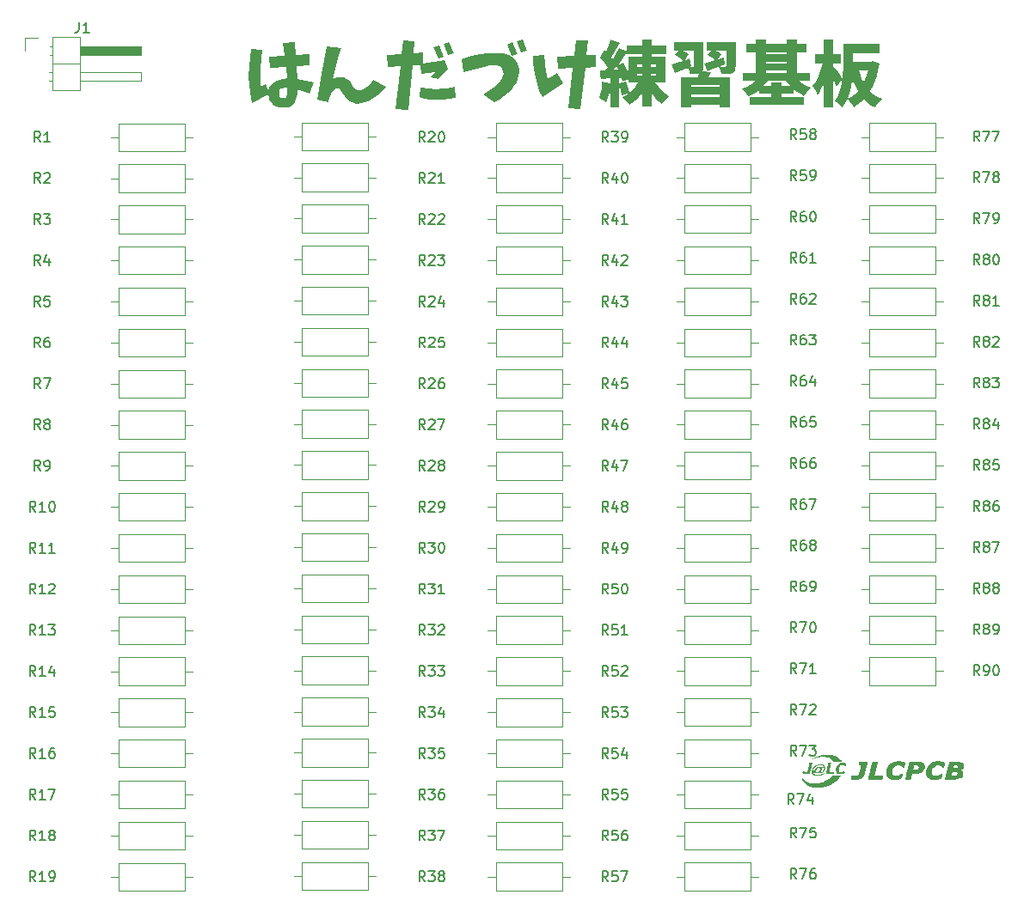
<source format=gbr>
%TF.GenerationSoftware,KiCad,Pcbnew,9.0.2*%
%TF.CreationDate,2025-11-03T21:10:14+09:00*%
%TF.ProjectId,handarensyuy,68616e64-6172-4656-9e73-7975792e6b69,rev?*%
%TF.SameCoordinates,Original*%
%TF.FileFunction,Legend,Top*%
%TF.FilePolarity,Positive*%
%FSLAX46Y46*%
G04 Gerber Fmt 4.6, Leading zero omitted, Abs format (unit mm)*
G04 Created by KiCad (PCBNEW 9.0.2) date 2025-11-03 21:10:14*
%MOMM*%
%LPD*%
G01*
G04 APERTURE LIST*
%ADD10C,0.300000*%
%ADD11C,0.150000*%
%ADD12C,0.000000*%
%ADD13C,0.120000*%
G04 APERTURE END LIST*
D10*
G36*
X116941612Y-41140679D02*
G01*
X118254112Y-41038097D01*
X118308761Y-42152455D01*
X117003283Y-42261754D01*
X117078387Y-43512887D01*
X117912442Y-43671748D01*
X118732522Y-43888716D01*
X118308761Y-44982619D01*
X117092126Y-44565574D01*
X117081013Y-44969133D01*
X117050910Y-45290060D01*
X116970433Y-45580076D01*
X116833412Y-45828294D01*
X116637224Y-46042022D01*
X116398458Y-46208027D01*
X116137583Y-46312057D01*
X115848014Y-46356485D01*
X115590315Y-46356230D01*
X115335800Y-46318961D01*
X115082008Y-46243828D01*
X114847389Y-46128662D01*
X114648293Y-45972517D01*
X114480560Y-45772134D01*
X114352924Y-45542773D01*
X114271285Y-45299153D01*
X114234485Y-45037268D01*
X112635000Y-45891813D01*
X112506484Y-45314637D01*
X112435188Y-44873320D01*
X115287477Y-44873320D01*
X115289793Y-45072129D01*
X115365940Y-45262887D01*
X115454300Y-45363677D01*
X115566418Y-45419945D01*
X115711238Y-45433857D01*
X115906022Y-45382566D01*
X115990562Y-45329699D01*
X116046156Y-45245790D01*
X116100806Y-45037268D01*
X116121261Y-44367432D01*
X115840992Y-44377812D01*
X115567440Y-44435820D01*
X115446956Y-44502460D01*
X115359223Y-44606485D01*
X115305456Y-44734555D01*
X115287477Y-44873320D01*
X112435188Y-44873320D01*
X112411937Y-44729397D01*
X112351372Y-44135096D01*
X112314582Y-43239248D01*
X112334275Y-42343880D01*
X112412872Y-41452018D01*
X112552873Y-40566708D01*
X113667231Y-40641813D01*
X113538881Y-41546136D01*
X113455045Y-42453179D01*
X113431599Y-43059113D01*
X113443115Y-43662683D01*
X113489544Y-44264850D01*
X113988410Y-44011754D01*
X114227768Y-44695328D01*
X114303243Y-44439318D01*
X114427577Y-44213135D01*
X114603597Y-44011754D01*
X114814220Y-43840639D01*
X115041422Y-43703350D01*
X115287172Y-43598372D01*
X115676293Y-43494986D01*
X116080350Y-43451216D01*
X115971051Y-42337163D01*
X114391716Y-42460201D01*
X114309895Y-41345843D01*
X115861448Y-41222806D01*
X115677044Y-39944500D01*
X116886962Y-39862373D01*
X116941612Y-41140679D01*
G37*
G36*
X119990373Y-40341089D02*
G01*
X121391716Y-40484581D01*
X121182944Y-41142087D01*
X120995432Y-41797081D01*
X120550910Y-43560820D01*
X120774785Y-43436373D01*
X121025963Y-43362678D01*
X121290261Y-43331839D01*
X121555969Y-43335201D01*
X121777940Y-43397573D01*
X121973488Y-43500651D01*
X122147037Y-43646305D01*
X122367095Y-43910796D01*
X122540268Y-44203179D01*
X122617737Y-44322984D01*
X122732496Y-44432283D01*
X122892283Y-44531685D01*
X123066825Y-44600708D01*
X123218477Y-44624472D01*
X123353597Y-44610148D01*
X123552588Y-44545755D01*
X123736448Y-44456275D01*
X123970389Y-44290542D01*
X124180664Y-44093880D01*
X124550081Y-43642642D01*
X125814649Y-44319500D01*
X125555510Y-44630385D01*
X125272121Y-44913710D01*
X124963463Y-45170686D01*
X124476130Y-45502306D01*
X124023738Y-45737940D01*
X123712243Y-45847740D01*
X123356773Y-45918535D01*
X122950291Y-45946462D01*
X122710511Y-45912281D01*
X122489600Y-45838399D01*
X122283813Y-45724201D01*
X122002678Y-45504664D01*
X121754112Y-45249149D01*
X121511035Y-44925999D01*
X121138925Y-44346977D01*
X120912967Y-44424712D01*
X120709595Y-44572851D01*
X120523738Y-44804932D01*
X120374716Y-45092512D01*
X120262265Y-45422970D01*
X120188820Y-45802969D01*
X119067745Y-45522701D01*
X119457313Y-43054932D01*
X119692776Y-41698212D01*
X119990373Y-40341089D01*
G37*
G36*
X125896775Y-41120224D02*
G01*
X127359485Y-41051836D01*
X127496261Y-39746357D01*
X128644813Y-39801007D01*
X128535514Y-40997186D01*
X129430969Y-40949254D01*
X129430969Y-42008962D01*
X131584275Y-41680761D01*
X131891716Y-42521567D01*
X130969089Y-43553798D01*
X130264754Y-43335201D01*
X130634171Y-42856485D01*
X129287477Y-43054932D01*
X129212067Y-42138716D01*
X128419193Y-42186649D01*
X128002149Y-46582104D01*
X126798948Y-46493261D01*
X127236448Y-42255037D01*
X125958142Y-42323425D01*
X125896775Y-41120224D01*
G37*
G36*
X129232522Y-44367432D02*
G01*
X130036193Y-44464705D01*
X130852768Y-44510925D01*
X131296065Y-44485286D01*
X131737843Y-44435820D01*
X132623224Y-44285306D01*
X132677873Y-45379208D01*
X132037131Y-45494690D01*
X131392979Y-45558314D01*
X130743469Y-45570328D01*
X130204234Y-45545233D01*
X129674060Y-45470208D01*
X129150701Y-45345014D01*
X129232522Y-44367432D01*
G37*
G36*
X130955350Y-41482619D02*
G01*
X130497395Y-40382000D01*
X131044193Y-40204313D01*
X131522604Y-41318671D01*
X130955350Y-41482619D01*
G37*
G36*
X131898738Y-41195328D02*
G01*
X131461238Y-40060820D01*
X132008037Y-39882828D01*
X132486448Y-41031380D01*
X131898738Y-41195328D01*
G37*
G36*
X133265887Y-41543985D02*
G01*
X134191685Y-41285540D01*
X135142283Y-41096410D01*
X135784159Y-41013232D01*
X136429810Y-40968753D01*
X137080350Y-40962992D01*
X137377388Y-40983680D01*
X137670431Y-41045907D01*
X137962067Y-41151059D01*
X138229837Y-41300378D01*
X138453913Y-41494025D01*
X138638925Y-41735715D01*
X138778937Y-42008227D01*
X138869602Y-42294042D01*
X138912172Y-42596977D01*
X138912948Y-42905034D01*
X138878818Y-43205093D01*
X138809895Y-43499149D01*
X138659314Y-43844573D01*
X138473798Y-44166398D01*
X138252411Y-44466656D01*
X137872282Y-44878383D01*
X137449462Y-45245790D01*
X136992920Y-45571571D01*
X136512791Y-45857619D01*
X135364544Y-45071462D01*
X135900963Y-44733186D01*
X136423948Y-44357052D01*
X136912739Y-43940312D01*
X137126425Y-43699531D01*
X137298948Y-43417022D01*
X137358597Y-43207429D01*
X137387791Y-42983186D01*
X137371720Y-42759846D01*
X137295589Y-42545686D01*
X137162463Y-42365536D01*
X136974410Y-42241603D01*
X136756309Y-42170986D01*
X136540268Y-42152455D01*
X136003676Y-42211645D01*
X135477201Y-42306328D01*
X134437948Y-42562783D01*
X133416402Y-42870224D01*
X133265887Y-41543985D01*
G37*
G36*
X138208142Y-41209067D02*
G01*
X137750186Y-40108448D01*
X138296985Y-39924044D01*
X138775701Y-41038097D01*
X138208142Y-41209067D01*
G37*
G36*
X139151530Y-40922081D02*
G01*
X138707313Y-39787268D01*
X139260828Y-39602560D01*
X139739544Y-40751112D01*
X139151530Y-40922081D01*
G37*
G36*
X140265887Y-41236544D02*
G01*
X141380245Y-41202350D01*
X141448789Y-42003911D01*
X141580853Y-42789217D01*
X141776530Y-43560820D01*
X142671985Y-42966089D01*
X143232522Y-43950387D01*
X141243469Y-45324254D01*
X140937931Y-44681636D01*
X140706746Y-44015417D01*
X140533214Y-43330732D01*
X140402358Y-42637887D01*
X140313577Y-41938745D01*
X140265887Y-41236544D01*
G37*
G36*
X142699462Y-41291193D02*
G01*
X144346880Y-41209067D01*
X144517850Y-39691708D01*
X145748224Y-39746357D01*
X145590992Y-41154418D01*
X146452254Y-41120224D01*
X146479731Y-42350597D01*
X145454216Y-42398530D01*
X144996261Y-46466089D01*
X143738410Y-46411439D01*
X144196671Y-42439745D01*
X142754112Y-42494395D01*
X142699462Y-41291193D01*
G37*
G36*
X151989544Y-40219578D02*
G01*
X153418060Y-40219578D01*
X153418060Y-41079313D01*
X151989544Y-41079313D01*
X151989544Y-41372404D01*
X153349977Y-41372404D01*
X153349977Y-43912530D01*
X152317745Y-43912530D01*
X152626579Y-44312173D01*
X152956912Y-44664439D01*
X153309309Y-44972491D01*
X153684895Y-45238769D01*
X153420974Y-45470783D01*
X153189101Y-45725592D01*
X152987581Y-46004470D01*
X152671504Y-45719594D01*
X152339327Y-45356597D01*
X151989544Y-44903851D01*
X151989544Y-46278022D01*
X151018679Y-46278022D01*
X151018679Y-44917589D01*
X150713644Y-45293239D01*
X150400402Y-45613715D01*
X150078595Y-45883694D01*
X149747395Y-46107052D01*
X149440182Y-45688406D01*
X149084275Y-45327612D01*
X149450034Y-45120968D01*
X149760828Y-44897134D01*
X149029626Y-45136187D01*
X148949269Y-44645740D01*
X148769813Y-44042589D01*
X148769813Y-46284739D01*
X147901530Y-46284739D01*
X147901530Y-44158605D01*
X147800057Y-44842945D01*
X147674762Y-45376785D01*
X147532418Y-45785567D01*
X147211572Y-45607058D01*
X146800910Y-45430194D01*
X146928133Y-45072597D01*
X147036841Y-44550687D01*
X147115373Y-43816970D01*
X147901530Y-43946724D01*
X147901530Y-43489379D01*
X146992336Y-43564484D01*
X146973324Y-43413664D01*
X148769813Y-43413664D01*
X148769813Y-43974201D01*
X149446671Y-43769037D01*
X149599369Y-44171128D01*
X149704796Y-44541426D01*
X149767850Y-44883395D01*
X150115730Y-44580364D01*
X150417810Y-44257048D01*
X150677044Y-43912530D01*
X149671985Y-43912530D01*
X149671985Y-43509224D01*
X149070537Y-43776059D01*
X148988410Y-43393209D01*
X148769813Y-43413664D01*
X146973324Y-43413664D01*
X146947539Y-43209110D01*
X150554007Y-43209110D01*
X151087067Y-43209110D01*
X151921156Y-43209110D01*
X152413306Y-43209110D01*
X152413306Y-42994177D01*
X151921156Y-42994177D01*
X151921156Y-43209110D01*
X151087067Y-43209110D01*
X151087067Y-42994177D01*
X150554007Y-42994177D01*
X150554007Y-43209110D01*
X146947539Y-43209110D01*
X146883037Y-42697422D01*
X147409380Y-42670250D01*
X147442638Y-42624149D01*
X148304836Y-42624149D01*
X148701425Y-42596977D01*
X148557932Y-42295948D01*
X148304836Y-42624149D01*
X147442638Y-42624149D01*
X147515321Y-42523399D01*
X147648738Y-42342659D01*
X147524995Y-42165278D01*
X148660514Y-42165278D01*
X149221051Y-41925920D01*
X149465970Y-42403865D01*
X149671985Y-42917240D01*
X149671985Y-42329836D01*
X150554007Y-42329836D01*
X151087067Y-42329836D01*
X151921156Y-42329836D01*
X152413306Y-42329836D01*
X152413306Y-42075824D01*
X151921156Y-42075824D01*
X151921156Y-42329836D01*
X151087067Y-42329836D01*
X151087067Y-42075824D01*
X150554007Y-42075824D01*
X150554007Y-42329836D01*
X149671985Y-42329836D01*
X149671985Y-41372404D01*
X151018679Y-41372404D01*
X151018679Y-41079313D01*
X149501320Y-41079313D01*
X149501320Y-40942537D01*
X149017642Y-41665295D01*
X148660514Y-42165278D01*
X147524995Y-42165278D01*
X147340646Y-41901019D01*
X146883037Y-41380037D01*
X147375186Y-40690661D01*
X147505245Y-40806677D01*
X147755412Y-40218064D01*
X147949462Y-39652324D01*
X148824462Y-39953048D01*
X148334460Y-40864933D01*
X148031284Y-41380037D01*
X148168060Y-41550702D01*
X148454142Y-41052012D01*
X148742336Y-40492519D01*
X149501320Y-40840871D01*
X149501320Y-40219578D01*
X151018679Y-40219578D01*
X151018679Y-39638585D01*
X151989544Y-39638585D01*
X151989544Y-40219578D01*
G37*
G36*
X157061857Y-42257174D02*
G01*
X157037408Y-42561000D01*
X156979731Y-42730089D01*
X157820537Y-42832671D01*
X157554007Y-43326347D01*
X159734485Y-43326347D01*
X159734485Y-46314048D01*
X158675081Y-46314048D01*
X158675081Y-46081406D01*
X155899567Y-46081406D01*
X155899567Y-46314048D01*
X154894813Y-46314048D01*
X154894813Y-45319369D01*
X155899567Y-45319369D01*
X158675081Y-45319369D01*
X158675081Y-45065356D01*
X155899567Y-45065356D01*
X155899567Y-45319369D01*
X154894813Y-45319369D01*
X154894813Y-44322858D01*
X155899567Y-44322858D01*
X158675081Y-44322858D01*
X158675081Y-44088385D01*
X155899567Y-44088385D01*
X155899567Y-44322858D01*
X154894813Y-44322858D01*
X154894813Y-43326347D01*
X156542231Y-43326347D01*
X156651530Y-42977690D01*
X156365741Y-43029035D01*
X155756074Y-43052795D01*
X155693713Y-42806718D01*
X155537477Y-42408299D01*
X154300081Y-42936169D01*
X153951425Y-42106659D01*
X154445199Y-41963754D01*
X155120432Y-41743348D01*
X154827296Y-41503065D01*
X154272604Y-41153807D01*
X154628283Y-40708064D01*
X155017850Y-40708064D01*
X155381300Y-40923210D01*
X155633037Y-41118392D01*
X155168060Y-41727167D01*
X155749357Y-41528720D01*
X155892850Y-42246794D01*
X155680969Y-42349376D01*
X156043060Y-42349376D01*
X156119996Y-42323730D01*
X156145642Y-42246794D01*
X156145642Y-40708064D01*
X155017850Y-40708064D01*
X154628283Y-40708064D01*
X154149567Y-40708064D01*
X154149567Y-39926487D01*
X157061857Y-39926487D01*
X157061857Y-42257174D01*
G37*
G36*
X160260828Y-42218706D02*
G01*
X160239288Y-42507086D01*
X160185724Y-42690400D01*
X160083109Y-42832538D01*
X159912477Y-42943191D01*
X159707248Y-43005165D01*
X159365224Y-43048740D01*
X158832313Y-43059512D01*
X158739251Y-42701790D01*
X158592955Y-42341743D01*
X158039134Y-42543549D01*
X157499357Y-42738332D01*
X157171156Y-41993086D01*
X158264754Y-41644430D01*
X157931242Y-41405696D01*
X157478902Y-41138542D01*
X157820537Y-40708064D01*
X158285514Y-40708064D01*
X158658766Y-40923350D01*
X158886962Y-41090914D01*
X158524567Y-41562608D01*
X158791097Y-41467048D01*
X159064649Y-41377900D01*
X159221880Y-42102385D01*
X158948328Y-42208631D01*
X158675081Y-42314571D01*
X159201425Y-42321288D01*
X159289842Y-42289478D01*
X159317745Y-42211989D01*
X159317745Y-40708064D01*
X158285514Y-40708064D01*
X157820537Y-40708064D01*
X157389754Y-40708064D01*
X157389754Y-39926487D01*
X160260828Y-39926487D01*
X160260828Y-42218706D01*
G37*
G36*
X163268679Y-40102341D02*
G01*
X165271775Y-40102341D01*
X165271775Y-39664841D01*
X166317745Y-39664841D01*
X166317745Y-40102341D01*
X167226939Y-40102341D01*
X167226939Y-40922997D01*
X166317745Y-40922997D01*
X166317745Y-42916019D01*
X167582313Y-42916019D01*
X167582313Y-43736675D01*
X166440783Y-43736675D01*
X166795136Y-43985635D01*
X167198951Y-44209237D01*
X167657418Y-44406511D01*
X167415590Y-44637413D01*
X167192427Y-44900464D01*
X166987581Y-45198163D01*
X166611741Y-44997178D01*
X166263718Y-44763787D01*
X165941612Y-44497186D01*
X165941612Y-45006738D01*
X164765887Y-45006738D01*
X164765887Y-45280290D01*
X166994298Y-45280290D01*
X166994298Y-46100946D01*
X161607522Y-46100946D01*
X161607522Y-45280290D01*
X163726939Y-45280290D01*
X163726939Y-45006738D01*
X162592126Y-45006738D01*
X162592126Y-44574123D01*
X162234567Y-44850070D01*
X161877184Y-45075044D01*
X161518679Y-45252812D01*
X161345153Y-44987749D01*
X161130052Y-44724531D01*
X160869298Y-44462382D01*
X161352541Y-44256310D01*
X161441846Y-44205621D01*
X162995432Y-44205621D01*
X163726939Y-44205621D01*
X163726939Y-43850248D01*
X164765887Y-43850248D01*
X164765887Y-44205621D01*
X165634171Y-44205621D01*
X165237581Y-43736675D01*
X163378283Y-43736675D01*
X162995432Y-44205621D01*
X161441846Y-44205621D01*
X161779140Y-44014175D01*
X162154626Y-43736675D01*
X160937686Y-43736675D01*
X160937686Y-42916019D01*
X162243469Y-42916019D01*
X163268679Y-42916019D01*
X165271775Y-42916019D01*
X165271775Y-42701085D01*
X163268679Y-42701085D01*
X163268679Y-42916019D01*
X162243469Y-42916019D01*
X162243469Y-42017205D01*
X163268679Y-42017205D01*
X165271775Y-42017205D01*
X165271775Y-41802272D01*
X163268679Y-41802272D01*
X163268679Y-42017205D01*
X162243469Y-42017205D01*
X162243469Y-41118392D01*
X163268679Y-41118392D01*
X165271775Y-41118392D01*
X165271775Y-40922997D01*
X163268679Y-40922997D01*
X163268679Y-41118392D01*
X162243469Y-41118392D01*
X162243469Y-40922997D01*
X161334275Y-40922997D01*
X161334275Y-40102341D01*
X162243469Y-40102341D01*
X162243469Y-39651103D01*
X163268679Y-39651103D01*
X163268679Y-40102341D01*
G37*
G36*
X174438820Y-40990469D02*
G01*
X171834275Y-40990469D01*
X171834275Y-41810820D01*
X173604731Y-41810820D01*
X173775701Y-41783343D01*
X174411343Y-41968051D01*
X174289580Y-42671642D01*
X174136687Y-43290908D01*
X173956158Y-43834176D01*
X173750787Y-44309144D01*
X173522604Y-44722806D01*
X173863415Y-45021889D01*
X174238340Y-45271960D01*
X174650701Y-45474768D01*
X174486641Y-45636082D01*
X174284642Y-45874716D01*
X174097806Y-46128049D01*
X173967126Y-46336030D01*
X173584940Y-46115202D01*
X173227700Y-45851630D01*
X172893679Y-45543156D01*
X172590352Y-45820222D01*
X172258280Y-46072976D01*
X171895642Y-46301836D01*
X171698182Y-45979708D01*
X171495384Y-45717962D01*
X171287477Y-45508962D01*
X171635775Y-45308448D01*
X171967907Y-45052631D01*
X172285514Y-44736544D01*
X172017954Y-44240317D01*
X171752149Y-43601731D01*
X171635135Y-44328393D01*
X171477583Y-44948801D01*
X171284932Y-45475874D01*
X171061185Y-45921254D01*
X170808761Y-46295119D01*
X170654526Y-46149615D01*
X170419193Y-45960201D01*
X170173582Y-45788376D01*
X170002149Y-45693671D01*
X170255221Y-45309985D01*
X170463463Y-44866603D01*
X170618281Y-44391030D01*
X170723276Y-43882000D01*
X170790066Y-43376481D01*
X170825858Y-42962730D01*
X170832142Y-42726731D01*
X172381074Y-42726731D01*
X172523966Y-43144196D01*
X172688315Y-43523696D01*
X172873224Y-43868261D01*
X173103668Y-43340092D01*
X173290268Y-42726731D01*
X172381074Y-42726731D01*
X170832142Y-42726731D01*
X170849977Y-42056895D01*
X170849977Y-40053798D01*
X174438820Y-40053798D01*
X174438820Y-40990469D01*
G37*
G36*
X169858656Y-41058857D02*
G01*
X170576425Y-41058857D01*
X170576425Y-42002245D01*
X169858656Y-42002245D01*
X169858656Y-42248320D01*
X170337067Y-42890984D01*
X170754112Y-43512887D01*
X170200291Y-44285306D01*
X169858656Y-43533343D01*
X169858656Y-46295119D01*
X168901530Y-46295119D01*
X168901530Y-43977560D01*
X168692484Y-44485329D01*
X168501331Y-44862204D01*
X168327254Y-45132828D01*
X168175211Y-44759942D01*
X167862581Y-44182724D01*
X168139850Y-43765972D01*
X168393544Y-43270853D01*
X168621345Y-42686871D01*
X168819708Y-42002245D01*
X168046985Y-42002245D01*
X168046985Y-41058857D01*
X168901530Y-41058857D01*
X168901530Y-39643775D01*
X169858656Y-39643775D01*
X169858656Y-41058857D01*
G37*
D11*
X184269142Y-69908819D02*
X183935809Y-69432628D01*
X183697714Y-69908819D02*
X183697714Y-68908819D01*
X183697714Y-68908819D02*
X184078666Y-68908819D01*
X184078666Y-68908819D02*
X184173904Y-68956438D01*
X184173904Y-68956438D02*
X184221523Y-69004057D01*
X184221523Y-69004057D02*
X184269142Y-69099295D01*
X184269142Y-69099295D02*
X184269142Y-69242152D01*
X184269142Y-69242152D02*
X184221523Y-69337390D01*
X184221523Y-69337390D02*
X184173904Y-69385009D01*
X184173904Y-69385009D02*
X184078666Y-69432628D01*
X184078666Y-69432628D02*
X183697714Y-69432628D01*
X184840571Y-69337390D02*
X184745333Y-69289771D01*
X184745333Y-69289771D02*
X184697714Y-69242152D01*
X184697714Y-69242152D02*
X184650095Y-69146914D01*
X184650095Y-69146914D02*
X184650095Y-69099295D01*
X184650095Y-69099295D02*
X184697714Y-69004057D01*
X184697714Y-69004057D02*
X184745333Y-68956438D01*
X184745333Y-68956438D02*
X184840571Y-68908819D01*
X184840571Y-68908819D02*
X185031047Y-68908819D01*
X185031047Y-68908819D02*
X185126285Y-68956438D01*
X185126285Y-68956438D02*
X185173904Y-69004057D01*
X185173904Y-69004057D02*
X185221523Y-69099295D01*
X185221523Y-69099295D02*
X185221523Y-69146914D01*
X185221523Y-69146914D02*
X185173904Y-69242152D01*
X185173904Y-69242152D02*
X185126285Y-69289771D01*
X185126285Y-69289771D02*
X185031047Y-69337390D01*
X185031047Y-69337390D02*
X184840571Y-69337390D01*
X184840571Y-69337390D02*
X184745333Y-69385009D01*
X184745333Y-69385009D02*
X184697714Y-69432628D01*
X184697714Y-69432628D02*
X184650095Y-69527866D01*
X184650095Y-69527866D02*
X184650095Y-69718342D01*
X184650095Y-69718342D02*
X184697714Y-69813580D01*
X184697714Y-69813580D02*
X184745333Y-69861200D01*
X184745333Y-69861200D02*
X184840571Y-69908819D01*
X184840571Y-69908819D02*
X185031047Y-69908819D01*
X185031047Y-69908819D02*
X185126285Y-69861200D01*
X185126285Y-69861200D02*
X185173904Y-69813580D01*
X185173904Y-69813580D02*
X185221523Y-69718342D01*
X185221523Y-69718342D02*
X185221523Y-69527866D01*
X185221523Y-69527866D02*
X185173904Y-69432628D01*
X185173904Y-69432628D02*
X185126285Y-69385009D01*
X185126285Y-69385009D02*
X185031047Y-69337390D01*
X185602476Y-69004057D02*
X185650095Y-68956438D01*
X185650095Y-68956438D02*
X185745333Y-68908819D01*
X185745333Y-68908819D02*
X185983428Y-68908819D01*
X185983428Y-68908819D02*
X186078666Y-68956438D01*
X186078666Y-68956438D02*
X186126285Y-69004057D01*
X186126285Y-69004057D02*
X186173904Y-69099295D01*
X186173904Y-69099295D02*
X186173904Y-69194533D01*
X186173904Y-69194533D02*
X186126285Y-69337390D01*
X186126285Y-69337390D02*
X185554857Y-69908819D01*
X185554857Y-69908819D02*
X186173904Y-69908819D01*
X184269142Y-73958819D02*
X183935809Y-73482628D01*
X183697714Y-73958819D02*
X183697714Y-72958819D01*
X183697714Y-72958819D02*
X184078666Y-72958819D01*
X184078666Y-72958819D02*
X184173904Y-73006438D01*
X184173904Y-73006438D02*
X184221523Y-73054057D01*
X184221523Y-73054057D02*
X184269142Y-73149295D01*
X184269142Y-73149295D02*
X184269142Y-73292152D01*
X184269142Y-73292152D02*
X184221523Y-73387390D01*
X184221523Y-73387390D02*
X184173904Y-73435009D01*
X184173904Y-73435009D02*
X184078666Y-73482628D01*
X184078666Y-73482628D02*
X183697714Y-73482628D01*
X184840571Y-73387390D02*
X184745333Y-73339771D01*
X184745333Y-73339771D02*
X184697714Y-73292152D01*
X184697714Y-73292152D02*
X184650095Y-73196914D01*
X184650095Y-73196914D02*
X184650095Y-73149295D01*
X184650095Y-73149295D02*
X184697714Y-73054057D01*
X184697714Y-73054057D02*
X184745333Y-73006438D01*
X184745333Y-73006438D02*
X184840571Y-72958819D01*
X184840571Y-72958819D02*
X185031047Y-72958819D01*
X185031047Y-72958819D02*
X185126285Y-73006438D01*
X185126285Y-73006438D02*
X185173904Y-73054057D01*
X185173904Y-73054057D02*
X185221523Y-73149295D01*
X185221523Y-73149295D02*
X185221523Y-73196914D01*
X185221523Y-73196914D02*
X185173904Y-73292152D01*
X185173904Y-73292152D02*
X185126285Y-73339771D01*
X185126285Y-73339771D02*
X185031047Y-73387390D01*
X185031047Y-73387390D02*
X184840571Y-73387390D01*
X184840571Y-73387390D02*
X184745333Y-73435009D01*
X184745333Y-73435009D02*
X184697714Y-73482628D01*
X184697714Y-73482628D02*
X184650095Y-73577866D01*
X184650095Y-73577866D02*
X184650095Y-73768342D01*
X184650095Y-73768342D02*
X184697714Y-73863580D01*
X184697714Y-73863580D02*
X184745333Y-73911200D01*
X184745333Y-73911200D02*
X184840571Y-73958819D01*
X184840571Y-73958819D02*
X185031047Y-73958819D01*
X185031047Y-73958819D02*
X185126285Y-73911200D01*
X185126285Y-73911200D02*
X185173904Y-73863580D01*
X185173904Y-73863580D02*
X185221523Y-73768342D01*
X185221523Y-73768342D02*
X185221523Y-73577866D01*
X185221523Y-73577866D02*
X185173904Y-73482628D01*
X185173904Y-73482628D02*
X185126285Y-73435009D01*
X185126285Y-73435009D02*
X185031047Y-73387390D01*
X185554857Y-72958819D02*
X186173904Y-72958819D01*
X186173904Y-72958819D02*
X185840571Y-73339771D01*
X185840571Y-73339771D02*
X185983428Y-73339771D01*
X185983428Y-73339771D02*
X186078666Y-73387390D01*
X186078666Y-73387390D02*
X186126285Y-73435009D01*
X186126285Y-73435009D02*
X186173904Y-73530247D01*
X186173904Y-73530247D02*
X186173904Y-73768342D01*
X186173904Y-73768342D02*
X186126285Y-73863580D01*
X186126285Y-73863580D02*
X186078666Y-73911200D01*
X186078666Y-73911200D02*
X185983428Y-73958819D01*
X185983428Y-73958819D02*
X185697714Y-73958819D01*
X185697714Y-73958819D02*
X185602476Y-73911200D01*
X185602476Y-73911200D02*
X185554857Y-73863580D01*
X91305142Y-118578819D02*
X90971809Y-118102628D01*
X90733714Y-118578819D02*
X90733714Y-117578819D01*
X90733714Y-117578819D02*
X91114666Y-117578819D01*
X91114666Y-117578819D02*
X91209904Y-117626438D01*
X91209904Y-117626438D02*
X91257523Y-117674057D01*
X91257523Y-117674057D02*
X91305142Y-117769295D01*
X91305142Y-117769295D02*
X91305142Y-117912152D01*
X91305142Y-117912152D02*
X91257523Y-118007390D01*
X91257523Y-118007390D02*
X91209904Y-118055009D01*
X91209904Y-118055009D02*
X91114666Y-118102628D01*
X91114666Y-118102628D02*
X90733714Y-118102628D01*
X92257523Y-118578819D02*
X91686095Y-118578819D01*
X91971809Y-118578819D02*
X91971809Y-117578819D01*
X91971809Y-117578819D02*
X91876571Y-117721676D01*
X91876571Y-117721676D02*
X91781333Y-117816914D01*
X91781333Y-117816914D02*
X91686095Y-117864533D01*
X92828952Y-118007390D02*
X92733714Y-117959771D01*
X92733714Y-117959771D02*
X92686095Y-117912152D01*
X92686095Y-117912152D02*
X92638476Y-117816914D01*
X92638476Y-117816914D02*
X92638476Y-117769295D01*
X92638476Y-117769295D02*
X92686095Y-117674057D01*
X92686095Y-117674057D02*
X92733714Y-117626438D01*
X92733714Y-117626438D02*
X92828952Y-117578819D01*
X92828952Y-117578819D02*
X93019428Y-117578819D01*
X93019428Y-117578819D02*
X93114666Y-117626438D01*
X93114666Y-117626438D02*
X93162285Y-117674057D01*
X93162285Y-117674057D02*
X93209904Y-117769295D01*
X93209904Y-117769295D02*
X93209904Y-117816914D01*
X93209904Y-117816914D02*
X93162285Y-117912152D01*
X93162285Y-117912152D02*
X93114666Y-117959771D01*
X93114666Y-117959771D02*
X93019428Y-118007390D01*
X93019428Y-118007390D02*
X92828952Y-118007390D01*
X92828952Y-118007390D02*
X92733714Y-118055009D01*
X92733714Y-118055009D02*
X92686095Y-118102628D01*
X92686095Y-118102628D02*
X92638476Y-118197866D01*
X92638476Y-118197866D02*
X92638476Y-118388342D01*
X92638476Y-118388342D02*
X92686095Y-118483580D01*
X92686095Y-118483580D02*
X92733714Y-118531200D01*
X92733714Y-118531200D02*
X92828952Y-118578819D01*
X92828952Y-118578819D02*
X93019428Y-118578819D01*
X93019428Y-118578819D02*
X93114666Y-118531200D01*
X93114666Y-118531200D02*
X93162285Y-118483580D01*
X93162285Y-118483580D02*
X93209904Y-118388342D01*
X93209904Y-118388342D02*
X93209904Y-118197866D01*
X93209904Y-118197866D02*
X93162285Y-118102628D01*
X93162285Y-118102628D02*
X93114666Y-118055009D01*
X93114666Y-118055009D02*
X93019428Y-118007390D01*
X91781333Y-49728819D02*
X91448000Y-49252628D01*
X91209905Y-49728819D02*
X91209905Y-48728819D01*
X91209905Y-48728819D02*
X91590857Y-48728819D01*
X91590857Y-48728819D02*
X91686095Y-48776438D01*
X91686095Y-48776438D02*
X91733714Y-48824057D01*
X91733714Y-48824057D02*
X91781333Y-48919295D01*
X91781333Y-48919295D02*
X91781333Y-49062152D01*
X91781333Y-49062152D02*
X91733714Y-49157390D01*
X91733714Y-49157390D02*
X91686095Y-49205009D01*
X91686095Y-49205009D02*
X91590857Y-49252628D01*
X91590857Y-49252628D02*
X91209905Y-49252628D01*
X92733714Y-49728819D02*
X92162286Y-49728819D01*
X92448000Y-49728819D02*
X92448000Y-48728819D01*
X92448000Y-48728819D02*
X92352762Y-48871676D01*
X92352762Y-48871676D02*
X92257524Y-48966914D01*
X92257524Y-48966914D02*
X92162286Y-49014533D01*
X166235142Y-53524819D02*
X165901809Y-53048628D01*
X165663714Y-53524819D02*
X165663714Y-52524819D01*
X165663714Y-52524819D02*
X166044666Y-52524819D01*
X166044666Y-52524819D02*
X166139904Y-52572438D01*
X166139904Y-52572438D02*
X166187523Y-52620057D01*
X166187523Y-52620057D02*
X166235142Y-52715295D01*
X166235142Y-52715295D02*
X166235142Y-52858152D01*
X166235142Y-52858152D02*
X166187523Y-52953390D01*
X166187523Y-52953390D02*
X166139904Y-53001009D01*
X166139904Y-53001009D02*
X166044666Y-53048628D01*
X166044666Y-53048628D02*
X165663714Y-53048628D01*
X167139904Y-52524819D02*
X166663714Y-52524819D01*
X166663714Y-52524819D02*
X166616095Y-53001009D01*
X166616095Y-53001009D02*
X166663714Y-52953390D01*
X166663714Y-52953390D02*
X166758952Y-52905771D01*
X166758952Y-52905771D02*
X166997047Y-52905771D01*
X166997047Y-52905771D02*
X167092285Y-52953390D01*
X167092285Y-52953390D02*
X167139904Y-53001009D01*
X167139904Y-53001009D02*
X167187523Y-53096247D01*
X167187523Y-53096247D02*
X167187523Y-53334342D01*
X167187523Y-53334342D02*
X167139904Y-53429580D01*
X167139904Y-53429580D02*
X167092285Y-53477200D01*
X167092285Y-53477200D02*
X166997047Y-53524819D01*
X166997047Y-53524819D02*
X166758952Y-53524819D01*
X166758952Y-53524819D02*
X166663714Y-53477200D01*
X166663714Y-53477200D02*
X166616095Y-53429580D01*
X167663714Y-53524819D02*
X167854190Y-53524819D01*
X167854190Y-53524819D02*
X167949428Y-53477200D01*
X167949428Y-53477200D02*
X167997047Y-53429580D01*
X167997047Y-53429580D02*
X168092285Y-53286723D01*
X168092285Y-53286723D02*
X168139904Y-53096247D01*
X168139904Y-53096247D02*
X168139904Y-52715295D01*
X168139904Y-52715295D02*
X168092285Y-52620057D01*
X168092285Y-52620057D02*
X168044666Y-52572438D01*
X168044666Y-52572438D02*
X167949428Y-52524819D01*
X167949428Y-52524819D02*
X167758952Y-52524819D01*
X167758952Y-52524819D02*
X167663714Y-52572438D01*
X167663714Y-52572438D02*
X167616095Y-52620057D01*
X167616095Y-52620057D02*
X167568476Y-52715295D01*
X167568476Y-52715295D02*
X167568476Y-52953390D01*
X167568476Y-52953390D02*
X167616095Y-53048628D01*
X167616095Y-53048628D02*
X167663714Y-53096247D01*
X167663714Y-53096247D02*
X167758952Y-53143866D01*
X167758952Y-53143866D02*
X167949428Y-53143866D01*
X167949428Y-53143866D02*
X168044666Y-53096247D01*
X168044666Y-53096247D02*
X168092285Y-53048628D01*
X168092285Y-53048628D02*
X168139904Y-52953390D01*
X91305142Y-106428819D02*
X90971809Y-105952628D01*
X90733714Y-106428819D02*
X90733714Y-105428819D01*
X90733714Y-105428819D02*
X91114666Y-105428819D01*
X91114666Y-105428819D02*
X91209904Y-105476438D01*
X91209904Y-105476438D02*
X91257523Y-105524057D01*
X91257523Y-105524057D02*
X91305142Y-105619295D01*
X91305142Y-105619295D02*
X91305142Y-105762152D01*
X91305142Y-105762152D02*
X91257523Y-105857390D01*
X91257523Y-105857390D02*
X91209904Y-105905009D01*
X91209904Y-105905009D02*
X91114666Y-105952628D01*
X91114666Y-105952628D02*
X90733714Y-105952628D01*
X92257523Y-106428819D02*
X91686095Y-106428819D01*
X91971809Y-106428819D02*
X91971809Y-105428819D01*
X91971809Y-105428819D02*
X91876571Y-105571676D01*
X91876571Y-105571676D02*
X91781333Y-105666914D01*
X91781333Y-105666914D02*
X91686095Y-105714533D01*
X93162285Y-105428819D02*
X92686095Y-105428819D01*
X92686095Y-105428819D02*
X92638476Y-105905009D01*
X92638476Y-105905009D02*
X92686095Y-105857390D01*
X92686095Y-105857390D02*
X92781333Y-105809771D01*
X92781333Y-105809771D02*
X93019428Y-105809771D01*
X93019428Y-105809771D02*
X93114666Y-105857390D01*
X93114666Y-105857390D02*
X93162285Y-105905009D01*
X93162285Y-105905009D02*
X93209904Y-106000247D01*
X93209904Y-106000247D02*
X93209904Y-106238342D01*
X93209904Y-106238342D02*
X93162285Y-106333580D01*
X93162285Y-106333580D02*
X93114666Y-106381200D01*
X93114666Y-106381200D02*
X93019428Y-106428819D01*
X93019428Y-106428819D02*
X92781333Y-106428819D01*
X92781333Y-106428819D02*
X92686095Y-106381200D01*
X92686095Y-106381200D02*
X92638476Y-106333580D01*
X129659142Y-69980819D02*
X129325809Y-69504628D01*
X129087714Y-69980819D02*
X129087714Y-68980819D01*
X129087714Y-68980819D02*
X129468666Y-68980819D01*
X129468666Y-68980819D02*
X129563904Y-69028438D01*
X129563904Y-69028438D02*
X129611523Y-69076057D01*
X129611523Y-69076057D02*
X129659142Y-69171295D01*
X129659142Y-69171295D02*
X129659142Y-69314152D01*
X129659142Y-69314152D02*
X129611523Y-69409390D01*
X129611523Y-69409390D02*
X129563904Y-69457009D01*
X129563904Y-69457009D02*
X129468666Y-69504628D01*
X129468666Y-69504628D02*
X129087714Y-69504628D01*
X130040095Y-69076057D02*
X130087714Y-69028438D01*
X130087714Y-69028438D02*
X130182952Y-68980819D01*
X130182952Y-68980819D02*
X130421047Y-68980819D01*
X130421047Y-68980819D02*
X130516285Y-69028438D01*
X130516285Y-69028438D02*
X130563904Y-69076057D01*
X130563904Y-69076057D02*
X130611523Y-69171295D01*
X130611523Y-69171295D02*
X130611523Y-69266533D01*
X130611523Y-69266533D02*
X130563904Y-69409390D01*
X130563904Y-69409390D02*
X129992476Y-69980819D01*
X129992476Y-69980819D02*
X130611523Y-69980819D01*
X131516285Y-68980819D02*
X131040095Y-68980819D01*
X131040095Y-68980819D02*
X130992476Y-69457009D01*
X130992476Y-69457009D02*
X131040095Y-69409390D01*
X131040095Y-69409390D02*
X131135333Y-69361771D01*
X131135333Y-69361771D02*
X131373428Y-69361771D01*
X131373428Y-69361771D02*
X131468666Y-69409390D01*
X131468666Y-69409390D02*
X131516285Y-69457009D01*
X131516285Y-69457009D02*
X131563904Y-69552247D01*
X131563904Y-69552247D02*
X131563904Y-69790342D01*
X131563904Y-69790342D02*
X131516285Y-69885580D01*
X131516285Y-69885580D02*
X131468666Y-69933200D01*
X131468666Y-69933200D02*
X131373428Y-69980819D01*
X131373428Y-69980819D02*
X131135333Y-69980819D01*
X131135333Y-69980819D02*
X131040095Y-69933200D01*
X131040095Y-69933200D02*
X130992476Y-69885580D01*
X147693142Y-49728819D02*
X147359809Y-49252628D01*
X147121714Y-49728819D02*
X147121714Y-48728819D01*
X147121714Y-48728819D02*
X147502666Y-48728819D01*
X147502666Y-48728819D02*
X147597904Y-48776438D01*
X147597904Y-48776438D02*
X147645523Y-48824057D01*
X147645523Y-48824057D02*
X147693142Y-48919295D01*
X147693142Y-48919295D02*
X147693142Y-49062152D01*
X147693142Y-49062152D02*
X147645523Y-49157390D01*
X147645523Y-49157390D02*
X147597904Y-49205009D01*
X147597904Y-49205009D02*
X147502666Y-49252628D01*
X147502666Y-49252628D02*
X147121714Y-49252628D01*
X148026476Y-48728819D02*
X148645523Y-48728819D01*
X148645523Y-48728819D02*
X148312190Y-49109771D01*
X148312190Y-49109771D02*
X148455047Y-49109771D01*
X148455047Y-49109771D02*
X148550285Y-49157390D01*
X148550285Y-49157390D02*
X148597904Y-49205009D01*
X148597904Y-49205009D02*
X148645523Y-49300247D01*
X148645523Y-49300247D02*
X148645523Y-49538342D01*
X148645523Y-49538342D02*
X148597904Y-49633580D01*
X148597904Y-49633580D02*
X148550285Y-49681200D01*
X148550285Y-49681200D02*
X148455047Y-49728819D01*
X148455047Y-49728819D02*
X148169333Y-49728819D01*
X148169333Y-49728819D02*
X148074095Y-49681200D01*
X148074095Y-49681200D02*
X148026476Y-49633580D01*
X149121714Y-49728819D02*
X149312190Y-49728819D01*
X149312190Y-49728819D02*
X149407428Y-49681200D01*
X149407428Y-49681200D02*
X149455047Y-49633580D01*
X149455047Y-49633580D02*
X149550285Y-49490723D01*
X149550285Y-49490723D02*
X149597904Y-49300247D01*
X149597904Y-49300247D02*
X149597904Y-48919295D01*
X149597904Y-48919295D02*
X149550285Y-48824057D01*
X149550285Y-48824057D02*
X149502666Y-48776438D01*
X149502666Y-48776438D02*
X149407428Y-48728819D01*
X149407428Y-48728819D02*
X149216952Y-48728819D01*
X149216952Y-48728819D02*
X149121714Y-48776438D01*
X149121714Y-48776438D02*
X149074095Y-48824057D01*
X149074095Y-48824057D02*
X149026476Y-48919295D01*
X149026476Y-48919295D02*
X149026476Y-49157390D01*
X149026476Y-49157390D02*
X149074095Y-49252628D01*
X149074095Y-49252628D02*
X149121714Y-49300247D01*
X149121714Y-49300247D02*
X149216952Y-49347866D01*
X149216952Y-49347866D02*
X149407428Y-49347866D01*
X149407428Y-49347866D02*
X149502666Y-49300247D01*
X149502666Y-49300247D02*
X149550285Y-49252628D01*
X149550285Y-49252628D02*
X149597904Y-49157390D01*
X147693142Y-106428819D02*
X147359809Y-105952628D01*
X147121714Y-106428819D02*
X147121714Y-105428819D01*
X147121714Y-105428819D02*
X147502666Y-105428819D01*
X147502666Y-105428819D02*
X147597904Y-105476438D01*
X147597904Y-105476438D02*
X147645523Y-105524057D01*
X147645523Y-105524057D02*
X147693142Y-105619295D01*
X147693142Y-105619295D02*
X147693142Y-105762152D01*
X147693142Y-105762152D02*
X147645523Y-105857390D01*
X147645523Y-105857390D02*
X147597904Y-105905009D01*
X147597904Y-105905009D02*
X147502666Y-105952628D01*
X147502666Y-105952628D02*
X147121714Y-105952628D01*
X148597904Y-105428819D02*
X148121714Y-105428819D01*
X148121714Y-105428819D02*
X148074095Y-105905009D01*
X148074095Y-105905009D02*
X148121714Y-105857390D01*
X148121714Y-105857390D02*
X148216952Y-105809771D01*
X148216952Y-105809771D02*
X148455047Y-105809771D01*
X148455047Y-105809771D02*
X148550285Y-105857390D01*
X148550285Y-105857390D02*
X148597904Y-105905009D01*
X148597904Y-105905009D02*
X148645523Y-106000247D01*
X148645523Y-106000247D02*
X148645523Y-106238342D01*
X148645523Y-106238342D02*
X148597904Y-106333580D01*
X148597904Y-106333580D02*
X148550285Y-106381200D01*
X148550285Y-106381200D02*
X148455047Y-106428819D01*
X148455047Y-106428819D02*
X148216952Y-106428819D01*
X148216952Y-106428819D02*
X148121714Y-106381200D01*
X148121714Y-106381200D02*
X148074095Y-106333580D01*
X148978857Y-105428819D02*
X149597904Y-105428819D01*
X149597904Y-105428819D02*
X149264571Y-105809771D01*
X149264571Y-105809771D02*
X149407428Y-105809771D01*
X149407428Y-105809771D02*
X149502666Y-105857390D01*
X149502666Y-105857390D02*
X149550285Y-105905009D01*
X149550285Y-105905009D02*
X149597904Y-106000247D01*
X149597904Y-106000247D02*
X149597904Y-106238342D01*
X149597904Y-106238342D02*
X149550285Y-106333580D01*
X149550285Y-106333580D02*
X149502666Y-106381200D01*
X149502666Y-106381200D02*
X149407428Y-106428819D01*
X149407428Y-106428819D02*
X149121714Y-106428819D01*
X149121714Y-106428819D02*
X149026476Y-106381200D01*
X149026476Y-106381200D02*
X148978857Y-106333580D01*
X129659142Y-86180819D02*
X129325809Y-85704628D01*
X129087714Y-86180819D02*
X129087714Y-85180819D01*
X129087714Y-85180819D02*
X129468666Y-85180819D01*
X129468666Y-85180819D02*
X129563904Y-85228438D01*
X129563904Y-85228438D02*
X129611523Y-85276057D01*
X129611523Y-85276057D02*
X129659142Y-85371295D01*
X129659142Y-85371295D02*
X129659142Y-85514152D01*
X129659142Y-85514152D02*
X129611523Y-85609390D01*
X129611523Y-85609390D02*
X129563904Y-85657009D01*
X129563904Y-85657009D02*
X129468666Y-85704628D01*
X129468666Y-85704628D02*
X129087714Y-85704628D01*
X130040095Y-85276057D02*
X130087714Y-85228438D01*
X130087714Y-85228438D02*
X130182952Y-85180819D01*
X130182952Y-85180819D02*
X130421047Y-85180819D01*
X130421047Y-85180819D02*
X130516285Y-85228438D01*
X130516285Y-85228438D02*
X130563904Y-85276057D01*
X130563904Y-85276057D02*
X130611523Y-85371295D01*
X130611523Y-85371295D02*
X130611523Y-85466533D01*
X130611523Y-85466533D02*
X130563904Y-85609390D01*
X130563904Y-85609390D02*
X129992476Y-86180819D01*
X129992476Y-86180819D02*
X130611523Y-86180819D01*
X131087714Y-86180819D02*
X131278190Y-86180819D01*
X131278190Y-86180819D02*
X131373428Y-86133200D01*
X131373428Y-86133200D02*
X131421047Y-86085580D01*
X131421047Y-86085580D02*
X131516285Y-85942723D01*
X131516285Y-85942723D02*
X131563904Y-85752247D01*
X131563904Y-85752247D02*
X131563904Y-85371295D01*
X131563904Y-85371295D02*
X131516285Y-85276057D01*
X131516285Y-85276057D02*
X131468666Y-85228438D01*
X131468666Y-85228438D02*
X131373428Y-85180819D01*
X131373428Y-85180819D02*
X131182952Y-85180819D01*
X131182952Y-85180819D02*
X131087714Y-85228438D01*
X131087714Y-85228438D02*
X131040095Y-85276057D01*
X131040095Y-85276057D02*
X130992476Y-85371295D01*
X130992476Y-85371295D02*
X130992476Y-85609390D01*
X130992476Y-85609390D02*
X131040095Y-85704628D01*
X131040095Y-85704628D02*
X131087714Y-85752247D01*
X131087714Y-85752247D02*
X131182952Y-85799866D01*
X131182952Y-85799866D02*
X131373428Y-85799866D01*
X131373428Y-85799866D02*
X131468666Y-85752247D01*
X131468666Y-85752247D02*
X131516285Y-85704628D01*
X131516285Y-85704628D02*
X131563904Y-85609390D01*
X129659142Y-78080819D02*
X129325809Y-77604628D01*
X129087714Y-78080819D02*
X129087714Y-77080819D01*
X129087714Y-77080819D02*
X129468666Y-77080819D01*
X129468666Y-77080819D02*
X129563904Y-77128438D01*
X129563904Y-77128438D02*
X129611523Y-77176057D01*
X129611523Y-77176057D02*
X129659142Y-77271295D01*
X129659142Y-77271295D02*
X129659142Y-77414152D01*
X129659142Y-77414152D02*
X129611523Y-77509390D01*
X129611523Y-77509390D02*
X129563904Y-77557009D01*
X129563904Y-77557009D02*
X129468666Y-77604628D01*
X129468666Y-77604628D02*
X129087714Y-77604628D01*
X130040095Y-77176057D02*
X130087714Y-77128438D01*
X130087714Y-77128438D02*
X130182952Y-77080819D01*
X130182952Y-77080819D02*
X130421047Y-77080819D01*
X130421047Y-77080819D02*
X130516285Y-77128438D01*
X130516285Y-77128438D02*
X130563904Y-77176057D01*
X130563904Y-77176057D02*
X130611523Y-77271295D01*
X130611523Y-77271295D02*
X130611523Y-77366533D01*
X130611523Y-77366533D02*
X130563904Y-77509390D01*
X130563904Y-77509390D02*
X129992476Y-78080819D01*
X129992476Y-78080819D02*
X130611523Y-78080819D01*
X130944857Y-77080819D02*
X131611523Y-77080819D01*
X131611523Y-77080819D02*
X131182952Y-78080819D01*
X184269142Y-65858819D02*
X183935809Y-65382628D01*
X183697714Y-65858819D02*
X183697714Y-64858819D01*
X183697714Y-64858819D02*
X184078666Y-64858819D01*
X184078666Y-64858819D02*
X184173904Y-64906438D01*
X184173904Y-64906438D02*
X184221523Y-64954057D01*
X184221523Y-64954057D02*
X184269142Y-65049295D01*
X184269142Y-65049295D02*
X184269142Y-65192152D01*
X184269142Y-65192152D02*
X184221523Y-65287390D01*
X184221523Y-65287390D02*
X184173904Y-65335009D01*
X184173904Y-65335009D02*
X184078666Y-65382628D01*
X184078666Y-65382628D02*
X183697714Y-65382628D01*
X184840571Y-65287390D02*
X184745333Y-65239771D01*
X184745333Y-65239771D02*
X184697714Y-65192152D01*
X184697714Y-65192152D02*
X184650095Y-65096914D01*
X184650095Y-65096914D02*
X184650095Y-65049295D01*
X184650095Y-65049295D02*
X184697714Y-64954057D01*
X184697714Y-64954057D02*
X184745333Y-64906438D01*
X184745333Y-64906438D02*
X184840571Y-64858819D01*
X184840571Y-64858819D02*
X185031047Y-64858819D01*
X185031047Y-64858819D02*
X185126285Y-64906438D01*
X185126285Y-64906438D02*
X185173904Y-64954057D01*
X185173904Y-64954057D02*
X185221523Y-65049295D01*
X185221523Y-65049295D02*
X185221523Y-65096914D01*
X185221523Y-65096914D02*
X185173904Y-65192152D01*
X185173904Y-65192152D02*
X185126285Y-65239771D01*
X185126285Y-65239771D02*
X185031047Y-65287390D01*
X185031047Y-65287390D02*
X184840571Y-65287390D01*
X184840571Y-65287390D02*
X184745333Y-65335009D01*
X184745333Y-65335009D02*
X184697714Y-65382628D01*
X184697714Y-65382628D02*
X184650095Y-65477866D01*
X184650095Y-65477866D02*
X184650095Y-65668342D01*
X184650095Y-65668342D02*
X184697714Y-65763580D01*
X184697714Y-65763580D02*
X184745333Y-65811200D01*
X184745333Y-65811200D02*
X184840571Y-65858819D01*
X184840571Y-65858819D02*
X185031047Y-65858819D01*
X185031047Y-65858819D02*
X185126285Y-65811200D01*
X185126285Y-65811200D02*
X185173904Y-65763580D01*
X185173904Y-65763580D02*
X185221523Y-65668342D01*
X185221523Y-65668342D02*
X185221523Y-65477866D01*
X185221523Y-65477866D02*
X185173904Y-65382628D01*
X185173904Y-65382628D02*
X185126285Y-65335009D01*
X185126285Y-65335009D02*
X185031047Y-65287390D01*
X186173904Y-65858819D02*
X185602476Y-65858819D01*
X185888190Y-65858819D02*
X185888190Y-64858819D01*
X185888190Y-64858819D02*
X185792952Y-65001676D01*
X185792952Y-65001676D02*
X185697714Y-65096914D01*
X185697714Y-65096914D02*
X185602476Y-65144533D01*
X166235142Y-73774819D02*
X165901809Y-73298628D01*
X165663714Y-73774819D02*
X165663714Y-72774819D01*
X165663714Y-72774819D02*
X166044666Y-72774819D01*
X166044666Y-72774819D02*
X166139904Y-72822438D01*
X166139904Y-72822438D02*
X166187523Y-72870057D01*
X166187523Y-72870057D02*
X166235142Y-72965295D01*
X166235142Y-72965295D02*
X166235142Y-73108152D01*
X166235142Y-73108152D02*
X166187523Y-73203390D01*
X166187523Y-73203390D02*
X166139904Y-73251009D01*
X166139904Y-73251009D02*
X166044666Y-73298628D01*
X166044666Y-73298628D02*
X165663714Y-73298628D01*
X167092285Y-72774819D02*
X166901809Y-72774819D01*
X166901809Y-72774819D02*
X166806571Y-72822438D01*
X166806571Y-72822438D02*
X166758952Y-72870057D01*
X166758952Y-72870057D02*
X166663714Y-73012914D01*
X166663714Y-73012914D02*
X166616095Y-73203390D01*
X166616095Y-73203390D02*
X166616095Y-73584342D01*
X166616095Y-73584342D02*
X166663714Y-73679580D01*
X166663714Y-73679580D02*
X166711333Y-73727200D01*
X166711333Y-73727200D02*
X166806571Y-73774819D01*
X166806571Y-73774819D02*
X166997047Y-73774819D01*
X166997047Y-73774819D02*
X167092285Y-73727200D01*
X167092285Y-73727200D02*
X167139904Y-73679580D01*
X167139904Y-73679580D02*
X167187523Y-73584342D01*
X167187523Y-73584342D02*
X167187523Y-73346247D01*
X167187523Y-73346247D02*
X167139904Y-73251009D01*
X167139904Y-73251009D02*
X167092285Y-73203390D01*
X167092285Y-73203390D02*
X166997047Y-73155771D01*
X166997047Y-73155771D02*
X166806571Y-73155771D01*
X166806571Y-73155771D02*
X166711333Y-73203390D01*
X166711333Y-73203390D02*
X166663714Y-73251009D01*
X166663714Y-73251009D02*
X166616095Y-73346247D01*
X168044666Y-73108152D02*
X168044666Y-73774819D01*
X167806571Y-72727200D02*
X167568476Y-73441485D01*
X167568476Y-73441485D02*
X168187523Y-73441485D01*
X91305142Y-102378819D02*
X90971809Y-101902628D01*
X90733714Y-102378819D02*
X90733714Y-101378819D01*
X90733714Y-101378819D02*
X91114666Y-101378819D01*
X91114666Y-101378819D02*
X91209904Y-101426438D01*
X91209904Y-101426438D02*
X91257523Y-101474057D01*
X91257523Y-101474057D02*
X91305142Y-101569295D01*
X91305142Y-101569295D02*
X91305142Y-101712152D01*
X91305142Y-101712152D02*
X91257523Y-101807390D01*
X91257523Y-101807390D02*
X91209904Y-101855009D01*
X91209904Y-101855009D02*
X91114666Y-101902628D01*
X91114666Y-101902628D02*
X90733714Y-101902628D01*
X92257523Y-102378819D02*
X91686095Y-102378819D01*
X91971809Y-102378819D02*
X91971809Y-101378819D01*
X91971809Y-101378819D02*
X91876571Y-101521676D01*
X91876571Y-101521676D02*
X91781333Y-101616914D01*
X91781333Y-101616914D02*
X91686095Y-101664533D01*
X93114666Y-101712152D02*
X93114666Y-102378819D01*
X92876571Y-101331200D02*
X92638476Y-102045485D01*
X92638476Y-102045485D02*
X93257523Y-102045485D01*
X166235142Y-49474819D02*
X165901809Y-48998628D01*
X165663714Y-49474819D02*
X165663714Y-48474819D01*
X165663714Y-48474819D02*
X166044666Y-48474819D01*
X166044666Y-48474819D02*
X166139904Y-48522438D01*
X166139904Y-48522438D02*
X166187523Y-48570057D01*
X166187523Y-48570057D02*
X166235142Y-48665295D01*
X166235142Y-48665295D02*
X166235142Y-48808152D01*
X166235142Y-48808152D02*
X166187523Y-48903390D01*
X166187523Y-48903390D02*
X166139904Y-48951009D01*
X166139904Y-48951009D02*
X166044666Y-48998628D01*
X166044666Y-48998628D02*
X165663714Y-48998628D01*
X167139904Y-48474819D02*
X166663714Y-48474819D01*
X166663714Y-48474819D02*
X166616095Y-48951009D01*
X166616095Y-48951009D02*
X166663714Y-48903390D01*
X166663714Y-48903390D02*
X166758952Y-48855771D01*
X166758952Y-48855771D02*
X166997047Y-48855771D01*
X166997047Y-48855771D02*
X167092285Y-48903390D01*
X167092285Y-48903390D02*
X167139904Y-48951009D01*
X167139904Y-48951009D02*
X167187523Y-49046247D01*
X167187523Y-49046247D02*
X167187523Y-49284342D01*
X167187523Y-49284342D02*
X167139904Y-49379580D01*
X167139904Y-49379580D02*
X167092285Y-49427200D01*
X167092285Y-49427200D02*
X166997047Y-49474819D01*
X166997047Y-49474819D02*
X166758952Y-49474819D01*
X166758952Y-49474819D02*
X166663714Y-49427200D01*
X166663714Y-49427200D02*
X166616095Y-49379580D01*
X167758952Y-48903390D02*
X167663714Y-48855771D01*
X167663714Y-48855771D02*
X167616095Y-48808152D01*
X167616095Y-48808152D02*
X167568476Y-48712914D01*
X167568476Y-48712914D02*
X167568476Y-48665295D01*
X167568476Y-48665295D02*
X167616095Y-48570057D01*
X167616095Y-48570057D02*
X167663714Y-48522438D01*
X167663714Y-48522438D02*
X167758952Y-48474819D01*
X167758952Y-48474819D02*
X167949428Y-48474819D01*
X167949428Y-48474819D02*
X168044666Y-48522438D01*
X168044666Y-48522438D02*
X168092285Y-48570057D01*
X168092285Y-48570057D02*
X168139904Y-48665295D01*
X168139904Y-48665295D02*
X168139904Y-48712914D01*
X168139904Y-48712914D02*
X168092285Y-48808152D01*
X168092285Y-48808152D02*
X168044666Y-48855771D01*
X168044666Y-48855771D02*
X167949428Y-48903390D01*
X167949428Y-48903390D02*
X167758952Y-48903390D01*
X167758952Y-48903390D02*
X167663714Y-48951009D01*
X167663714Y-48951009D02*
X167616095Y-48998628D01*
X167616095Y-48998628D02*
X167568476Y-49093866D01*
X167568476Y-49093866D02*
X167568476Y-49284342D01*
X167568476Y-49284342D02*
X167616095Y-49379580D01*
X167616095Y-49379580D02*
X167663714Y-49427200D01*
X167663714Y-49427200D02*
X167758952Y-49474819D01*
X167758952Y-49474819D02*
X167949428Y-49474819D01*
X167949428Y-49474819D02*
X168044666Y-49427200D01*
X168044666Y-49427200D02*
X168092285Y-49379580D01*
X168092285Y-49379580D02*
X168139904Y-49284342D01*
X168139904Y-49284342D02*
X168139904Y-49093866D01*
X168139904Y-49093866D02*
X168092285Y-48998628D01*
X168092285Y-48998628D02*
X168044666Y-48951009D01*
X168044666Y-48951009D02*
X167949428Y-48903390D01*
X147693142Y-114528819D02*
X147359809Y-114052628D01*
X147121714Y-114528819D02*
X147121714Y-113528819D01*
X147121714Y-113528819D02*
X147502666Y-113528819D01*
X147502666Y-113528819D02*
X147597904Y-113576438D01*
X147597904Y-113576438D02*
X147645523Y-113624057D01*
X147645523Y-113624057D02*
X147693142Y-113719295D01*
X147693142Y-113719295D02*
X147693142Y-113862152D01*
X147693142Y-113862152D02*
X147645523Y-113957390D01*
X147645523Y-113957390D02*
X147597904Y-114005009D01*
X147597904Y-114005009D02*
X147502666Y-114052628D01*
X147502666Y-114052628D02*
X147121714Y-114052628D01*
X148597904Y-113528819D02*
X148121714Y-113528819D01*
X148121714Y-113528819D02*
X148074095Y-114005009D01*
X148074095Y-114005009D02*
X148121714Y-113957390D01*
X148121714Y-113957390D02*
X148216952Y-113909771D01*
X148216952Y-113909771D02*
X148455047Y-113909771D01*
X148455047Y-113909771D02*
X148550285Y-113957390D01*
X148550285Y-113957390D02*
X148597904Y-114005009D01*
X148597904Y-114005009D02*
X148645523Y-114100247D01*
X148645523Y-114100247D02*
X148645523Y-114338342D01*
X148645523Y-114338342D02*
X148597904Y-114433580D01*
X148597904Y-114433580D02*
X148550285Y-114481200D01*
X148550285Y-114481200D02*
X148455047Y-114528819D01*
X148455047Y-114528819D02*
X148216952Y-114528819D01*
X148216952Y-114528819D02*
X148121714Y-114481200D01*
X148121714Y-114481200D02*
X148074095Y-114433580D01*
X149550285Y-113528819D02*
X149074095Y-113528819D01*
X149074095Y-113528819D02*
X149026476Y-114005009D01*
X149026476Y-114005009D02*
X149074095Y-113957390D01*
X149074095Y-113957390D02*
X149169333Y-113909771D01*
X149169333Y-113909771D02*
X149407428Y-113909771D01*
X149407428Y-113909771D02*
X149502666Y-113957390D01*
X149502666Y-113957390D02*
X149550285Y-114005009D01*
X149550285Y-114005009D02*
X149597904Y-114100247D01*
X149597904Y-114100247D02*
X149597904Y-114338342D01*
X149597904Y-114338342D02*
X149550285Y-114433580D01*
X149550285Y-114433580D02*
X149502666Y-114481200D01*
X149502666Y-114481200D02*
X149407428Y-114528819D01*
X149407428Y-114528819D02*
X149169333Y-114528819D01*
X149169333Y-114528819D02*
X149074095Y-114481200D01*
X149074095Y-114481200D02*
X149026476Y-114433580D01*
X129659142Y-61880819D02*
X129325809Y-61404628D01*
X129087714Y-61880819D02*
X129087714Y-60880819D01*
X129087714Y-60880819D02*
X129468666Y-60880819D01*
X129468666Y-60880819D02*
X129563904Y-60928438D01*
X129563904Y-60928438D02*
X129611523Y-60976057D01*
X129611523Y-60976057D02*
X129659142Y-61071295D01*
X129659142Y-61071295D02*
X129659142Y-61214152D01*
X129659142Y-61214152D02*
X129611523Y-61309390D01*
X129611523Y-61309390D02*
X129563904Y-61357009D01*
X129563904Y-61357009D02*
X129468666Y-61404628D01*
X129468666Y-61404628D02*
X129087714Y-61404628D01*
X130040095Y-60976057D02*
X130087714Y-60928438D01*
X130087714Y-60928438D02*
X130182952Y-60880819D01*
X130182952Y-60880819D02*
X130421047Y-60880819D01*
X130421047Y-60880819D02*
X130516285Y-60928438D01*
X130516285Y-60928438D02*
X130563904Y-60976057D01*
X130563904Y-60976057D02*
X130611523Y-61071295D01*
X130611523Y-61071295D02*
X130611523Y-61166533D01*
X130611523Y-61166533D02*
X130563904Y-61309390D01*
X130563904Y-61309390D02*
X129992476Y-61880819D01*
X129992476Y-61880819D02*
X130611523Y-61880819D01*
X130944857Y-60880819D02*
X131563904Y-60880819D01*
X131563904Y-60880819D02*
X131230571Y-61261771D01*
X131230571Y-61261771D02*
X131373428Y-61261771D01*
X131373428Y-61261771D02*
X131468666Y-61309390D01*
X131468666Y-61309390D02*
X131516285Y-61357009D01*
X131516285Y-61357009D02*
X131563904Y-61452247D01*
X131563904Y-61452247D02*
X131563904Y-61690342D01*
X131563904Y-61690342D02*
X131516285Y-61785580D01*
X131516285Y-61785580D02*
X131468666Y-61833200D01*
X131468666Y-61833200D02*
X131373428Y-61880819D01*
X131373428Y-61880819D02*
X131087714Y-61880819D01*
X131087714Y-61880819D02*
X130992476Y-61833200D01*
X130992476Y-61833200D02*
X130944857Y-61785580D01*
X166235142Y-81874819D02*
X165901809Y-81398628D01*
X165663714Y-81874819D02*
X165663714Y-80874819D01*
X165663714Y-80874819D02*
X166044666Y-80874819D01*
X166044666Y-80874819D02*
X166139904Y-80922438D01*
X166139904Y-80922438D02*
X166187523Y-80970057D01*
X166187523Y-80970057D02*
X166235142Y-81065295D01*
X166235142Y-81065295D02*
X166235142Y-81208152D01*
X166235142Y-81208152D02*
X166187523Y-81303390D01*
X166187523Y-81303390D02*
X166139904Y-81351009D01*
X166139904Y-81351009D02*
X166044666Y-81398628D01*
X166044666Y-81398628D02*
X165663714Y-81398628D01*
X167092285Y-80874819D02*
X166901809Y-80874819D01*
X166901809Y-80874819D02*
X166806571Y-80922438D01*
X166806571Y-80922438D02*
X166758952Y-80970057D01*
X166758952Y-80970057D02*
X166663714Y-81112914D01*
X166663714Y-81112914D02*
X166616095Y-81303390D01*
X166616095Y-81303390D02*
X166616095Y-81684342D01*
X166616095Y-81684342D02*
X166663714Y-81779580D01*
X166663714Y-81779580D02*
X166711333Y-81827200D01*
X166711333Y-81827200D02*
X166806571Y-81874819D01*
X166806571Y-81874819D02*
X166997047Y-81874819D01*
X166997047Y-81874819D02*
X167092285Y-81827200D01*
X167092285Y-81827200D02*
X167139904Y-81779580D01*
X167139904Y-81779580D02*
X167187523Y-81684342D01*
X167187523Y-81684342D02*
X167187523Y-81446247D01*
X167187523Y-81446247D02*
X167139904Y-81351009D01*
X167139904Y-81351009D02*
X167092285Y-81303390D01*
X167092285Y-81303390D02*
X166997047Y-81255771D01*
X166997047Y-81255771D02*
X166806571Y-81255771D01*
X166806571Y-81255771D02*
X166711333Y-81303390D01*
X166711333Y-81303390D02*
X166663714Y-81351009D01*
X166663714Y-81351009D02*
X166616095Y-81446247D01*
X168044666Y-80874819D02*
X167854190Y-80874819D01*
X167854190Y-80874819D02*
X167758952Y-80922438D01*
X167758952Y-80922438D02*
X167711333Y-80970057D01*
X167711333Y-80970057D02*
X167616095Y-81112914D01*
X167616095Y-81112914D02*
X167568476Y-81303390D01*
X167568476Y-81303390D02*
X167568476Y-81684342D01*
X167568476Y-81684342D02*
X167616095Y-81779580D01*
X167616095Y-81779580D02*
X167663714Y-81827200D01*
X167663714Y-81827200D02*
X167758952Y-81874819D01*
X167758952Y-81874819D02*
X167949428Y-81874819D01*
X167949428Y-81874819D02*
X168044666Y-81827200D01*
X168044666Y-81827200D02*
X168092285Y-81779580D01*
X168092285Y-81779580D02*
X168139904Y-81684342D01*
X168139904Y-81684342D02*
X168139904Y-81446247D01*
X168139904Y-81446247D02*
X168092285Y-81351009D01*
X168092285Y-81351009D02*
X168044666Y-81303390D01*
X168044666Y-81303390D02*
X167949428Y-81255771D01*
X167949428Y-81255771D02*
X167758952Y-81255771D01*
X167758952Y-81255771D02*
X167663714Y-81303390D01*
X167663714Y-81303390D02*
X167616095Y-81351009D01*
X167616095Y-81351009D02*
X167568476Y-81446247D01*
X129659142Y-102380819D02*
X129325809Y-101904628D01*
X129087714Y-102380819D02*
X129087714Y-101380819D01*
X129087714Y-101380819D02*
X129468666Y-101380819D01*
X129468666Y-101380819D02*
X129563904Y-101428438D01*
X129563904Y-101428438D02*
X129611523Y-101476057D01*
X129611523Y-101476057D02*
X129659142Y-101571295D01*
X129659142Y-101571295D02*
X129659142Y-101714152D01*
X129659142Y-101714152D02*
X129611523Y-101809390D01*
X129611523Y-101809390D02*
X129563904Y-101857009D01*
X129563904Y-101857009D02*
X129468666Y-101904628D01*
X129468666Y-101904628D02*
X129087714Y-101904628D01*
X129992476Y-101380819D02*
X130611523Y-101380819D01*
X130611523Y-101380819D02*
X130278190Y-101761771D01*
X130278190Y-101761771D02*
X130421047Y-101761771D01*
X130421047Y-101761771D02*
X130516285Y-101809390D01*
X130516285Y-101809390D02*
X130563904Y-101857009D01*
X130563904Y-101857009D02*
X130611523Y-101952247D01*
X130611523Y-101952247D02*
X130611523Y-102190342D01*
X130611523Y-102190342D02*
X130563904Y-102285580D01*
X130563904Y-102285580D02*
X130516285Y-102333200D01*
X130516285Y-102333200D02*
X130421047Y-102380819D01*
X130421047Y-102380819D02*
X130135333Y-102380819D01*
X130135333Y-102380819D02*
X130040095Y-102333200D01*
X130040095Y-102333200D02*
X129992476Y-102285580D01*
X130944857Y-101380819D02*
X131563904Y-101380819D01*
X131563904Y-101380819D02*
X131230571Y-101761771D01*
X131230571Y-101761771D02*
X131373428Y-101761771D01*
X131373428Y-101761771D02*
X131468666Y-101809390D01*
X131468666Y-101809390D02*
X131516285Y-101857009D01*
X131516285Y-101857009D02*
X131563904Y-101952247D01*
X131563904Y-101952247D02*
X131563904Y-102190342D01*
X131563904Y-102190342D02*
X131516285Y-102285580D01*
X131516285Y-102285580D02*
X131468666Y-102333200D01*
X131468666Y-102333200D02*
X131373428Y-102380819D01*
X131373428Y-102380819D02*
X131087714Y-102380819D01*
X131087714Y-102380819D02*
X130992476Y-102333200D01*
X130992476Y-102333200D02*
X130944857Y-102285580D01*
X91305142Y-110478819D02*
X90971809Y-110002628D01*
X90733714Y-110478819D02*
X90733714Y-109478819D01*
X90733714Y-109478819D02*
X91114666Y-109478819D01*
X91114666Y-109478819D02*
X91209904Y-109526438D01*
X91209904Y-109526438D02*
X91257523Y-109574057D01*
X91257523Y-109574057D02*
X91305142Y-109669295D01*
X91305142Y-109669295D02*
X91305142Y-109812152D01*
X91305142Y-109812152D02*
X91257523Y-109907390D01*
X91257523Y-109907390D02*
X91209904Y-109955009D01*
X91209904Y-109955009D02*
X91114666Y-110002628D01*
X91114666Y-110002628D02*
X90733714Y-110002628D01*
X92257523Y-110478819D02*
X91686095Y-110478819D01*
X91971809Y-110478819D02*
X91971809Y-109478819D01*
X91971809Y-109478819D02*
X91876571Y-109621676D01*
X91876571Y-109621676D02*
X91781333Y-109716914D01*
X91781333Y-109716914D02*
X91686095Y-109764533D01*
X93114666Y-109478819D02*
X92924190Y-109478819D01*
X92924190Y-109478819D02*
X92828952Y-109526438D01*
X92828952Y-109526438D02*
X92781333Y-109574057D01*
X92781333Y-109574057D02*
X92686095Y-109716914D01*
X92686095Y-109716914D02*
X92638476Y-109907390D01*
X92638476Y-109907390D02*
X92638476Y-110288342D01*
X92638476Y-110288342D02*
X92686095Y-110383580D01*
X92686095Y-110383580D02*
X92733714Y-110431200D01*
X92733714Y-110431200D02*
X92828952Y-110478819D01*
X92828952Y-110478819D02*
X93019428Y-110478819D01*
X93019428Y-110478819D02*
X93114666Y-110431200D01*
X93114666Y-110431200D02*
X93162285Y-110383580D01*
X93162285Y-110383580D02*
X93209904Y-110288342D01*
X93209904Y-110288342D02*
X93209904Y-110050247D01*
X93209904Y-110050247D02*
X93162285Y-109955009D01*
X93162285Y-109955009D02*
X93114666Y-109907390D01*
X93114666Y-109907390D02*
X93019428Y-109859771D01*
X93019428Y-109859771D02*
X92828952Y-109859771D01*
X92828952Y-109859771D02*
X92733714Y-109907390D01*
X92733714Y-109907390D02*
X92686095Y-109955009D01*
X92686095Y-109955009D02*
X92638476Y-110050247D01*
X129659142Y-118580819D02*
X129325809Y-118104628D01*
X129087714Y-118580819D02*
X129087714Y-117580819D01*
X129087714Y-117580819D02*
X129468666Y-117580819D01*
X129468666Y-117580819D02*
X129563904Y-117628438D01*
X129563904Y-117628438D02*
X129611523Y-117676057D01*
X129611523Y-117676057D02*
X129659142Y-117771295D01*
X129659142Y-117771295D02*
X129659142Y-117914152D01*
X129659142Y-117914152D02*
X129611523Y-118009390D01*
X129611523Y-118009390D02*
X129563904Y-118057009D01*
X129563904Y-118057009D02*
X129468666Y-118104628D01*
X129468666Y-118104628D02*
X129087714Y-118104628D01*
X129992476Y-117580819D02*
X130611523Y-117580819D01*
X130611523Y-117580819D02*
X130278190Y-117961771D01*
X130278190Y-117961771D02*
X130421047Y-117961771D01*
X130421047Y-117961771D02*
X130516285Y-118009390D01*
X130516285Y-118009390D02*
X130563904Y-118057009D01*
X130563904Y-118057009D02*
X130611523Y-118152247D01*
X130611523Y-118152247D02*
X130611523Y-118390342D01*
X130611523Y-118390342D02*
X130563904Y-118485580D01*
X130563904Y-118485580D02*
X130516285Y-118533200D01*
X130516285Y-118533200D02*
X130421047Y-118580819D01*
X130421047Y-118580819D02*
X130135333Y-118580819D01*
X130135333Y-118580819D02*
X130040095Y-118533200D01*
X130040095Y-118533200D02*
X129992476Y-118485580D01*
X130944857Y-117580819D02*
X131611523Y-117580819D01*
X131611523Y-117580819D02*
X131182952Y-118580819D01*
X129659142Y-74030819D02*
X129325809Y-73554628D01*
X129087714Y-74030819D02*
X129087714Y-73030819D01*
X129087714Y-73030819D02*
X129468666Y-73030819D01*
X129468666Y-73030819D02*
X129563904Y-73078438D01*
X129563904Y-73078438D02*
X129611523Y-73126057D01*
X129611523Y-73126057D02*
X129659142Y-73221295D01*
X129659142Y-73221295D02*
X129659142Y-73364152D01*
X129659142Y-73364152D02*
X129611523Y-73459390D01*
X129611523Y-73459390D02*
X129563904Y-73507009D01*
X129563904Y-73507009D02*
X129468666Y-73554628D01*
X129468666Y-73554628D02*
X129087714Y-73554628D01*
X130040095Y-73126057D02*
X130087714Y-73078438D01*
X130087714Y-73078438D02*
X130182952Y-73030819D01*
X130182952Y-73030819D02*
X130421047Y-73030819D01*
X130421047Y-73030819D02*
X130516285Y-73078438D01*
X130516285Y-73078438D02*
X130563904Y-73126057D01*
X130563904Y-73126057D02*
X130611523Y-73221295D01*
X130611523Y-73221295D02*
X130611523Y-73316533D01*
X130611523Y-73316533D02*
X130563904Y-73459390D01*
X130563904Y-73459390D02*
X129992476Y-74030819D01*
X129992476Y-74030819D02*
X130611523Y-74030819D01*
X131468666Y-73030819D02*
X131278190Y-73030819D01*
X131278190Y-73030819D02*
X131182952Y-73078438D01*
X131182952Y-73078438D02*
X131135333Y-73126057D01*
X131135333Y-73126057D02*
X131040095Y-73268914D01*
X131040095Y-73268914D02*
X130992476Y-73459390D01*
X130992476Y-73459390D02*
X130992476Y-73840342D01*
X130992476Y-73840342D02*
X131040095Y-73935580D01*
X131040095Y-73935580D02*
X131087714Y-73983200D01*
X131087714Y-73983200D02*
X131182952Y-74030819D01*
X131182952Y-74030819D02*
X131373428Y-74030819D01*
X131373428Y-74030819D02*
X131468666Y-73983200D01*
X131468666Y-73983200D02*
X131516285Y-73935580D01*
X131516285Y-73935580D02*
X131563904Y-73840342D01*
X131563904Y-73840342D02*
X131563904Y-73602247D01*
X131563904Y-73602247D02*
X131516285Y-73507009D01*
X131516285Y-73507009D02*
X131468666Y-73459390D01*
X131468666Y-73459390D02*
X131373428Y-73411771D01*
X131373428Y-73411771D02*
X131182952Y-73411771D01*
X131182952Y-73411771D02*
X131087714Y-73459390D01*
X131087714Y-73459390D02*
X131040095Y-73507009D01*
X131040095Y-73507009D02*
X130992476Y-73602247D01*
X166235142Y-65674819D02*
X165901809Y-65198628D01*
X165663714Y-65674819D02*
X165663714Y-64674819D01*
X165663714Y-64674819D02*
X166044666Y-64674819D01*
X166044666Y-64674819D02*
X166139904Y-64722438D01*
X166139904Y-64722438D02*
X166187523Y-64770057D01*
X166187523Y-64770057D02*
X166235142Y-64865295D01*
X166235142Y-64865295D02*
X166235142Y-65008152D01*
X166235142Y-65008152D02*
X166187523Y-65103390D01*
X166187523Y-65103390D02*
X166139904Y-65151009D01*
X166139904Y-65151009D02*
X166044666Y-65198628D01*
X166044666Y-65198628D02*
X165663714Y-65198628D01*
X167092285Y-64674819D02*
X166901809Y-64674819D01*
X166901809Y-64674819D02*
X166806571Y-64722438D01*
X166806571Y-64722438D02*
X166758952Y-64770057D01*
X166758952Y-64770057D02*
X166663714Y-64912914D01*
X166663714Y-64912914D02*
X166616095Y-65103390D01*
X166616095Y-65103390D02*
X166616095Y-65484342D01*
X166616095Y-65484342D02*
X166663714Y-65579580D01*
X166663714Y-65579580D02*
X166711333Y-65627200D01*
X166711333Y-65627200D02*
X166806571Y-65674819D01*
X166806571Y-65674819D02*
X166997047Y-65674819D01*
X166997047Y-65674819D02*
X167092285Y-65627200D01*
X167092285Y-65627200D02*
X167139904Y-65579580D01*
X167139904Y-65579580D02*
X167187523Y-65484342D01*
X167187523Y-65484342D02*
X167187523Y-65246247D01*
X167187523Y-65246247D02*
X167139904Y-65151009D01*
X167139904Y-65151009D02*
X167092285Y-65103390D01*
X167092285Y-65103390D02*
X166997047Y-65055771D01*
X166997047Y-65055771D02*
X166806571Y-65055771D01*
X166806571Y-65055771D02*
X166711333Y-65103390D01*
X166711333Y-65103390D02*
X166663714Y-65151009D01*
X166663714Y-65151009D02*
X166616095Y-65246247D01*
X167568476Y-64770057D02*
X167616095Y-64722438D01*
X167616095Y-64722438D02*
X167711333Y-64674819D01*
X167711333Y-64674819D02*
X167949428Y-64674819D01*
X167949428Y-64674819D02*
X168044666Y-64722438D01*
X168044666Y-64722438D02*
X168092285Y-64770057D01*
X168092285Y-64770057D02*
X168139904Y-64865295D01*
X168139904Y-64865295D02*
X168139904Y-64960533D01*
X168139904Y-64960533D02*
X168092285Y-65103390D01*
X168092285Y-65103390D02*
X167520857Y-65674819D01*
X167520857Y-65674819D02*
X168139904Y-65674819D01*
X91305142Y-114528819D02*
X90971809Y-114052628D01*
X90733714Y-114528819D02*
X90733714Y-113528819D01*
X90733714Y-113528819D02*
X91114666Y-113528819D01*
X91114666Y-113528819D02*
X91209904Y-113576438D01*
X91209904Y-113576438D02*
X91257523Y-113624057D01*
X91257523Y-113624057D02*
X91305142Y-113719295D01*
X91305142Y-113719295D02*
X91305142Y-113862152D01*
X91305142Y-113862152D02*
X91257523Y-113957390D01*
X91257523Y-113957390D02*
X91209904Y-114005009D01*
X91209904Y-114005009D02*
X91114666Y-114052628D01*
X91114666Y-114052628D02*
X90733714Y-114052628D01*
X92257523Y-114528819D02*
X91686095Y-114528819D01*
X91971809Y-114528819D02*
X91971809Y-113528819D01*
X91971809Y-113528819D02*
X91876571Y-113671676D01*
X91876571Y-113671676D02*
X91781333Y-113766914D01*
X91781333Y-113766914D02*
X91686095Y-113814533D01*
X92590857Y-113528819D02*
X93257523Y-113528819D01*
X93257523Y-113528819D02*
X92828952Y-114528819D01*
X147693142Y-69978819D02*
X147359809Y-69502628D01*
X147121714Y-69978819D02*
X147121714Y-68978819D01*
X147121714Y-68978819D02*
X147502666Y-68978819D01*
X147502666Y-68978819D02*
X147597904Y-69026438D01*
X147597904Y-69026438D02*
X147645523Y-69074057D01*
X147645523Y-69074057D02*
X147693142Y-69169295D01*
X147693142Y-69169295D02*
X147693142Y-69312152D01*
X147693142Y-69312152D02*
X147645523Y-69407390D01*
X147645523Y-69407390D02*
X147597904Y-69455009D01*
X147597904Y-69455009D02*
X147502666Y-69502628D01*
X147502666Y-69502628D02*
X147121714Y-69502628D01*
X148550285Y-69312152D02*
X148550285Y-69978819D01*
X148312190Y-68931200D02*
X148074095Y-69645485D01*
X148074095Y-69645485D02*
X148693142Y-69645485D01*
X149502666Y-69312152D02*
X149502666Y-69978819D01*
X149264571Y-68931200D02*
X149026476Y-69645485D01*
X149026476Y-69645485D02*
X149645523Y-69645485D01*
X184269142Y-90158819D02*
X183935809Y-89682628D01*
X183697714Y-90158819D02*
X183697714Y-89158819D01*
X183697714Y-89158819D02*
X184078666Y-89158819D01*
X184078666Y-89158819D02*
X184173904Y-89206438D01*
X184173904Y-89206438D02*
X184221523Y-89254057D01*
X184221523Y-89254057D02*
X184269142Y-89349295D01*
X184269142Y-89349295D02*
X184269142Y-89492152D01*
X184269142Y-89492152D02*
X184221523Y-89587390D01*
X184221523Y-89587390D02*
X184173904Y-89635009D01*
X184173904Y-89635009D02*
X184078666Y-89682628D01*
X184078666Y-89682628D02*
X183697714Y-89682628D01*
X184840571Y-89587390D02*
X184745333Y-89539771D01*
X184745333Y-89539771D02*
X184697714Y-89492152D01*
X184697714Y-89492152D02*
X184650095Y-89396914D01*
X184650095Y-89396914D02*
X184650095Y-89349295D01*
X184650095Y-89349295D02*
X184697714Y-89254057D01*
X184697714Y-89254057D02*
X184745333Y-89206438D01*
X184745333Y-89206438D02*
X184840571Y-89158819D01*
X184840571Y-89158819D02*
X185031047Y-89158819D01*
X185031047Y-89158819D02*
X185126285Y-89206438D01*
X185126285Y-89206438D02*
X185173904Y-89254057D01*
X185173904Y-89254057D02*
X185221523Y-89349295D01*
X185221523Y-89349295D02*
X185221523Y-89396914D01*
X185221523Y-89396914D02*
X185173904Y-89492152D01*
X185173904Y-89492152D02*
X185126285Y-89539771D01*
X185126285Y-89539771D02*
X185031047Y-89587390D01*
X185031047Y-89587390D02*
X184840571Y-89587390D01*
X184840571Y-89587390D02*
X184745333Y-89635009D01*
X184745333Y-89635009D02*
X184697714Y-89682628D01*
X184697714Y-89682628D02*
X184650095Y-89777866D01*
X184650095Y-89777866D02*
X184650095Y-89968342D01*
X184650095Y-89968342D02*
X184697714Y-90063580D01*
X184697714Y-90063580D02*
X184745333Y-90111200D01*
X184745333Y-90111200D02*
X184840571Y-90158819D01*
X184840571Y-90158819D02*
X185031047Y-90158819D01*
X185031047Y-90158819D02*
X185126285Y-90111200D01*
X185126285Y-90111200D02*
X185173904Y-90063580D01*
X185173904Y-90063580D02*
X185221523Y-89968342D01*
X185221523Y-89968342D02*
X185221523Y-89777866D01*
X185221523Y-89777866D02*
X185173904Y-89682628D01*
X185173904Y-89682628D02*
X185126285Y-89635009D01*
X185126285Y-89635009D02*
X185031047Y-89587390D01*
X185554857Y-89158819D02*
X186221523Y-89158819D01*
X186221523Y-89158819D02*
X185792952Y-90158819D01*
X147693142Y-86178819D02*
X147359809Y-85702628D01*
X147121714Y-86178819D02*
X147121714Y-85178819D01*
X147121714Y-85178819D02*
X147502666Y-85178819D01*
X147502666Y-85178819D02*
X147597904Y-85226438D01*
X147597904Y-85226438D02*
X147645523Y-85274057D01*
X147645523Y-85274057D02*
X147693142Y-85369295D01*
X147693142Y-85369295D02*
X147693142Y-85512152D01*
X147693142Y-85512152D02*
X147645523Y-85607390D01*
X147645523Y-85607390D02*
X147597904Y-85655009D01*
X147597904Y-85655009D02*
X147502666Y-85702628D01*
X147502666Y-85702628D02*
X147121714Y-85702628D01*
X148550285Y-85512152D02*
X148550285Y-86178819D01*
X148312190Y-85131200D02*
X148074095Y-85845485D01*
X148074095Y-85845485D02*
X148693142Y-85845485D01*
X149216952Y-85607390D02*
X149121714Y-85559771D01*
X149121714Y-85559771D02*
X149074095Y-85512152D01*
X149074095Y-85512152D02*
X149026476Y-85416914D01*
X149026476Y-85416914D02*
X149026476Y-85369295D01*
X149026476Y-85369295D02*
X149074095Y-85274057D01*
X149074095Y-85274057D02*
X149121714Y-85226438D01*
X149121714Y-85226438D02*
X149216952Y-85178819D01*
X149216952Y-85178819D02*
X149407428Y-85178819D01*
X149407428Y-85178819D02*
X149502666Y-85226438D01*
X149502666Y-85226438D02*
X149550285Y-85274057D01*
X149550285Y-85274057D02*
X149597904Y-85369295D01*
X149597904Y-85369295D02*
X149597904Y-85416914D01*
X149597904Y-85416914D02*
X149550285Y-85512152D01*
X149550285Y-85512152D02*
X149502666Y-85559771D01*
X149502666Y-85559771D02*
X149407428Y-85607390D01*
X149407428Y-85607390D02*
X149216952Y-85607390D01*
X149216952Y-85607390D02*
X149121714Y-85655009D01*
X149121714Y-85655009D02*
X149074095Y-85702628D01*
X149074095Y-85702628D02*
X149026476Y-85797866D01*
X149026476Y-85797866D02*
X149026476Y-85988342D01*
X149026476Y-85988342D02*
X149074095Y-86083580D01*
X149074095Y-86083580D02*
X149121714Y-86131200D01*
X149121714Y-86131200D02*
X149216952Y-86178819D01*
X149216952Y-86178819D02*
X149407428Y-86178819D01*
X149407428Y-86178819D02*
X149502666Y-86131200D01*
X149502666Y-86131200D02*
X149550285Y-86083580D01*
X149550285Y-86083580D02*
X149597904Y-85988342D01*
X149597904Y-85988342D02*
X149597904Y-85797866D01*
X149597904Y-85797866D02*
X149550285Y-85702628D01*
X149550285Y-85702628D02*
X149502666Y-85655009D01*
X149502666Y-85655009D02*
X149407428Y-85607390D01*
X129659142Y-53780819D02*
X129325809Y-53304628D01*
X129087714Y-53780819D02*
X129087714Y-52780819D01*
X129087714Y-52780819D02*
X129468666Y-52780819D01*
X129468666Y-52780819D02*
X129563904Y-52828438D01*
X129563904Y-52828438D02*
X129611523Y-52876057D01*
X129611523Y-52876057D02*
X129659142Y-52971295D01*
X129659142Y-52971295D02*
X129659142Y-53114152D01*
X129659142Y-53114152D02*
X129611523Y-53209390D01*
X129611523Y-53209390D02*
X129563904Y-53257009D01*
X129563904Y-53257009D02*
X129468666Y-53304628D01*
X129468666Y-53304628D02*
X129087714Y-53304628D01*
X130040095Y-52876057D02*
X130087714Y-52828438D01*
X130087714Y-52828438D02*
X130182952Y-52780819D01*
X130182952Y-52780819D02*
X130421047Y-52780819D01*
X130421047Y-52780819D02*
X130516285Y-52828438D01*
X130516285Y-52828438D02*
X130563904Y-52876057D01*
X130563904Y-52876057D02*
X130611523Y-52971295D01*
X130611523Y-52971295D02*
X130611523Y-53066533D01*
X130611523Y-53066533D02*
X130563904Y-53209390D01*
X130563904Y-53209390D02*
X129992476Y-53780819D01*
X129992476Y-53780819D02*
X130611523Y-53780819D01*
X131563904Y-53780819D02*
X130992476Y-53780819D01*
X131278190Y-53780819D02*
X131278190Y-52780819D01*
X131278190Y-52780819D02*
X131182952Y-52923676D01*
X131182952Y-52923676D02*
X131087714Y-53018914D01*
X131087714Y-53018914D02*
X130992476Y-53066533D01*
X129659142Y-57830819D02*
X129325809Y-57354628D01*
X129087714Y-57830819D02*
X129087714Y-56830819D01*
X129087714Y-56830819D02*
X129468666Y-56830819D01*
X129468666Y-56830819D02*
X129563904Y-56878438D01*
X129563904Y-56878438D02*
X129611523Y-56926057D01*
X129611523Y-56926057D02*
X129659142Y-57021295D01*
X129659142Y-57021295D02*
X129659142Y-57164152D01*
X129659142Y-57164152D02*
X129611523Y-57259390D01*
X129611523Y-57259390D02*
X129563904Y-57307009D01*
X129563904Y-57307009D02*
X129468666Y-57354628D01*
X129468666Y-57354628D02*
X129087714Y-57354628D01*
X130040095Y-56926057D02*
X130087714Y-56878438D01*
X130087714Y-56878438D02*
X130182952Y-56830819D01*
X130182952Y-56830819D02*
X130421047Y-56830819D01*
X130421047Y-56830819D02*
X130516285Y-56878438D01*
X130516285Y-56878438D02*
X130563904Y-56926057D01*
X130563904Y-56926057D02*
X130611523Y-57021295D01*
X130611523Y-57021295D02*
X130611523Y-57116533D01*
X130611523Y-57116533D02*
X130563904Y-57259390D01*
X130563904Y-57259390D02*
X129992476Y-57830819D01*
X129992476Y-57830819D02*
X130611523Y-57830819D01*
X130992476Y-56926057D02*
X131040095Y-56878438D01*
X131040095Y-56878438D02*
X131135333Y-56830819D01*
X131135333Y-56830819D02*
X131373428Y-56830819D01*
X131373428Y-56830819D02*
X131468666Y-56878438D01*
X131468666Y-56878438D02*
X131516285Y-56926057D01*
X131516285Y-56926057D02*
X131563904Y-57021295D01*
X131563904Y-57021295D02*
X131563904Y-57116533D01*
X131563904Y-57116533D02*
X131516285Y-57259390D01*
X131516285Y-57259390D02*
X130944857Y-57830819D01*
X130944857Y-57830819D02*
X131563904Y-57830819D01*
X166235142Y-106174819D02*
X165901809Y-105698628D01*
X165663714Y-106174819D02*
X165663714Y-105174819D01*
X165663714Y-105174819D02*
X166044666Y-105174819D01*
X166044666Y-105174819D02*
X166139904Y-105222438D01*
X166139904Y-105222438D02*
X166187523Y-105270057D01*
X166187523Y-105270057D02*
X166235142Y-105365295D01*
X166235142Y-105365295D02*
X166235142Y-105508152D01*
X166235142Y-105508152D02*
X166187523Y-105603390D01*
X166187523Y-105603390D02*
X166139904Y-105651009D01*
X166139904Y-105651009D02*
X166044666Y-105698628D01*
X166044666Y-105698628D02*
X165663714Y-105698628D01*
X166568476Y-105174819D02*
X167235142Y-105174819D01*
X167235142Y-105174819D02*
X166806571Y-106174819D01*
X167568476Y-105270057D02*
X167616095Y-105222438D01*
X167616095Y-105222438D02*
X167711333Y-105174819D01*
X167711333Y-105174819D02*
X167949428Y-105174819D01*
X167949428Y-105174819D02*
X168044666Y-105222438D01*
X168044666Y-105222438D02*
X168092285Y-105270057D01*
X168092285Y-105270057D02*
X168139904Y-105365295D01*
X168139904Y-105365295D02*
X168139904Y-105460533D01*
X168139904Y-105460533D02*
X168092285Y-105603390D01*
X168092285Y-105603390D02*
X167520857Y-106174819D01*
X167520857Y-106174819D02*
X168139904Y-106174819D01*
X91305142Y-90228819D02*
X90971809Y-89752628D01*
X90733714Y-90228819D02*
X90733714Y-89228819D01*
X90733714Y-89228819D02*
X91114666Y-89228819D01*
X91114666Y-89228819D02*
X91209904Y-89276438D01*
X91209904Y-89276438D02*
X91257523Y-89324057D01*
X91257523Y-89324057D02*
X91305142Y-89419295D01*
X91305142Y-89419295D02*
X91305142Y-89562152D01*
X91305142Y-89562152D02*
X91257523Y-89657390D01*
X91257523Y-89657390D02*
X91209904Y-89705009D01*
X91209904Y-89705009D02*
X91114666Y-89752628D01*
X91114666Y-89752628D02*
X90733714Y-89752628D01*
X92257523Y-90228819D02*
X91686095Y-90228819D01*
X91971809Y-90228819D02*
X91971809Y-89228819D01*
X91971809Y-89228819D02*
X91876571Y-89371676D01*
X91876571Y-89371676D02*
X91781333Y-89466914D01*
X91781333Y-89466914D02*
X91686095Y-89514533D01*
X93209904Y-90228819D02*
X92638476Y-90228819D01*
X92924190Y-90228819D02*
X92924190Y-89228819D01*
X92924190Y-89228819D02*
X92828952Y-89371676D01*
X92828952Y-89371676D02*
X92733714Y-89466914D01*
X92733714Y-89466914D02*
X92638476Y-89514533D01*
X147693142Y-61878819D02*
X147359809Y-61402628D01*
X147121714Y-61878819D02*
X147121714Y-60878819D01*
X147121714Y-60878819D02*
X147502666Y-60878819D01*
X147502666Y-60878819D02*
X147597904Y-60926438D01*
X147597904Y-60926438D02*
X147645523Y-60974057D01*
X147645523Y-60974057D02*
X147693142Y-61069295D01*
X147693142Y-61069295D02*
X147693142Y-61212152D01*
X147693142Y-61212152D02*
X147645523Y-61307390D01*
X147645523Y-61307390D02*
X147597904Y-61355009D01*
X147597904Y-61355009D02*
X147502666Y-61402628D01*
X147502666Y-61402628D02*
X147121714Y-61402628D01*
X148550285Y-61212152D02*
X148550285Y-61878819D01*
X148312190Y-60831200D02*
X148074095Y-61545485D01*
X148074095Y-61545485D02*
X148693142Y-61545485D01*
X149026476Y-60974057D02*
X149074095Y-60926438D01*
X149074095Y-60926438D02*
X149169333Y-60878819D01*
X149169333Y-60878819D02*
X149407428Y-60878819D01*
X149407428Y-60878819D02*
X149502666Y-60926438D01*
X149502666Y-60926438D02*
X149550285Y-60974057D01*
X149550285Y-60974057D02*
X149597904Y-61069295D01*
X149597904Y-61069295D02*
X149597904Y-61164533D01*
X149597904Y-61164533D02*
X149550285Y-61307390D01*
X149550285Y-61307390D02*
X148978857Y-61878819D01*
X148978857Y-61878819D02*
X149597904Y-61878819D01*
X184269142Y-61808819D02*
X183935809Y-61332628D01*
X183697714Y-61808819D02*
X183697714Y-60808819D01*
X183697714Y-60808819D02*
X184078666Y-60808819D01*
X184078666Y-60808819D02*
X184173904Y-60856438D01*
X184173904Y-60856438D02*
X184221523Y-60904057D01*
X184221523Y-60904057D02*
X184269142Y-60999295D01*
X184269142Y-60999295D02*
X184269142Y-61142152D01*
X184269142Y-61142152D02*
X184221523Y-61237390D01*
X184221523Y-61237390D02*
X184173904Y-61285009D01*
X184173904Y-61285009D02*
X184078666Y-61332628D01*
X184078666Y-61332628D02*
X183697714Y-61332628D01*
X184840571Y-61237390D02*
X184745333Y-61189771D01*
X184745333Y-61189771D02*
X184697714Y-61142152D01*
X184697714Y-61142152D02*
X184650095Y-61046914D01*
X184650095Y-61046914D02*
X184650095Y-60999295D01*
X184650095Y-60999295D02*
X184697714Y-60904057D01*
X184697714Y-60904057D02*
X184745333Y-60856438D01*
X184745333Y-60856438D02*
X184840571Y-60808819D01*
X184840571Y-60808819D02*
X185031047Y-60808819D01*
X185031047Y-60808819D02*
X185126285Y-60856438D01*
X185126285Y-60856438D02*
X185173904Y-60904057D01*
X185173904Y-60904057D02*
X185221523Y-60999295D01*
X185221523Y-60999295D02*
X185221523Y-61046914D01*
X185221523Y-61046914D02*
X185173904Y-61142152D01*
X185173904Y-61142152D02*
X185126285Y-61189771D01*
X185126285Y-61189771D02*
X185031047Y-61237390D01*
X185031047Y-61237390D02*
X184840571Y-61237390D01*
X184840571Y-61237390D02*
X184745333Y-61285009D01*
X184745333Y-61285009D02*
X184697714Y-61332628D01*
X184697714Y-61332628D02*
X184650095Y-61427866D01*
X184650095Y-61427866D02*
X184650095Y-61618342D01*
X184650095Y-61618342D02*
X184697714Y-61713580D01*
X184697714Y-61713580D02*
X184745333Y-61761200D01*
X184745333Y-61761200D02*
X184840571Y-61808819D01*
X184840571Y-61808819D02*
X185031047Y-61808819D01*
X185031047Y-61808819D02*
X185126285Y-61761200D01*
X185126285Y-61761200D02*
X185173904Y-61713580D01*
X185173904Y-61713580D02*
X185221523Y-61618342D01*
X185221523Y-61618342D02*
X185221523Y-61427866D01*
X185221523Y-61427866D02*
X185173904Y-61332628D01*
X185173904Y-61332628D02*
X185126285Y-61285009D01*
X185126285Y-61285009D02*
X185031047Y-61237390D01*
X185840571Y-60808819D02*
X185935809Y-60808819D01*
X185935809Y-60808819D02*
X186031047Y-60856438D01*
X186031047Y-60856438D02*
X186078666Y-60904057D01*
X186078666Y-60904057D02*
X186126285Y-60999295D01*
X186126285Y-60999295D02*
X186173904Y-61189771D01*
X186173904Y-61189771D02*
X186173904Y-61427866D01*
X186173904Y-61427866D02*
X186126285Y-61618342D01*
X186126285Y-61618342D02*
X186078666Y-61713580D01*
X186078666Y-61713580D02*
X186031047Y-61761200D01*
X186031047Y-61761200D02*
X185935809Y-61808819D01*
X185935809Y-61808819D02*
X185840571Y-61808819D01*
X185840571Y-61808819D02*
X185745333Y-61761200D01*
X185745333Y-61761200D02*
X185697714Y-61713580D01*
X185697714Y-61713580D02*
X185650095Y-61618342D01*
X185650095Y-61618342D02*
X185602476Y-61427866D01*
X185602476Y-61427866D02*
X185602476Y-61189771D01*
X185602476Y-61189771D02*
X185650095Y-60999295D01*
X185650095Y-60999295D02*
X185697714Y-60904057D01*
X185697714Y-60904057D02*
X185745333Y-60856438D01*
X185745333Y-60856438D02*
X185840571Y-60808819D01*
X166235142Y-102124819D02*
X165901809Y-101648628D01*
X165663714Y-102124819D02*
X165663714Y-101124819D01*
X165663714Y-101124819D02*
X166044666Y-101124819D01*
X166044666Y-101124819D02*
X166139904Y-101172438D01*
X166139904Y-101172438D02*
X166187523Y-101220057D01*
X166187523Y-101220057D02*
X166235142Y-101315295D01*
X166235142Y-101315295D02*
X166235142Y-101458152D01*
X166235142Y-101458152D02*
X166187523Y-101553390D01*
X166187523Y-101553390D02*
X166139904Y-101601009D01*
X166139904Y-101601009D02*
X166044666Y-101648628D01*
X166044666Y-101648628D02*
X165663714Y-101648628D01*
X166568476Y-101124819D02*
X167235142Y-101124819D01*
X167235142Y-101124819D02*
X166806571Y-102124819D01*
X168139904Y-102124819D02*
X167568476Y-102124819D01*
X167854190Y-102124819D02*
X167854190Y-101124819D01*
X167854190Y-101124819D02*
X167758952Y-101267676D01*
X167758952Y-101267676D02*
X167663714Y-101362914D01*
X167663714Y-101362914D02*
X167568476Y-101410533D01*
X129659142Y-106430819D02*
X129325809Y-105954628D01*
X129087714Y-106430819D02*
X129087714Y-105430819D01*
X129087714Y-105430819D02*
X129468666Y-105430819D01*
X129468666Y-105430819D02*
X129563904Y-105478438D01*
X129563904Y-105478438D02*
X129611523Y-105526057D01*
X129611523Y-105526057D02*
X129659142Y-105621295D01*
X129659142Y-105621295D02*
X129659142Y-105764152D01*
X129659142Y-105764152D02*
X129611523Y-105859390D01*
X129611523Y-105859390D02*
X129563904Y-105907009D01*
X129563904Y-105907009D02*
X129468666Y-105954628D01*
X129468666Y-105954628D02*
X129087714Y-105954628D01*
X129992476Y-105430819D02*
X130611523Y-105430819D01*
X130611523Y-105430819D02*
X130278190Y-105811771D01*
X130278190Y-105811771D02*
X130421047Y-105811771D01*
X130421047Y-105811771D02*
X130516285Y-105859390D01*
X130516285Y-105859390D02*
X130563904Y-105907009D01*
X130563904Y-105907009D02*
X130611523Y-106002247D01*
X130611523Y-106002247D02*
X130611523Y-106240342D01*
X130611523Y-106240342D02*
X130563904Y-106335580D01*
X130563904Y-106335580D02*
X130516285Y-106383200D01*
X130516285Y-106383200D02*
X130421047Y-106430819D01*
X130421047Y-106430819D02*
X130135333Y-106430819D01*
X130135333Y-106430819D02*
X130040095Y-106383200D01*
X130040095Y-106383200D02*
X129992476Y-106335580D01*
X131468666Y-105764152D02*
X131468666Y-106430819D01*
X131230571Y-105383200D02*
X130992476Y-106097485D01*
X130992476Y-106097485D02*
X131611523Y-106097485D01*
X91781333Y-65928819D02*
X91448000Y-65452628D01*
X91209905Y-65928819D02*
X91209905Y-64928819D01*
X91209905Y-64928819D02*
X91590857Y-64928819D01*
X91590857Y-64928819D02*
X91686095Y-64976438D01*
X91686095Y-64976438D02*
X91733714Y-65024057D01*
X91733714Y-65024057D02*
X91781333Y-65119295D01*
X91781333Y-65119295D02*
X91781333Y-65262152D01*
X91781333Y-65262152D02*
X91733714Y-65357390D01*
X91733714Y-65357390D02*
X91686095Y-65405009D01*
X91686095Y-65405009D02*
X91590857Y-65452628D01*
X91590857Y-65452628D02*
X91209905Y-65452628D01*
X92686095Y-64928819D02*
X92209905Y-64928819D01*
X92209905Y-64928819D02*
X92162286Y-65405009D01*
X92162286Y-65405009D02*
X92209905Y-65357390D01*
X92209905Y-65357390D02*
X92305143Y-65309771D01*
X92305143Y-65309771D02*
X92543238Y-65309771D01*
X92543238Y-65309771D02*
X92638476Y-65357390D01*
X92638476Y-65357390D02*
X92686095Y-65405009D01*
X92686095Y-65405009D02*
X92733714Y-65500247D01*
X92733714Y-65500247D02*
X92733714Y-65738342D01*
X92733714Y-65738342D02*
X92686095Y-65833580D01*
X92686095Y-65833580D02*
X92638476Y-65881200D01*
X92638476Y-65881200D02*
X92543238Y-65928819D01*
X92543238Y-65928819D02*
X92305143Y-65928819D01*
X92305143Y-65928819D02*
X92209905Y-65881200D01*
X92209905Y-65881200D02*
X92162286Y-65833580D01*
X129659142Y-82130819D02*
X129325809Y-81654628D01*
X129087714Y-82130819D02*
X129087714Y-81130819D01*
X129087714Y-81130819D02*
X129468666Y-81130819D01*
X129468666Y-81130819D02*
X129563904Y-81178438D01*
X129563904Y-81178438D02*
X129611523Y-81226057D01*
X129611523Y-81226057D02*
X129659142Y-81321295D01*
X129659142Y-81321295D02*
X129659142Y-81464152D01*
X129659142Y-81464152D02*
X129611523Y-81559390D01*
X129611523Y-81559390D02*
X129563904Y-81607009D01*
X129563904Y-81607009D02*
X129468666Y-81654628D01*
X129468666Y-81654628D02*
X129087714Y-81654628D01*
X130040095Y-81226057D02*
X130087714Y-81178438D01*
X130087714Y-81178438D02*
X130182952Y-81130819D01*
X130182952Y-81130819D02*
X130421047Y-81130819D01*
X130421047Y-81130819D02*
X130516285Y-81178438D01*
X130516285Y-81178438D02*
X130563904Y-81226057D01*
X130563904Y-81226057D02*
X130611523Y-81321295D01*
X130611523Y-81321295D02*
X130611523Y-81416533D01*
X130611523Y-81416533D02*
X130563904Y-81559390D01*
X130563904Y-81559390D02*
X129992476Y-82130819D01*
X129992476Y-82130819D02*
X130611523Y-82130819D01*
X131182952Y-81559390D02*
X131087714Y-81511771D01*
X131087714Y-81511771D02*
X131040095Y-81464152D01*
X131040095Y-81464152D02*
X130992476Y-81368914D01*
X130992476Y-81368914D02*
X130992476Y-81321295D01*
X130992476Y-81321295D02*
X131040095Y-81226057D01*
X131040095Y-81226057D02*
X131087714Y-81178438D01*
X131087714Y-81178438D02*
X131182952Y-81130819D01*
X131182952Y-81130819D02*
X131373428Y-81130819D01*
X131373428Y-81130819D02*
X131468666Y-81178438D01*
X131468666Y-81178438D02*
X131516285Y-81226057D01*
X131516285Y-81226057D02*
X131563904Y-81321295D01*
X131563904Y-81321295D02*
X131563904Y-81368914D01*
X131563904Y-81368914D02*
X131516285Y-81464152D01*
X131516285Y-81464152D02*
X131468666Y-81511771D01*
X131468666Y-81511771D02*
X131373428Y-81559390D01*
X131373428Y-81559390D02*
X131182952Y-81559390D01*
X131182952Y-81559390D02*
X131087714Y-81607009D01*
X131087714Y-81607009D02*
X131040095Y-81654628D01*
X131040095Y-81654628D02*
X130992476Y-81749866D01*
X130992476Y-81749866D02*
X130992476Y-81940342D01*
X130992476Y-81940342D02*
X131040095Y-82035580D01*
X131040095Y-82035580D02*
X131087714Y-82083200D01*
X131087714Y-82083200D02*
X131182952Y-82130819D01*
X131182952Y-82130819D02*
X131373428Y-82130819D01*
X131373428Y-82130819D02*
X131468666Y-82083200D01*
X131468666Y-82083200D02*
X131516285Y-82035580D01*
X131516285Y-82035580D02*
X131563904Y-81940342D01*
X131563904Y-81940342D02*
X131563904Y-81749866D01*
X131563904Y-81749866D02*
X131516285Y-81654628D01*
X131516285Y-81654628D02*
X131468666Y-81607009D01*
X131468666Y-81607009D02*
X131373428Y-81559390D01*
X129659142Y-65930819D02*
X129325809Y-65454628D01*
X129087714Y-65930819D02*
X129087714Y-64930819D01*
X129087714Y-64930819D02*
X129468666Y-64930819D01*
X129468666Y-64930819D02*
X129563904Y-64978438D01*
X129563904Y-64978438D02*
X129611523Y-65026057D01*
X129611523Y-65026057D02*
X129659142Y-65121295D01*
X129659142Y-65121295D02*
X129659142Y-65264152D01*
X129659142Y-65264152D02*
X129611523Y-65359390D01*
X129611523Y-65359390D02*
X129563904Y-65407009D01*
X129563904Y-65407009D02*
X129468666Y-65454628D01*
X129468666Y-65454628D02*
X129087714Y-65454628D01*
X130040095Y-65026057D02*
X130087714Y-64978438D01*
X130087714Y-64978438D02*
X130182952Y-64930819D01*
X130182952Y-64930819D02*
X130421047Y-64930819D01*
X130421047Y-64930819D02*
X130516285Y-64978438D01*
X130516285Y-64978438D02*
X130563904Y-65026057D01*
X130563904Y-65026057D02*
X130611523Y-65121295D01*
X130611523Y-65121295D02*
X130611523Y-65216533D01*
X130611523Y-65216533D02*
X130563904Y-65359390D01*
X130563904Y-65359390D02*
X129992476Y-65930819D01*
X129992476Y-65930819D02*
X130611523Y-65930819D01*
X131468666Y-65264152D02*
X131468666Y-65930819D01*
X131230571Y-64883200D02*
X130992476Y-65597485D01*
X130992476Y-65597485D02*
X131611523Y-65597485D01*
X147693142Y-65928819D02*
X147359809Y-65452628D01*
X147121714Y-65928819D02*
X147121714Y-64928819D01*
X147121714Y-64928819D02*
X147502666Y-64928819D01*
X147502666Y-64928819D02*
X147597904Y-64976438D01*
X147597904Y-64976438D02*
X147645523Y-65024057D01*
X147645523Y-65024057D02*
X147693142Y-65119295D01*
X147693142Y-65119295D02*
X147693142Y-65262152D01*
X147693142Y-65262152D02*
X147645523Y-65357390D01*
X147645523Y-65357390D02*
X147597904Y-65405009D01*
X147597904Y-65405009D02*
X147502666Y-65452628D01*
X147502666Y-65452628D02*
X147121714Y-65452628D01*
X148550285Y-65262152D02*
X148550285Y-65928819D01*
X148312190Y-64881200D02*
X148074095Y-65595485D01*
X148074095Y-65595485D02*
X148693142Y-65595485D01*
X148978857Y-64928819D02*
X149597904Y-64928819D01*
X149597904Y-64928819D02*
X149264571Y-65309771D01*
X149264571Y-65309771D02*
X149407428Y-65309771D01*
X149407428Y-65309771D02*
X149502666Y-65357390D01*
X149502666Y-65357390D02*
X149550285Y-65405009D01*
X149550285Y-65405009D02*
X149597904Y-65500247D01*
X149597904Y-65500247D02*
X149597904Y-65738342D01*
X149597904Y-65738342D02*
X149550285Y-65833580D01*
X149550285Y-65833580D02*
X149502666Y-65881200D01*
X149502666Y-65881200D02*
X149407428Y-65928819D01*
X149407428Y-65928819D02*
X149121714Y-65928819D01*
X149121714Y-65928819D02*
X149026476Y-65881200D01*
X149026476Y-65881200D02*
X148978857Y-65833580D01*
X129659142Y-114530819D02*
X129325809Y-114054628D01*
X129087714Y-114530819D02*
X129087714Y-113530819D01*
X129087714Y-113530819D02*
X129468666Y-113530819D01*
X129468666Y-113530819D02*
X129563904Y-113578438D01*
X129563904Y-113578438D02*
X129611523Y-113626057D01*
X129611523Y-113626057D02*
X129659142Y-113721295D01*
X129659142Y-113721295D02*
X129659142Y-113864152D01*
X129659142Y-113864152D02*
X129611523Y-113959390D01*
X129611523Y-113959390D02*
X129563904Y-114007009D01*
X129563904Y-114007009D02*
X129468666Y-114054628D01*
X129468666Y-114054628D02*
X129087714Y-114054628D01*
X129992476Y-113530819D02*
X130611523Y-113530819D01*
X130611523Y-113530819D02*
X130278190Y-113911771D01*
X130278190Y-113911771D02*
X130421047Y-113911771D01*
X130421047Y-113911771D02*
X130516285Y-113959390D01*
X130516285Y-113959390D02*
X130563904Y-114007009D01*
X130563904Y-114007009D02*
X130611523Y-114102247D01*
X130611523Y-114102247D02*
X130611523Y-114340342D01*
X130611523Y-114340342D02*
X130563904Y-114435580D01*
X130563904Y-114435580D02*
X130516285Y-114483200D01*
X130516285Y-114483200D02*
X130421047Y-114530819D01*
X130421047Y-114530819D02*
X130135333Y-114530819D01*
X130135333Y-114530819D02*
X130040095Y-114483200D01*
X130040095Y-114483200D02*
X129992476Y-114435580D01*
X131468666Y-113530819D02*
X131278190Y-113530819D01*
X131278190Y-113530819D02*
X131182952Y-113578438D01*
X131182952Y-113578438D02*
X131135333Y-113626057D01*
X131135333Y-113626057D02*
X131040095Y-113768914D01*
X131040095Y-113768914D02*
X130992476Y-113959390D01*
X130992476Y-113959390D02*
X130992476Y-114340342D01*
X130992476Y-114340342D02*
X131040095Y-114435580D01*
X131040095Y-114435580D02*
X131087714Y-114483200D01*
X131087714Y-114483200D02*
X131182952Y-114530819D01*
X131182952Y-114530819D02*
X131373428Y-114530819D01*
X131373428Y-114530819D02*
X131468666Y-114483200D01*
X131468666Y-114483200D02*
X131516285Y-114435580D01*
X131516285Y-114435580D02*
X131563904Y-114340342D01*
X131563904Y-114340342D02*
X131563904Y-114102247D01*
X131563904Y-114102247D02*
X131516285Y-114007009D01*
X131516285Y-114007009D02*
X131468666Y-113959390D01*
X131468666Y-113959390D02*
X131373428Y-113911771D01*
X131373428Y-113911771D02*
X131182952Y-113911771D01*
X131182952Y-113911771D02*
X131087714Y-113959390D01*
X131087714Y-113959390D02*
X131040095Y-114007009D01*
X131040095Y-114007009D02*
X130992476Y-114102247D01*
X147693142Y-57828819D02*
X147359809Y-57352628D01*
X147121714Y-57828819D02*
X147121714Y-56828819D01*
X147121714Y-56828819D02*
X147502666Y-56828819D01*
X147502666Y-56828819D02*
X147597904Y-56876438D01*
X147597904Y-56876438D02*
X147645523Y-56924057D01*
X147645523Y-56924057D02*
X147693142Y-57019295D01*
X147693142Y-57019295D02*
X147693142Y-57162152D01*
X147693142Y-57162152D02*
X147645523Y-57257390D01*
X147645523Y-57257390D02*
X147597904Y-57305009D01*
X147597904Y-57305009D02*
X147502666Y-57352628D01*
X147502666Y-57352628D02*
X147121714Y-57352628D01*
X148550285Y-57162152D02*
X148550285Y-57828819D01*
X148312190Y-56781200D02*
X148074095Y-57495485D01*
X148074095Y-57495485D02*
X148693142Y-57495485D01*
X149597904Y-57828819D02*
X149026476Y-57828819D01*
X149312190Y-57828819D02*
X149312190Y-56828819D01*
X149312190Y-56828819D02*
X149216952Y-56971676D01*
X149216952Y-56971676D02*
X149121714Y-57066914D01*
X149121714Y-57066914D02*
X149026476Y-57114533D01*
X166235142Y-85924819D02*
X165901809Y-85448628D01*
X165663714Y-85924819D02*
X165663714Y-84924819D01*
X165663714Y-84924819D02*
X166044666Y-84924819D01*
X166044666Y-84924819D02*
X166139904Y-84972438D01*
X166139904Y-84972438D02*
X166187523Y-85020057D01*
X166187523Y-85020057D02*
X166235142Y-85115295D01*
X166235142Y-85115295D02*
X166235142Y-85258152D01*
X166235142Y-85258152D02*
X166187523Y-85353390D01*
X166187523Y-85353390D02*
X166139904Y-85401009D01*
X166139904Y-85401009D02*
X166044666Y-85448628D01*
X166044666Y-85448628D02*
X165663714Y-85448628D01*
X167092285Y-84924819D02*
X166901809Y-84924819D01*
X166901809Y-84924819D02*
X166806571Y-84972438D01*
X166806571Y-84972438D02*
X166758952Y-85020057D01*
X166758952Y-85020057D02*
X166663714Y-85162914D01*
X166663714Y-85162914D02*
X166616095Y-85353390D01*
X166616095Y-85353390D02*
X166616095Y-85734342D01*
X166616095Y-85734342D02*
X166663714Y-85829580D01*
X166663714Y-85829580D02*
X166711333Y-85877200D01*
X166711333Y-85877200D02*
X166806571Y-85924819D01*
X166806571Y-85924819D02*
X166997047Y-85924819D01*
X166997047Y-85924819D02*
X167092285Y-85877200D01*
X167092285Y-85877200D02*
X167139904Y-85829580D01*
X167139904Y-85829580D02*
X167187523Y-85734342D01*
X167187523Y-85734342D02*
X167187523Y-85496247D01*
X167187523Y-85496247D02*
X167139904Y-85401009D01*
X167139904Y-85401009D02*
X167092285Y-85353390D01*
X167092285Y-85353390D02*
X166997047Y-85305771D01*
X166997047Y-85305771D02*
X166806571Y-85305771D01*
X166806571Y-85305771D02*
X166711333Y-85353390D01*
X166711333Y-85353390D02*
X166663714Y-85401009D01*
X166663714Y-85401009D02*
X166616095Y-85496247D01*
X167520857Y-84924819D02*
X168187523Y-84924819D01*
X168187523Y-84924819D02*
X167758952Y-85924819D01*
X166235142Y-118324819D02*
X165901809Y-117848628D01*
X165663714Y-118324819D02*
X165663714Y-117324819D01*
X165663714Y-117324819D02*
X166044666Y-117324819D01*
X166044666Y-117324819D02*
X166139904Y-117372438D01*
X166139904Y-117372438D02*
X166187523Y-117420057D01*
X166187523Y-117420057D02*
X166235142Y-117515295D01*
X166235142Y-117515295D02*
X166235142Y-117658152D01*
X166235142Y-117658152D02*
X166187523Y-117753390D01*
X166187523Y-117753390D02*
X166139904Y-117801009D01*
X166139904Y-117801009D02*
X166044666Y-117848628D01*
X166044666Y-117848628D02*
X165663714Y-117848628D01*
X166568476Y-117324819D02*
X167235142Y-117324819D01*
X167235142Y-117324819D02*
X166806571Y-118324819D01*
X168092285Y-117324819D02*
X167616095Y-117324819D01*
X167616095Y-117324819D02*
X167568476Y-117801009D01*
X167568476Y-117801009D02*
X167616095Y-117753390D01*
X167616095Y-117753390D02*
X167711333Y-117705771D01*
X167711333Y-117705771D02*
X167949428Y-117705771D01*
X167949428Y-117705771D02*
X168044666Y-117753390D01*
X168044666Y-117753390D02*
X168092285Y-117801009D01*
X168092285Y-117801009D02*
X168139904Y-117896247D01*
X168139904Y-117896247D02*
X168139904Y-118134342D01*
X168139904Y-118134342D02*
X168092285Y-118229580D01*
X168092285Y-118229580D02*
X168044666Y-118277200D01*
X168044666Y-118277200D02*
X167949428Y-118324819D01*
X167949428Y-118324819D02*
X167711333Y-118324819D01*
X167711333Y-118324819D02*
X167616095Y-118277200D01*
X167616095Y-118277200D02*
X167568476Y-118229580D01*
X91305142Y-122628819D02*
X90971809Y-122152628D01*
X90733714Y-122628819D02*
X90733714Y-121628819D01*
X90733714Y-121628819D02*
X91114666Y-121628819D01*
X91114666Y-121628819D02*
X91209904Y-121676438D01*
X91209904Y-121676438D02*
X91257523Y-121724057D01*
X91257523Y-121724057D02*
X91305142Y-121819295D01*
X91305142Y-121819295D02*
X91305142Y-121962152D01*
X91305142Y-121962152D02*
X91257523Y-122057390D01*
X91257523Y-122057390D02*
X91209904Y-122105009D01*
X91209904Y-122105009D02*
X91114666Y-122152628D01*
X91114666Y-122152628D02*
X90733714Y-122152628D01*
X92257523Y-122628819D02*
X91686095Y-122628819D01*
X91971809Y-122628819D02*
X91971809Y-121628819D01*
X91971809Y-121628819D02*
X91876571Y-121771676D01*
X91876571Y-121771676D02*
X91781333Y-121866914D01*
X91781333Y-121866914D02*
X91686095Y-121914533D01*
X92733714Y-122628819D02*
X92924190Y-122628819D01*
X92924190Y-122628819D02*
X93019428Y-122581200D01*
X93019428Y-122581200D02*
X93067047Y-122533580D01*
X93067047Y-122533580D02*
X93162285Y-122390723D01*
X93162285Y-122390723D02*
X93209904Y-122200247D01*
X93209904Y-122200247D02*
X93209904Y-121819295D01*
X93209904Y-121819295D02*
X93162285Y-121724057D01*
X93162285Y-121724057D02*
X93114666Y-121676438D01*
X93114666Y-121676438D02*
X93019428Y-121628819D01*
X93019428Y-121628819D02*
X92828952Y-121628819D01*
X92828952Y-121628819D02*
X92733714Y-121676438D01*
X92733714Y-121676438D02*
X92686095Y-121724057D01*
X92686095Y-121724057D02*
X92638476Y-121819295D01*
X92638476Y-121819295D02*
X92638476Y-122057390D01*
X92638476Y-122057390D02*
X92686095Y-122152628D01*
X92686095Y-122152628D02*
X92733714Y-122200247D01*
X92733714Y-122200247D02*
X92828952Y-122247866D01*
X92828952Y-122247866D02*
X93019428Y-122247866D01*
X93019428Y-122247866D02*
X93114666Y-122200247D01*
X93114666Y-122200247D02*
X93162285Y-122152628D01*
X93162285Y-122152628D02*
X93209904Y-122057390D01*
X184269142Y-53708819D02*
X183935809Y-53232628D01*
X183697714Y-53708819D02*
X183697714Y-52708819D01*
X183697714Y-52708819D02*
X184078666Y-52708819D01*
X184078666Y-52708819D02*
X184173904Y-52756438D01*
X184173904Y-52756438D02*
X184221523Y-52804057D01*
X184221523Y-52804057D02*
X184269142Y-52899295D01*
X184269142Y-52899295D02*
X184269142Y-53042152D01*
X184269142Y-53042152D02*
X184221523Y-53137390D01*
X184221523Y-53137390D02*
X184173904Y-53185009D01*
X184173904Y-53185009D02*
X184078666Y-53232628D01*
X184078666Y-53232628D02*
X183697714Y-53232628D01*
X184602476Y-52708819D02*
X185269142Y-52708819D01*
X185269142Y-52708819D02*
X184840571Y-53708819D01*
X185792952Y-53137390D02*
X185697714Y-53089771D01*
X185697714Y-53089771D02*
X185650095Y-53042152D01*
X185650095Y-53042152D02*
X185602476Y-52946914D01*
X185602476Y-52946914D02*
X185602476Y-52899295D01*
X185602476Y-52899295D02*
X185650095Y-52804057D01*
X185650095Y-52804057D02*
X185697714Y-52756438D01*
X185697714Y-52756438D02*
X185792952Y-52708819D01*
X185792952Y-52708819D02*
X185983428Y-52708819D01*
X185983428Y-52708819D02*
X186078666Y-52756438D01*
X186078666Y-52756438D02*
X186126285Y-52804057D01*
X186126285Y-52804057D02*
X186173904Y-52899295D01*
X186173904Y-52899295D02*
X186173904Y-52946914D01*
X186173904Y-52946914D02*
X186126285Y-53042152D01*
X186126285Y-53042152D02*
X186078666Y-53089771D01*
X186078666Y-53089771D02*
X185983428Y-53137390D01*
X185983428Y-53137390D02*
X185792952Y-53137390D01*
X185792952Y-53137390D02*
X185697714Y-53185009D01*
X185697714Y-53185009D02*
X185650095Y-53232628D01*
X185650095Y-53232628D02*
X185602476Y-53327866D01*
X185602476Y-53327866D02*
X185602476Y-53518342D01*
X185602476Y-53518342D02*
X185650095Y-53613580D01*
X185650095Y-53613580D02*
X185697714Y-53661200D01*
X185697714Y-53661200D02*
X185792952Y-53708819D01*
X185792952Y-53708819D02*
X185983428Y-53708819D01*
X185983428Y-53708819D02*
X186078666Y-53661200D01*
X186078666Y-53661200D02*
X186126285Y-53613580D01*
X186126285Y-53613580D02*
X186173904Y-53518342D01*
X186173904Y-53518342D02*
X186173904Y-53327866D01*
X186173904Y-53327866D02*
X186126285Y-53232628D01*
X186126285Y-53232628D02*
X186078666Y-53185009D01*
X186078666Y-53185009D02*
X185983428Y-53137390D01*
X166235142Y-98074819D02*
X165901809Y-97598628D01*
X165663714Y-98074819D02*
X165663714Y-97074819D01*
X165663714Y-97074819D02*
X166044666Y-97074819D01*
X166044666Y-97074819D02*
X166139904Y-97122438D01*
X166139904Y-97122438D02*
X166187523Y-97170057D01*
X166187523Y-97170057D02*
X166235142Y-97265295D01*
X166235142Y-97265295D02*
X166235142Y-97408152D01*
X166235142Y-97408152D02*
X166187523Y-97503390D01*
X166187523Y-97503390D02*
X166139904Y-97551009D01*
X166139904Y-97551009D02*
X166044666Y-97598628D01*
X166044666Y-97598628D02*
X165663714Y-97598628D01*
X166568476Y-97074819D02*
X167235142Y-97074819D01*
X167235142Y-97074819D02*
X166806571Y-98074819D01*
X167806571Y-97074819D02*
X167901809Y-97074819D01*
X167901809Y-97074819D02*
X167997047Y-97122438D01*
X167997047Y-97122438D02*
X168044666Y-97170057D01*
X168044666Y-97170057D02*
X168092285Y-97265295D01*
X168092285Y-97265295D02*
X168139904Y-97455771D01*
X168139904Y-97455771D02*
X168139904Y-97693866D01*
X168139904Y-97693866D02*
X168092285Y-97884342D01*
X168092285Y-97884342D02*
X168044666Y-97979580D01*
X168044666Y-97979580D02*
X167997047Y-98027200D01*
X167997047Y-98027200D02*
X167901809Y-98074819D01*
X167901809Y-98074819D02*
X167806571Y-98074819D01*
X167806571Y-98074819D02*
X167711333Y-98027200D01*
X167711333Y-98027200D02*
X167663714Y-97979580D01*
X167663714Y-97979580D02*
X167616095Y-97884342D01*
X167616095Y-97884342D02*
X167568476Y-97693866D01*
X167568476Y-97693866D02*
X167568476Y-97455771D01*
X167568476Y-97455771D02*
X167616095Y-97265295D01*
X167616095Y-97265295D02*
X167663714Y-97170057D01*
X167663714Y-97170057D02*
X167711333Y-97122438D01*
X167711333Y-97122438D02*
X167806571Y-97074819D01*
X166235142Y-94024819D02*
X165901809Y-93548628D01*
X165663714Y-94024819D02*
X165663714Y-93024819D01*
X165663714Y-93024819D02*
X166044666Y-93024819D01*
X166044666Y-93024819D02*
X166139904Y-93072438D01*
X166139904Y-93072438D02*
X166187523Y-93120057D01*
X166187523Y-93120057D02*
X166235142Y-93215295D01*
X166235142Y-93215295D02*
X166235142Y-93358152D01*
X166235142Y-93358152D02*
X166187523Y-93453390D01*
X166187523Y-93453390D02*
X166139904Y-93501009D01*
X166139904Y-93501009D02*
X166044666Y-93548628D01*
X166044666Y-93548628D02*
X165663714Y-93548628D01*
X167092285Y-93024819D02*
X166901809Y-93024819D01*
X166901809Y-93024819D02*
X166806571Y-93072438D01*
X166806571Y-93072438D02*
X166758952Y-93120057D01*
X166758952Y-93120057D02*
X166663714Y-93262914D01*
X166663714Y-93262914D02*
X166616095Y-93453390D01*
X166616095Y-93453390D02*
X166616095Y-93834342D01*
X166616095Y-93834342D02*
X166663714Y-93929580D01*
X166663714Y-93929580D02*
X166711333Y-93977200D01*
X166711333Y-93977200D02*
X166806571Y-94024819D01*
X166806571Y-94024819D02*
X166997047Y-94024819D01*
X166997047Y-94024819D02*
X167092285Y-93977200D01*
X167092285Y-93977200D02*
X167139904Y-93929580D01*
X167139904Y-93929580D02*
X167187523Y-93834342D01*
X167187523Y-93834342D02*
X167187523Y-93596247D01*
X167187523Y-93596247D02*
X167139904Y-93501009D01*
X167139904Y-93501009D02*
X167092285Y-93453390D01*
X167092285Y-93453390D02*
X166997047Y-93405771D01*
X166997047Y-93405771D02*
X166806571Y-93405771D01*
X166806571Y-93405771D02*
X166711333Y-93453390D01*
X166711333Y-93453390D02*
X166663714Y-93501009D01*
X166663714Y-93501009D02*
X166616095Y-93596247D01*
X167663714Y-94024819D02*
X167854190Y-94024819D01*
X167854190Y-94024819D02*
X167949428Y-93977200D01*
X167949428Y-93977200D02*
X167997047Y-93929580D01*
X167997047Y-93929580D02*
X168092285Y-93786723D01*
X168092285Y-93786723D02*
X168139904Y-93596247D01*
X168139904Y-93596247D02*
X168139904Y-93215295D01*
X168139904Y-93215295D02*
X168092285Y-93120057D01*
X168092285Y-93120057D02*
X168044666Y-93072438D01*
X168044666Y-93072438D02*
X167949428Y-93024819D01*
X167949428Y-93024819D02*
X167758952Y-93024819D01*
X167758952Y-93024819D02*
X167663714Y-93072438D01*
X167663714Y-93072438D02*
X167616095Y-93120057D01*
X167616095Y-93120057D02*
X167568476Y-93215295D01*
X167568476Y-93215295D02*
X167568476Y-93453390D01*
X167568476Y-93453390D02*
X167616095Y-93548628D01*
X167616095Y-93548628D02*
X167663714Y-93596247D01*
X167663714Y-93596247D02*
X167758952Y-93643866D01*
X167758952Y-93643866D02*
X167949428Y-93643866D01*
X167949428Y-93643866D02*
X168044666Y-93596247D01*
X168044666Y-93596247D02*
X168092285Y-93548628D01*
X168092285Y-93548628D02*
X168139904Y-93453390D01*
X91781333Y-53778819D02*
X91448000Y-53302628D01*
X91209905Y-53778819D02*
X91209905Y-52778819D01*
X91209905Y-52778819D02*
X91590857Y-52778819D01*
X91590857Y-52778819D02*
X91686095Y-52826438D01*
X91686095Y-52826438D02*
X91733714Y-52874057D01*
X91733714Y-52874057D02*
X91781333Y-52969295D01*
X91781333Y-52969295D02*
X91781333Y-53112152D01*
X91781333Y-53112152D02*
X91733714Y-53207390D01*
X91733714Y-53207390D02*
X91686095Y-53255009D01*
X91686095Y-53255009D02*
X91590857Y-53302628D01*
X91590857Y-53302628D02*
X91209905Y-53302628D01*
X92162286Y-52874057D02*
X92209905Y-52826438D01*
X92209905Y-52826438D02*
X92305143Y-52778819D01*
X92305143Y-52778819D02*
X92543238Y-52778819D01*
X92543238Y-52778819D02*
X92638476Y-52826438D01*
X92638476Y-52826438D02*
X92686095Y-52874057D01*
X92686095Y-52874057D02*
X92733714Y-52969295D01*
X92733714Y-52969295D02*
X92733714Y-53064533D01*
X92733714Y-53064533D02*
X92686095Y-53207390D01*
X92686095Y-53207390D02*
X92114667Y-53778819D01*
X92114667Y-53778819D02*
X92733714Y-53778819D01*
X166235142Y-77824819D02*
X165901809Y-77348628D01*
X165663714Y-77824819D02*
X165663714Y-76824819D01*
X165663714Y-76824819D02*
X166044666Y-76824819D01*
X166044666Y-76824819D02*
X166139904Y-76872438D01*
X166139904Y-76872438D02*
X166187523Y-76920057D01*
X166187523Y-76920057D02*
X166235142Y-77015295D01*
X166235142Y-77015295D02*
X166235142Y-77158152D01*
X166235142Y-77158152D02*
X166187523Y-77253390D01*
X166187523Y-77253390D02*
X166139904Y-77301009D01*
X166139904Y-77301009D02*
X166044666Y-77348628D01*
X166044666Y-77348628D02*
X165663714Y-77348628D01*
X167092285Y-76824819D02*
X166901809Y-76824819D01*
X166901809Y-76824819D02*
X166806571Y-76872438D01*
X166806571Y-76872438D02*
X166758952Y-76920057D01*
X166758952Y-76920057D02*
X166663714Y-77062914D01*
X166663714Y-77062914D02*
X166616095Y-77253390D01*
X166616095Y-77253390D02*
X166616095Y-77634342D01*
X166616095Y-77634342D02*
X166663714Y-77729580D01*
X166663714Y-77729580D02*
X166711333Y-77777200D01*
X166711333Y-77777200D02*
X166806571Y-77824819D01*
X166806571Y-77824819D02*
X166997047Y-77824819D01*
X166997047Y-77824819D02*
X167092285Y-77777200D01*
X167092285Y-77777200D02*
X167139904Y-77729580D01*
X167139904Y-77729580D02*
X167187523Y-77634342D01*
X167187523Y-77634342D02*
X167187523Y-77396247D01*
X167187523Y-77396247D02*
X167139904Y-77301009D01*
X167139904Y-77301009D02*
X167092285Y-77253390D01*
X167092285Y-77253390D02*
X166997047Y-77205771D01*
X166997047Y-77205771D02*
X166806571Y-77205771D01*
X166806571Y-77205771D02*
X166711333Y-77253390D01*
X166711333Y-77253390D02*
X166663714Y-77301009D01*
X166663714Y-77301009D02*
X166616095Y-77396247D01*
X168092285Y-76824819D02*
X167616095Y-76824819D01*
X167616095Y-76824819D02*
X167568476Y-77301009D01*
X167568476Y-77301009D02*
X167616095Y-77253390D01*
X167616095Y-77253390D02*
X167711333Y-77205771D01*
X167711333Y-77205771D02*
X167949428Y-77205771D01*
X167949428Y-77205771D02*
X168044666Y-77253390D01*
X168044666Y-77253390D02*
X168092285Y-77301009D01*
X168092285Y-77301009D02*
X168139904Y-77396247D01*
X168139904Y-77396247D02*
X168139904Y-77634342D01*
X168139904Y-77634342D02*
X168092285Y-77729580D01*
X168092285Y-77729580D02*
X168044666Y-77777200D01*
X168044666Y-77777200D02*
X167949428Y-77824819D01*
X167949428Y-77824819D02*
X167711333Y-77824819D01*
X167711333Y-77824819D02*
X167616095Y-77777200D01*
X167616095Y-77777200D02*
X167568476Y-77729580D01*
X129659142Y-90230819D02*
X129325809Y-89754628D01*
X129087714Y-90230819D02*
X129087714Y-89230819D01*
X129087714Y-89230819D02*
X129468666Y-89230819D01*
X129468666Y-89230819D02*
X129563904Y-89278438D01*
X129563904Y-89278438D02*
X129611523Y-89326057D01*
X129611523Y-89326057D02*
X129659142Y-89421295D01*
X129659142Y-89421295D02*
X129659142Y-89564152D01*
X129659142Y-89564152D02*
X129611523Y-89659390D01*
X129611523Y-89659390D02*
X129563904Y-89707009D01*
X129563904Y-89707009D02*
X129468666Y-89754628D01*
X129468666Y-89754628D02*
X129087714Y-89754628D01*
X129992476Y-89230819D02*
X130611523Y-89230819D01*
X130611523Y-89230819D02*
X130278190Y-89611771D01*
X130278190Y-89611771D02*
X130421047Y-89611771D01*
X130421047Y-89611771D02*
X130516285Y-89659390D01*
X130516285Y-89659390D02*
X130563904Y-89707009D01*
X130563904Y-89707009D02*
X130611523Y-89802247D01*
X130611523Y-89802247D02*
X130611523Y-90040342D01*
X130611523Y-90040342D02*
X130563904Y-90135580D01*
X130563904Y-90135580D02*
X130516285Y-90183200D01*
X130516285Y-90183200D02*
X130421047Y-90230819D01*
X130421047Y-90230819D02*
X130135333Y-90230819D01*
X130135333Y-90230819D02*
X130040095Y-90183200D01*
X130040095Y-90183200D02*
X129992476Y-90135580D01*
X131230571Y-89230819D02*
X131325809Y-89230819D01*
X131325809Y-89230819D02*
X131421047Y-89278438D01*
X131421047Y-89278438D02*
X131468666Y-89326057D01*
X131468666Y-89326057D02*
X131516285Y-89421295D01*
X131516285Y-89421295D02*
X131563904Y-89611771D01*
X131563904Y-89611771D02*
X131563904Y-89849866D01*
X131563904Y-89849866D02*
X131516285Y-90040342D01*
X131516285Y-90040342D02*
X131468666Y-90135580D01*
X131468666Y-90135580D02*
X131421047Y-90183200D01*
X131421047Y-90183200D02*
X131325809Y-90230819D01*
X131325809Y-90230819D02*
X131230571Y-90230819D01*
X131230571Y-90230819D02*
X131135333Y-90183200D01*
X131135333Y-90183200D02*
X131087714Y-90135580D01*
X131087714Y-90135580D02*
X131040095Y-90040342D01*
X131040095Y-90040342D02*
X130992476Y-89849866D01*
X130992476Y-89849866D02*
X130992476Y-89611771D01*
X130992476Y-89611771D02*
X131040095Y-89421295D01*
X131040095Y-89421295D02*
X131087714Y-89326057D01*
X131087714Y-89326057D02*
X131135333Y-89278438D01*
X131135333Y-89278438D02*
X131230571Y-89230819D01*
X91305142Y-94278819D02*
X90971809Y-93802628D01*
X90733714Y-94278819D02*
X90733714Y-93278819D01*
X90733714Y-93278819D02*
X91114666Y-93278819D01*
X91114666Y-93278819D02*
X91209904Y-93326438D01*
X91209904Y-93326438D02*
X91257523Y-93374057D01*
X91257523Y-93374057D02*
X91305142Y-93469295D01*
X91305142Y-93469295D02*
X91305142Y-93612152D01*
X91305142Y-93612152D02*
X91257523Y-93707390D01*
X91257523Y-93707390D02*
X91209904Y-93755009D01*
X91209904Y-93755009D02*
X91114666Y-93802628D01*
X91114666Y-93802628D02*
X90733714Y-93802628D01*
X92257523Y-94278819D02*
X91686095Y-94278819D01*
X91971809Y-94278819D02*
X91971809Y-93278819D01*
X91971809Y-93278819D02*
X91876571Y-93421676D01*
X91876571Y-93421676D02*
X91781333Y-93516914D01*
X91781333Y-93516914D02*
X91686095Y-93564533D01*
X92638476Y-93374057D02*
X92686095Y-93326438D01*
X92686095Y-93326438D02*
X92781333Y-93278819D01*
X92781333Y-93278819D02*
X93019428Y-93278819D01*
X93019428Y-93278819D02*
X93114666Y-93326438D01*
X93114666Y-93326438D02*
X93162285Y-93374057D01*
X93162285Y-93374057D02*
X93209904Y-93469295D01*
X93209904Y-93469295D02*
X93209904Y-93564533D01*
X93209904Y-93564533D02*
X93162285Y-93707390D01*
X93162285Y-93707390D02*
X92590857Y-94278819D01*
X92590857Y-94278819D02*
X93209904Y-94278819D01*
X166235142Y-61624819D02*
X165901809Y-61148628D01*
X165663714Y-61624819D02*
X165663714Y-60624819D01*
X165663714Y-60624819D02*
X166044666Y-60624819D01*
X166044666Y-60624819D02*
X166139904Y-60672438D01*
X166139904Y-60672438D02*
X166187523Y-60720057D01*
X166187523Y-60720057D02*
X166235142Y-60815295D01*
X166235142Y-60815295D02*
X166235142Y-60958152D01*
X166235142Y-60958152D02*
X166187523Y-61053390D01*
X166187523Y-61053390D02*
X166139904Y-61101009D01*
X166139904Y-61101009D02*
X166044666Y-61148628D01*
X166044666Y-61148628D02*
X165663714Y-61148628D01*
X167092285Y-60624819D02*
X166901809Y-60624819D01*
X166901809Y-60624819D02*
X166806571Y-60672438D01*
X166806571Y-60672438D02*
X166758952Y-60720057D01*
X166758952Y-60720057D02*
X166663714Y-60862914D01*
X166663714Y-60862914D02*
X166616095Y-61053390D01*
X166616095Y-61053390D02*
X166616095Y-61434342D01*
X166616095Y-61434342D02*
X166663714Y-61529580D01*
X166663714Y-61529580D02*
X166711333Y-61577200D01*
X166711333Y-61577200D02*
X166806571Y-61624819D01*
X166806571Y-61624819D02*
X166997047Y-61624819D01*
X166997047Y-61624819D02*
X167092285Y-61577200D01*
X167092285Y-61577200D02*
X167139904Y-61529580D01*
X167139904Y-61529580D02*
X167187523Y-61434342D01*
X167187523Y-61434342D02*
X167187523Y-61196247D01*
X167187523Y-61196247D02*
X167139904Y-61101009D01*
X167139904Y-61101009D02*
X167092285Y-61053390D01*
X167092285Y-61053390D02*
X166997047Y-61005771D01*
X166997047Y-61005771D02*
X166806571Y-61005771D01*
X166806571Y-61005771D02*
X166711333Y-61053390D01*
X166711333Y-61053390D02*
X166663714Y-61101009D01*
X166663714Y-61101009D02*
X166616095Y-61196247D01*
X168139904Y-61624819D02*
X167568476Y-61624819D01*
X167854190Y-61624819D02*
X167854190Y-60624819D01*
X167854190Y-60624819D02*
X167758952Y-60767676D01*
X167758952Y-60767676D02*
X167663714Y-60862914D01*
X167663714Y-60862914D02*
X167568476Y-60910533D01*
X166235142Y-89974819D02*
X165901809Y-89498628D01*
X165663714Y-89974819D02*
X165663714Y-88974819D01*
X165663714Y-88974819D02*
X166044666Y-88974819D01*
X166044666Y-88974819D02*
X166139904Y-89022438D01*
X166139904Y-89022438D02*
X166187523Y-89070057D01*
X166187523Y-89070057D02*
X166235142Y-89165295D01*
X166235142Y-89165295D02*
X166235142Y-89308152D01*
X166235142Y-89308152D02*
X166187523Y-89403390D01*
X166187523Y-89403390D02*
X166139904Y-89451009D01*
X166139904Y-89451009D02*
X166044666Y-89498628D01*
X166044666Y-89498628D02*
X165663714Y-89498628D01*
X167092285Y-88974819D02*
X166901809Y-88974819D01*
X166901809Y-88974819D02*
X166806571Y-89022438D01*
X166806571Y-89022438D02*
X166758952Y-89070057D01*
X166758952Y-89070057D02*
X166663714Y-89212914D01*
X166663714Y-89212914D02*
X166616095Y-89403390D01*
X166616095Y-89403390D02*
X166616095Y-89784342D01*
X166616095Y-89784342D02*
X166663714Y-89879580D01*
X166663714Y-89879580D02*
X166711333Y-89927200D01*
X166711333Y-89927200D02*
X166806571Y-89974819D01*
X166806571Y-89974819D02*
X166997047Y-89974819D01*
X166997047Y-89974819D02*
X167092285Y-89927200D01*
X167092285Y-89927200D02*
X167139904Y-89879580D01*
X167139904Y-89879580D02*
X167187523Y-89784342D01*
X167187523Y-89784342D02*
X167187523Y-89546247D01*
X167187523Y-89546247D02*
X167139904Y-89451009D01*
X167139904Y-89451009D02*
X167092285Y-89403390D01*
X167092285Y-89403390D02*
X166997047Y-89355771D01*
X166997047Y-89355771D02*
X166806571Y-89355771D01*
X166806571Y-89355771D02*
X166711333Y-89403390D01*
X166711333Y-89403390D02*
X166663714Y-89451009D01*
X166663714Y-89451009D02*
X166616095Y-89546247D01*
X167758952Y-89403390D02*
X167663714Y-89355771D01*
X167663714Y-89355771D02*
X167616095Y-89308152D01*
X167616095Y-89308152D02*
X167568476Y-89212914D01*
X167568476Y-89212914D02*
X167568476Y-89165295D01*
X167568476Y-89165295D02*
X167616095Y-89070057D01*
X167616095Y-89070057D02*
X167663714Y-89022438D01*
X167663714Y-89022438D02*
X167758952Y-88974819D01*
X167758952Y-88974819D02*
X167949428Y-88974819D01*
X167949428Y-88974819D02*
X168044666Y-89022438D01*
X168044666Y-89022438D02*
X168092285Y-89070057D01*
X168092285Y-89070057D02*
X168139904Y-89165295D01*
X168139904Y-89165295D02*
X168139904Y-89212914D01*
X168139904Y-89212914D02*
X168092285Y-89308152D01*
X168092285Y-89308152D02*
X168044666Y-89355771D01*
X168044666Y-89355771D02*
X167949428Y-89403390D01*
X167949428Y-89403390D02*
X167758952Y-89403390D01*
X167758952Y-89403390D02*
X167663714Y-89451009D01*
X167663714Y-89451009D02*
X167616095Y-89498628D01*
X167616095Y-89498628D02*
X167568476Y-89593866D01*
X167568476Y-89593866D02*
X167568476Y-89784342D01*
X167568476Y-89784342D02*
X167616095Y-89879580D01*
X167616095Y-89879580D02*
X167663714Y-89927200D01*
X167663714Y-89927200D02*
X167758952Y-89974819D01*
X167758952Y-89974819D02*
X167949428Y-89974819D01*
X167949428Y-89974819D02*
X168044666Y-89927200D01*
X168044666Y-89927200D02*
X168092285Y-89879580D01*
X168092285Y-89879580D02*
X168139904Y-89784342D01*
X168139904Y-89784342D02*
X168139904Y-89593866D01*
X168139904Y-89593866D02*
X168092285Y-89498628D01*
X168092285Y-89498628D02*
X168044666Y-89451009D01*
X168044666Y-89451009D02*
X167949428Y-89403390D01*
X147693142Y-74028819D02*
X147359809Y-73552628D01*
X147121714Y-74028819D02*
X147121714Y-73028819D01*
X147121714Y-73028819D02*
X147502666Y-73028819D01*
X147502666Y-73028819D02*
X147597904Y-73076438D01*
X147597904Y-73076438D02*
X147645523Y-73124057D01*
X147645523Y-73124057D02*
X147693142Y-73219295D01*
X147693142Y-73219295D02*
X147693142Y-73362152D01*
X147693142Y-73362152D02*
X147645523Y-73457390D01*
X147645523Y-73457390D02*
X147597904Y-73505009D01*
X147597904Y-73505009D02*
X147502666Y-73552628D01*
X147502666Y-73552628D02*
X147121714Y-73552628D01*
X148550285Y-73362152D02*
X148550285Y-74028819D01*
X148312190Y-72981200D02*
X148074095Y-73695485D01*
X148074095Y-73695485D02*
X148693142Y-73695485D01*
X149550285Y-73028819D02*
X149074095Y-73028819D01*
X149074095Y-73028819D02*
X149026476Y-73505009D01*
X149026476Y-73505009D02*
X149074095Y-73457390D01*
X149074095Y-73457390D02*
X149169333Y-73409771D01*
X149169333Y-73409771D02*
X149407428Y-73409771D01*
X149407428Y-73409771D02*
X149502666Y-73457390D01*
X149502666Y-73457390D02*
X149550285Y-73505009D01*
X149550285Y-73505009D02*
X149597904Y-73600247D01*
X149597904Y-73600247D02*
X149597904Y-73838342D01*
X149597904Y-73838342D02*
X149550285Y-73933580D01*
X149550285Y-73933580D02*
X149502666Y-73981200D01*
X149502666Y-73981200D02*
X149407428Y-74028819D01*
X149407428Y-74028819D02*
X149169333Y-74028819D01*
X149169333Y-74028819D02*
X149074095Y-73981200D01*
X149074095Y-73981200D02*
X149026476Y-73933580D01*
X184269142Y-57758819D02*
X183935809Y-57282628D01*
X183697714Y-57758819D02*
X183697714Y-56758819D01*
X183697714Y-56758819D02*
X184078666Y-56758819D01*
X184078666Y-56758819D02*
X184173904Y-56806438D01*
X184173904Y-56806438D02*
X184221523Y-56854057D01*
X184221523Y-56854057D02*
X184269142Y-56949295D01*
X184269142Y-56949295D02*
X184269142Y-57092152D01*
X184269142Y-57092152D02*
X184221523Y-57187390D01*
X184221523Y-57187390D02*
X184173904Y-57235009D01*
X184173904Y-57235009D02*
X184078666Y-57282628D01*
X184078666Y-57282628D02*
X183697714Y-57282628D01*
X184602476Y-56758819D02*
X185269142Y-56758819D01*
X185269142Y-56758819D02*
X184840571Y-57758819D01*
X185697714Y-57758819D02*
X185888190Y-57758819D01*
X185888190Y-57758819D02*
X185983428Y-57711200D01*
X185983428Y-57711200D02*
X186031047Y-57663580D01*
X186031047Y-57663580D02*
X186126285Y-57520723D01*
X186126285Y-57520723D02*
X186173904Y-57330247D01*
X186173904Y-57330247D02*
X186173904Y-56949295D01*
X186173904Y-56949295D02*
X186126285Y-56854057D01*
X186126285Y-56854057D02*
X186078666Y-56806438D01*
X186078666Y-56806438D02*
X185983428Y-56758819D01*
X185983428Y-56758819D02*
X185792952Y-56758819D01*
X185792952Y-56758819D02*
X185697714Y-56806438D01*
X185697714Y-56806438D02*
X185650095Y-56854057D01*
X185650095Y-56854057D02*
X185602476Y-56949295D01*
X185602476Y-56949295D02*
X185602476Y-57187390D01*
X185602476Y-57187390D02*
X185650095Y-57282628D01*
X185650095Y-57282628D02*
X185697714Y-57330247D01*
X185697714Y-57330247D02*
X185792952Y-57377866D01*
X185792952Y-57377866D02*
X185983428Y-57377866D01*
X185983428Y-57377866D02*
X186078666Y-57330247D01*
X186078666Y-57330247D02*
X186126285Y-57282628D01*
X186126285Y-57282628D02*
X186173904Y-57187390D01*
X166235142Y-122374819D02*
X165901809Y-121898628D01*
X165663714Y-122374819D02*
X165663714Y-121374819D01*
X165663714Y-121374819D02*
X166044666Y-121374819D01*
X166044666Y-121374819D02*
X166139904Y-121422438D01*
X166139904Y-121422438D02*
X166187523Y-121470057D01*
X166187523Y-121470057D02*
X166235142Y-121565295D01*
X166235142Y-121565295D02*
X166235142Y-121708152D01*
X166235142Y-121708152D02*
X166187523Y-121803390D01*
X166187523Y-121803390D02*
X166139904Y-121851009D01*
X166139904Y-121851009D02*
X166044666Y-121898628D01*
X166044666Y-121898628D02*
X165663714Y-121898628D01*
X166568476Y-121374819D02*
X167235142Y-121374819D01*
X167235142Y-121374819D02*
X166806571Y-122374819D01*
X168044666Y-121374819D02*
X167854190Y-121374819D01*
X167854190Y-121374819D02*
X167758952Y-121422438D01*
X167758952Y-121422438D02*
X167711333Y-121470057D01*
X167711333Y-121470057D02*
X167616095Y-121612914D01*
X167616095Y-121612914D02*
X167568476Y-121803390D01*
X167568476Y-121803390D02*
X167568476Y-122184342D01*
X167568476Y-122184342D02*
X167616095Y-122279580D01*
X167616095Y-122279580D02*
X167663714Y-122327200D01*
X167663714Y-122327200D02*
X167758952Y-122374819D01*
X167758952Y-122374819D02*
X167949428Y-122374819D01*
X167949428Y-122374819D02*
X168044666Y-122327200D01*
X168044666Y-122327200D02*
X168092285Y-122279580D01*
X168092285Y-122279580D02*
X168139904Y-122184342D01*
X168139904Y-122184342D02*
X168139904Y-121946247D01*
X168139904Y-121946247D02*
X168092285Y-121851009D01*
X168092285Y-121851009D02*
X168044666Y-121803390D01*
X168044666Y-121803390D02*
X167949428Y-121755771D01*
X167949428Y-121755771D02*
X167758952Y-121755771D01*
X167758952Y-121755771D02*
X167663714Y-121803390D01*
X167663714Y-121803390D02*
X167616095Y-121851009D01*
X167616095Y-121851009D02*
X167568476Y-121946247D01*
X129659142Y-49730819D02*
X129325809Y-49254628D01*
X129087714Y-49730819D02*
X129087714Y-48730819D01*
X129087714Y-48730819D02*
X129468666Y-48730819D01*
X129468666Y-48730819D02*
X129563904Y-48778438D01*
X129563904Y-48778438D02*
X129611523Y-48826057D01*
X129611523Y-48826057D02*
X129659142Y-48921295D01*
X129659142Y-48921295D02*
X129659142Y-49064152D01*
X129659142Y-49064152D02*
X129611523Y-49159390D01*
X129611523Y-49159390D02*
X129563904Y-49207009D01*
X129563904Y-49207009D02*
X129468666Y-49254628D01*
X129468666Y-49254628D02*
X129087714Y-49254628D01*
X130040095Y-48826057D02*
X130087714Y-48778438D01*
X130087714Y-48778438D02*
X130182952Y-48730819D01*
X130182952Y-48730819D02*
X130421047Y-48730819D01*
X130421047Y-48730819D02*
X130516285Y-48778438D01*
X130516285Y-48778438D02*
X130563904Y-48826057D01*
X130563904Y-48826057D02*
X130611523Y-48921295D01*
X130611523Y-48921295D02*
X130611523Y-49016533D01*
X130611523Y-49016533D02*
X130563904Y-49159390D01*
X130563904Y-49159390D02*
X129992476Y-49730819D01*
X129992476Y-49730819D02*
X130611523Y-49730819D01*
X131230571Y-48730819D02*
X131325809Y-48730819D01*
X131325809Y-48730819D02*
X131421047Y-48778438D01*
X131421047Y-48778438D02*
X131468666Y-48826057D01*
X131468666Y-48826057D02*
X131516285Y-48921295D01*
X131516285Y-48921295D02*
X131563904Y-49111771D01*
X131563904Y-49111771D02*
X131563904Y-49349866D01*
X131563904Y-49349866D02*
X131516285Y-49540342D01*
X131516285Y-49540342D02*
X131468666Y-49635580D01*
X131468666Y-49635580D02*
X131421047Y-49683200D01*
X131421047Y-49683200D02*
X131325809Y-49730819D01*
X131325809Y-49730819D02*
X131230571Y-49730819D01*
X131230571Y-49730819D02*
X131135333Y-49683200D01*
X131135333Y-49683200D02*
X131087714Y-49635580D01*
X131087714Y-49635580D02*
X131040095Y-49540342D01*
X131040095Y-49540342D02*
X130992476Y-49349866D01*
X130992476Y-49349866D02*
X130992476Y-49111771D01*
X130992476Y-49111771D02*
X131040095Y-48921295D01*
X131040095Y-48921295D02*
X131087714Y-48826057D01*
X131087714Y-48826057D02*
X131135333Y-48778438D01*
X131135333Y-48778438D02*
X131230571Y-48730819D01*
X91781333Y-78078819D02*
X91448000Y-77602628D01*
X91209905Y-78078819D02*
X91209905Y-77078819D01*
X91209905Y-77078819D02*
X91590857Y-77078819D01*
X91590857Y-77078819D02*
X91686095Y-77126438D01*
X91686095Y-77126438D02*
X91733714Y-77174057D01*
X91733714Y-77174057D02*
X91781333Y-77269295D01*
X91781333Y-77269295D02*
X91781333Y-77412152D01*
X91781333Y-77412152D02*
X91733714Y-77507390D01*
X91733714Y-77507390D02*
X91686095Y-77555009D01*
X91686095Y-77555009D02*
X91590857Y-77602628D01*
X91590857Y-77602628D02*
X91209905Y-77602628D01*
X92352762Y-77507390D02*
X92257524Y-77459771D01*
X92257524Y-77459771D02*
X92209905Y-77412152D01*
X92209905Y-77412152D02*
X92162286Y-77316914D01*
X92162286Y-77316914D02*
X92162286Y-77269295D01*
X92162286Y-77269295D02*
X92209905Y-77174057D01*
X92209905Y-77174057D02*
X92257524Y-77126438D01*
X92257524Y-77126438D02*
X92352762Y-77078819D01*
X92352762Y-77078819D02*
X92543238Y-77078819D01*
X92543238Y-77078819D02*
X92638476Y-77126438D01*
X92638476Y-77126438D02*
X92686095Y-77174057D01*
X92686095Y-77174057D02*
X92733714Y-77269295D01*
X92733714Y-77269295D02*
X92733714Y-77316914D01*
X92733714Y-77316914D02*
X92686095Y-77412152D01*
X92686095Y-77412152D02*
X92638476Y-77459771D01*
X92638476Y-77459771D02*
X92543238Y-77507390D01*
X92543238Y-77507390D02*
X92352762Y-77507390D01*
X92352762Y-77507390D02*
X92257524Y-77555009D01*
X92257524Y-77555009D02*
X92209905Y-77602628D01*
X92209905Y-77602628D02*
X92162286Y-77697866D01*
X92162286Y-77697866D02*
X92162286Y-77888342D01*
X92162286Y-77888342D02*
X92209905Y-77983580D01*
X92209905Y-77983580D02*
X92257524Y-78031200D01*
X92257524Y-78031200D02*
X92352762Y-78078819D01*
X92352762Y-78078819D02*
X92543238Y-78078819D01*
X92543238Y-78078819D02*
X92638476Y-78031200D01*
X92638476Y-78031200D02*
X92686095Y-77983580D01*
X92686095Y-77983580D02*
X92733714Y-77888342D01*
X92733714Y-77888342D02*
X92733714Y-77697866D01*
X92733714Y-77697866D02*
X92686095Y-77602628D01*
X92686095Y-77602628D02*
X92638476Y-77555009D01*
X92638476Y-77555009D02*
X92543238Y-77507390D01*
X129659142Y-122630819D02*
X129325809Y-122154628D01*
X129087714Y-122630819D02*
X129087714Y-121630819D01*
X129087714Y-121630819D02*
X129468666Y-121630819D01*
X129468666Y-121630819D02*
X129563904Y-121678438D01*
X129563904Y-121678438D02*
X129611523Y-121726057D01*
X129611523Y-121726057D02*
X129659142Y-121821295D01*
X129659142Y-121821295D02*
X129659142Y-121964152D01*
X129659142Y-121964152D02*
X129611523Y-122059390D01*
X129611523Y-122059390D02*
X129563904Y-122107009D01*
X129563904Y-122107009D02*
X129468666Y-122154628D01*
X129468666Y-122154628D02*
X129087714Y-122154628D01*
X129992476Y-121630819D02*
X130611523Y-121630819D01*
X130611523Y-121630819D02*
X130278190Y-122011771D01*
X130278190Y-122011771D02*
X130421047Y-122011771D01*
X130421047Y-122011771D02*
X130516285Y-122059390D01*
X130516285Y-122059390D02*
X130563904Y-122107009D01*
X130563904Y-122107009D02*
X130611523Y-122202247D01*
X130611523Y-122202247D02*
X130611523Y-122440342D01*
X130611523Y-122440342D02*
X130563904Y-122535580D01*
X130563904Y-122535580D02*
X130516285Y-122583200D01*
X130516285Y-122583200D02*
X130421047Y-122630819D01*
X130421047Y-122630819D02*
X130135333Y-122630819D01*
X130135333Y-122630819D02*
X130040095Y-122583200D01*
X130040095Y-122583200D02*
X129992476Y-122535580D01*
X131182952Y-122059390D02*
X131087714Y-122011771D01*
X131087714Y-122011771D02*
X131040095Y-121964152D01*
X131040095Y-121964152D02*
X130992476Y-121868914D01*
X130992476Y-121868914D02*
X130992476Y-121821295D01*
X130992476Y-121821295D02*
X131040095Y-121726057D01*
X131040095Y-121726057D02*
X131087714Y-121678438D01*
X131087714Y-121678438D02*
X131182952Y-121630819D01*
X131182952Y-121630819D02*
X131373428Y-121630819D01*
X131373428Y-121630819D02*
X131468666Y-121678438D01*
X131468666Y-121678438D02*
X131516285Y-121726057D01*
X131516285Y-121726057D02*
X131563904Y-121821295D01*
X131563904Y-121821295D02*
X131563904Y-121868914D01*
X131563904Y-121868914D02*
X131516285Y-121964152D01*
X131516285Y-121964152D02*
X131468666Y-122011771D01*
X131468666Y-122011771D02*
X131373428Y-122059390D01*
X131373428Y-122059390D02*
X131182952Y-122059390D01*
X131182952Y-122059390D02*
X131087714Y-122107009D01*
X131087714Y-122107009D02*
X131040095Y-122154628D01*
X131040095Y-122154628D02*
X130992476Y-122249866D01*
X130992476Y-122249866D02*
X130992476Y-122440342D01*
X130992476Y-122440342D02*
X131040095Y-122535580D01*
X131040095Y-122535580D02*
X131087714Y-122583200D01*
X131087714Y-122583200D02*
X131182952Y-122630819D01*
X131182952Y-122630819D02*
X131373428Y-122630819D01*
X131373428Y-122630819D02*
X131468666Y-122583200D01*
X131468666Y-122583200D02*
X131516285Y-122535580D01*
X131516285Y-122535580D02*
X131563904Y-122440342D01*
X131563904Y-122440342D02*
X131563904Y-122249866D01*
X131563904Y-122249866D02*
X131516285Y-122154628D01*
X131516285Y-122154628D02*
X131468666Y-122107009D01*
X131468666Y-122107009D02*
X131373428Y-122059390D01*
X184269142Y-78008819D02*
X183935809Y-77532628D01*
X183697714Y-78008819D02*
X183697714Y-77008819D01*
X183697714Y-77008819D02*
X184078666Y-77008819D01*
X184078666Y-77008819D02*
X184173904Y-77056438D01*
X184173904Y-77056438D02*
X184221523Y-77104057D01*
X184221523Y-77104057D02*
X184269142Y-77199295D01*
X184269142Y-77199295D02*
X184269142Y-77342152D01*
X184269142Y-77342152D02*
X184221523Y-77437390D01*
X184221523Y-77437390D02*
X184173904Y-77485009D01*
X184173904Y-77485009D02*
X184078666Y-77532628D01*
X184078666Y-77532628D02*
X183697714Y-77532628D01*
X184840571Y-77437390D02*
X184745333Y-77389771D01*
X184745333Y-77389771D02*
X184697714Y-77342152D01*
X184697714Y-77342152D02*
X184650095Y-77246914D01*
X184650095Y-77246914D02*
X184650095Y-77199295D01*
X184650095Y-77199295D02*
X184697714Y-77104057D01*
X184697714Y-77104057D02*
X184745333Y-77056438D01*
X184745333Y-77056438D02*
X184840571Y-77008819D01*
X184840571Y-77008819D02*
X185031047Y-77008819D01*
X185031047Y-77008819D02*
X185126285Y-77056438D01*
X185126285Y-77056438D02*
X185173904Y-77104057D01*
X185173904Y-77104057D02*
X185221523Y-77199295D01*
X185221523Y-77199295D02*
X185221523Y-77246914D01*
X185221523Y-77246914D02*
X185173904Y-77342152D01*
X185173904Y-77342152D02*
X185126285Y-77389771D01*
X185126285Y-77389771D02*
X185031047Y-77437390D01*
X185031047Y-77437390D02*
X184840571Y-77437390D01*
X184840571Y-77437390D02*
X184745333Y-77485009D01*
X184745333Y-77485009D02*
X184697714Y-77532628D01*
X184697714Y-77532628D02*
X184650095Y-77627866D01*
X184650095Y-77627866D02*
X184650095Y-77818342D01*
X184650095Y-77818342D02*
X184697714Y-77913580D01*
X184697714Y-77913580D02*
X184745333Y-77961200D01*
X184745333Y-77961200D02*
X184840571Y-78008819D01*
X184840571Y-78008819D02*
X185031047Y-78008819D01*
X185031047Y-78008819D02*
X185126285Y-77961200D01*
X185126285Y-77961200D02*
X185173904Y-77913580D01*
X185173904Y-77913580D02*
X185221523Y-77818342D01*
X185221523Y-77818342D02*
X185221523Y-77627866D01*
X185221523Y-77627866D02*
X185173904Y-77532628D01*
X185173904Y-77532628D02*
X185126285Y-77485009D01*
X185126285Y-77485009D02*
X185031047Y-77437390D01*
X186078666Y-77342152D02*
X186078666Y-78008819D01*
X185840571Y-76961200D02*
X185602476Y-77675485D01*
X185602476Y-77675485D02*
X186221523Y-77675485D01*
X129659142Y-110480819D02*
X129325809Y-110004628D01*
X129087714Y-110480819D02*
X129087714Y-109480819D01*
X129087714Y-109480819D02*
X129468666Y-109480819D01*
X129468666Y-109480819D02*
X129563904Y-109528438D01*
X129563904Y-109528438D02*
X129611523Y-109576057D01*
X129611523Y-109576057D02*
X129659142Y-109671295D01*
X129659142Y-109671295D02*
X129659142Y-109814152D01*
X129659142Y-109814152D02*
X129611523Y-109909390D01*
X129611523Y-109909390D02*
X129563904Y-109957009D01*
X129563904Y-109957009D02*
X129468666Y-110004628D01*
X129468666Y-110004628D02*
X129087714Y-110004628D01*
X129992476Y-109480819D02*
X130611523Y-109480819D01*
X130611523Y-109480819D02*
X130278190Y-109861771D01*
X130278190Y-109861771D02*
X130421047Y-109861771D01*
X130421047Y-109861771D02*
X130516285Y-109909390D01*
X130516285Y-109909390D02*
X130563904Y-109957009D01*
X130563904Y-109957009D02*
X130611523Y-110052247D01*
X130611523Y-110052247D02*
X130611523Y-110290342D01*
X130611523Y-110290342D02*
X130563904Y-110385580D01*
X130563904Y-110385580D02*
X130516285Y-110433200D01*
X130516285Y-110433200D02*
X130421047Y-110480819D01*
X130421047Y-110480819D02*
X130135333Y-110480819D01*
X130135333Y-110480819D02*
X130040095Y-110433200D01*
X130040095Y-110433200D02*
X129992476Y-110385580D01*
X131516285Y-109480819D02*
X131040095Y-109480819D01*
X131040095Y-109480819D02*
X130992476Y-109957009D01*
X130992476Y-109957009D02*
X131040095Y-109909390D01*
X131040095Y-109909390D02*
X131135333Y-109861771D01*
X131135333Y-109861771D02*
X131373428Y-109861771D01*
X131373428Y-109861771D02*
X131468666Y-109909390D01*
X131468666Y-109909390D02*
X131516285Y-109957009D01*
X131516285Y-109957009D02*
X131563904Y-110052247D01*
X131563904Y-110052247D02*
X131563904Y-110290342D01*
X131563904Y-110290342D02*
X131516285Y-110385580D01*
X131516285Y-110385580D02*
X131468666Y-110433200D01*
X131468666Y-110433200D02*
X131373428Y-110480819D01*
X131373428Y-110480819D02*
X131135333Y-110480819D01*
X131135333Y-110480819D02*
X131040095Y-110433200D01*
X131040095Y-110433200D02*
X130992476Y-110385580D01*
X184269142Y-86108819D02*
X183935809Y-85632628D01*
X183697714Y-86108819D02*
X183697714Y-85108819D01*
X183697714Y-85108819D02*
X184078666Y-85108819D01*
X184078666Y-85108819D02*
X184173904Y-85156438D01*
X184173904Y-85156438D02*
X184221523Y-85204057D01*
X184221523Y-85204057D02*
X184269142Y-85299295D01*
X184269142Y-85299295D02*
X184269142Y-85442152D01*
X184269142Y-85442152D02*
X184221523Y-85537390D01*
X184221523Y-85537390D02*
X184173904Y-85585009D01*
X184173904Y-85585009D02*
X184078666Y-85632628D01*
X184078666Y-85632628D02*
X183697714Y-85632628D01*
X184840571Y-85537390D02*
X184745333Y-85489771D01*
X184745333Y-85489771D02*
X184697714Y-85442152D01*
X184697714Y-85442152D02*
X184650095Y-85346914D01*
X184650095Y-85346914D02*
X184650095Y-85299295D01*
X184650095Y-85299295D02*
X184697714Y-85204057D01*
X184697714Y-85204057D02*
X184745333Y-85156438D01*
X184745333Y-85156438D02*
X184840571Y-85108819D01*
X184840571Y-85108819D02*
X185031047Y-85108819D01*
X185031047Y-85108819D02*
X185126285Y-85156438D01*
X185126285Y-85156438D02*
X185173904Y-85204057D01*
X185173904Y-85204057D02*
X185221523Y-85299295D01*
X185221523Y-85299295D02*
X185221523Y-85346914D01*
X185221523Y-85346914D02*
X185173904Y-85442152D01*
X185173904Y-85442152D02*
X185126285Y-85489771D01*
X185126285Y-85489771D02*
X185031047Y-85537390D01*
X185031047Y-85537390D02*
X184840571Y-85537390D01*
X184840571Y-85537390D02*
X184745333Y-85585009D01*
X184745333Y-85585009D02*
X184697714Y-85632628D01*
X184697714Y-85632628D02*
X184650095Y-85727866D01*
X184650095Y-85727866D02*
X184650095Y-85918342D01*
X184650095Y-85918342D02*
X184697714Y-86013580D01*
X184697714Y-86013580D02*
X184745333Y-86061200D01*
X184745333Y-86061200D02*
X184840571Y-86108819D01*
X184840571Y-86108819D02*
X185031047Y-86108819D01*
X185031047Y-86108819D02*
X185126285Y-86061200D01*
X185126285Y-86061200D02*
X185173904Y-86013580D01*
X185173904Y-86013580D02*
X185221523Y-85918342D01*
X185221523Y-85918342D02*
X185221523Y-85727866D01*
X185221523Y-85727866D02*
X185173904Y-85632628D01*
X185173904Y-85632628D02*
X185126285Y-85585009D01*
X185126285Y-85585009D02*
X185031047Y-85537390D01*
X186078666Y-85108819D02*
X185888190Y-85108819D01*
X185888190Y-85108819D02*
X185792952Y-85156438D01*
X185792952Y-85156438D02*
X185745333Y-85204057D01*
X185745333Y-85204057D02*
X185650095Y-85346914D01*
X185650095Y-85346914D02*
X185602476Y-85537390D01*
X185602476Y-85537390D02*
X185602476Y-85918342D01*
X185602476Y-85918342D02*
X185650095Y-86013580D01*
X185650095Y-86013580D02*
X185697714Y-86061200D01*
X185697714Y-86061200D02*
X185792952Y-86108819D01*
X185792952Y-86108819D02*
X185983428Y-86108819D01*
X185983428Y-86108819D02*
X186078666Y-86061200D01*
X186078666Y-86061200D02*
X186126285Y-86013580D01*
X186126285Y-86013580D02*
X186173904Y-85918342D01*
X186173904Y-85918342D02*
X186173904Y-85680247D01*
X186173904Y-85680247D02*
X186126285Y-85585009D01*
X186126285Y-85585009D02*
X186078666Y-85537390D01*
X186078666Y-85537390D02*
X185983428Y-85489771D01*
X185983428Y-85489771D02*
X185792952Y-85489771D01*
X185792952Y-85489771D02*
X185697714Y-85537390D01*
X185697714Y-85537390D02*
X185650095Y-85585009D01*
X185650095Y-85585009D02*
X185602476Y-85680247D01*
X184269142Y-94208819D02*
X183935809Y-93732628D01*
X183697714Y-94208819D02*
X183697714Y-93208819D01*
X183697714Y-93208819D02*
X184078666Y-93208819D01*
X184078666Y-93208819D02*
X184173904Y-93256438D01*
X184173904Y-93256438D02*
X184221523Y-93304057D01*
X184221523Y-93304057D02*
X184269142Y-93399295D01*
X184269142Y-93399295D02*
X184269142Y-93542152D01*
X184269142Y-93542152D02*
X184221523Y-93637390D01*
X184221523Y-93637390D02*
X184173904Y-93685009D01*
X184173904Y-93685009D02*
X184078666Y-93732628D01*
X184078666Y-93732628D02*
X183697714Y-93732628D01*
X184840571Y-93637390D02*
X184745333Y-93589771D01*
X184745333Y-93589771D02*
X184697714Y-93542152D01*
X184697714Y-93542152D02*
X184650095Y-93446914D01*
X184650095Y-93446914D02*
X184650095Y-93399295D01*
X184650095Y-93399295D02*
X184697714Y-93304057D01*
X184697714Y-93304057D02*
X184745333Y-93256438D01*
X184745333Y-93256438D02*
X184840571Y-93208819D01*
X184840571Y-93208819D02*
X185031047Y-93208819D01*
X185031047Y-93208819D02*
X185126285Y-93256438D01*
X185126285Y-93256438D02*
X185173904Y-93304057D01*
X185173904Y-93304057D02*
X185221523Y-93399295D01*
X185221523Y-93399295D02*
X185221523Y-93446914D01*
X185221523Y-93446914D02*
X185173904Y-93542152D01*
X185173904Y-93542152D02*
X185126285Y-93589771D01*
X185126285Y-93589771D02*
X185031047Y-93637390D01*
X185031047Y-93637390D02*
X184840571Y-93637390D01*
X184840571Y-93637390D02*
X184745333Y-93685009D01*
X184745333Y-93685009D02*
X184697714Y-93732628D01*
X184697714Y-93732628D02*
X184650095Y-93827866D01*
X184650095Y-93827866D02*
X184650095Y-94018342D01*
X184650095Y-94018342D02*
X184697714Y-94113580D01*
X184697714Y-94113580D02*
X184745333Y-94161200D01*
X184745333Y-94161200D02*
X184840571Y-94208819D01*
X184840571Y-94208819D02*
X185031047Y-94208819D01*
X185031047Y-94208819D02*
X185126285Y-94161200D01*
X185126285Y-94161200D02*
X185173904Y-94113580D01*
X185173904Y-94113580D02*
X185221523Y-94018342D01*
X185221523Y-94018342D02*
X185221523Y-93827866D01*
X185221523Y-93827866D02*
X185173904Y-93732628D01*
X185173904Y-93732628D02*
X185126285Y-93685009D01*
X185126285Y-93685009D02*
X185031047Y-93637390D01*
X185792952Y-93637390D02*
X185697714Y-93589771D01*
X185697714Y-93589771D02*
X185650095Y-93542152D01*
X185650095Y-93542152D02*
X185602476Y-93446914D01*
X185602476Y-93446914D02*
X185602476Y-93399295D01*
X185602476Y-93399295D02*
X185650095Y-93304057D01*
X185650095Y-93304057D02*
X185697714Y-93256438D01*
X185697714Y-93256438D02*
X185792952Y-93208819D01*
X185792952Y-93208819D02*
X185983428Y-93208819D01*
X185983428Y-93208819D02*
X186078666Y-93256438D01*
X186078666Y-93256438D02*
X186126285Y-93304057D01*
X186126285Y-93304057D02*
X186173904Y-93399295D01*
X186173904Y-93399295D02*
X186173904Y-93446914D01*
X186173904Y-93446914D02*
X186126285Y-93542152D01*
X186126285Y-93542152D02*
X186078666Y-93589771D01*
X186078666Y-93589771D02*
X185983428Y-93637390D01*
X185983428Y-93637390D02*
X185792952Y-93637390D01*
X185792952Y-93637390D02*
X185697714Y-93685009D01*
X185697714Y-93685009D02*
X185650095Y-93732628D01*
X185650095Y-93732628D02*
X185602476Y-93827866D01*
X185602476Y-93827866D02*
X185602476Y-94018342D01*
X185602476Y-94018342D02*
X185650095Y-94113580D01*
X185650095Y-94113580D02*
X185697714Y-94161200D01*
X185697714Y-94161200D02*
X185792952Y-94208819D01*
X185792952Y-94208819D02*
X185983428Y-94208819D01*
X185983428Y-94208819D02*
X186078666Y-94161200D01*
X186078666Y-94161200D02*
X186126285Y-94113580D01*
X186126285Y-94113580D02*
X186173904Y-94018342D01*
X186173904Y-94018342D02*
X186173904Y-93827866D01*
X186173904Y-93827866D02*
X186126285Y-93732628D01*
X186126285Y-93732628D02*
X186078666Y-93685009D01*
X186078666Y-93685009D02*
X185983428Y-93637390D01*
X91781333Y-82128819D02*
X91448000Y-81652628D01*
X91209905Y-82128819D02*
X91209905Y-81128819D01*
X91209905Y-81128819D02*
X91590857Y-81128819D01*
X91590857Y-81128819D02*
X91686095Y-81176438D01*
X91686095Y-81176438D02*
X91733714Y-81224057D01*
X91733714Y-81224057D02*
X91781333Y-81319295D01*
X91781333Y-81319295D02*
X91781333Y-81462152D01*
X91781333Y-81462152D02*
X91733714Y-81557390D01*
X91733714Y-81557390D02*
X91686095Y-81605009D01*
X91686095Y-81605009D02*
X91590857Y-81652628D01*
X91590857Y-81652628D02*
X91209905Y-81652628D01*
X92257524Y-82128819D02*
X92448000Y-82128819D01*
X92448000Y-82128819D02*
X92543238Y-82081200D01*
X92543238Y-82081200D02*
X92590857Y-82033580D01*
X92590857Y-82033580D02*
X92686095Y-81890723D01*
X92686095Y-81890723D02*
X92733714Y-81700247D01*
X92733714Y-81700247D02*
X92733714Y-81319295D01*
X92733714Y-81319295D02*
X92686095Y-81224057D01*
X92686095Y-81224057D02*
X92638476Y-81176438D01*
X92638476Y-81176438D02*
X92543238Y-81128819D01*
X92543238Y-81128819D02*
X92352762Y-81128819D01*
X92352762Y-81128819D02*
X92257524Y-81176438D01*
X92257524Y-81176438D02*
X92209905Y-81224057D01*
X92209905Y-81224057D02*
X92162286Y-81319295D01*
X92162286Y-81319295D02*
X92162286Y-81557390D01*
X92162286Y-81557390D02*
X92209905Y-81652628D01*
X92209905Y-81652628D02*
X92257524Y-81700247D01*
X92257524Y-81700247D02*
X92352762Y-81747866D01*
X92352762Y-81747866D02*
X92543238Y-81747866D01*
X92543238Y-81747866D02*
X92638476Y-81700247D01*
X92638476Y-81700247D02*
X92686095Y-81652628D01*
X92686095Y-81652628D02*
X92733714Y-81557390D01*
X147693142Y-122628819D02*
X147359809Y-122152628D01*
X147121714Y-122628819D02*
X147121714Y-121628819D01*
X147121714Y-121628819D02*
X147502666Y-121628819D01*
X147502666Y-121628819D02*
X147597904Y-121676438D01*
X147597904Y-121676438D02*
X147645523Y-121724057D01*
X147645523Y-121724057D02*
X147693142Y-121819295D01*
X147693142Y-121819295D02*
X147693142Y-121962152D01*
X147693142Y-121962152D02*
X147645523Y-122057390D01*
X147645523Y-122057390D02*
X147597904Y-122105009D01*
X147597904Y-122105009D02*
X147502666Y-122152628D01*
X147502666Y-122152628D02*
X147121714Y-122152628D01*
X148597904Y-121628819D02*
X148121714Y-121628819D01*
X148121714Y-121628819D02*
X148074095Y-122105009D01*
X148074095Y-122105009D02*
X148121714Y-122057390D01*
X148121714Y-122057390D02*
X148216952Y-122009771D01*
X148216952Y-122009771D02*
X148455047Y-122009771D01*
X148455047Y-122009771D02*
X148550285Y-122057390D01*
X148550285Y-122057390D02*
X148597904Y-122105009D01*
X148597904Y-122105009D02*
X148645523Y-122200247D01*
X148645523Y-122200247D02*
X148645523Y-122438342D01*
X148645523Y-122438342D02*
X148597904Y-122533580D01*
X148597904Y-122533580D02*
X148550285Y-122581200D01*
X148550285Y-122581200D02*
X148455047Y-122628819D01*
X148455047Y-122628819D02*
X148216952Y-122628819D01*
X148216952Y-122628819D02*
X148121714Y-122581200D01*
X148121714Y-122581200D02*
X148074095Y-122533580D01*
X148978857Y-121628819D02*
X149645523Y-121628819D01*
X149645523Y-121628819D02*
X149216952Y-122628819D01*
X95596666Y-37939819D02*
X95596666Y-38654104D01*
X95596666Y-38654104D02*
X95549047Y-38796961D01*
X95549047Y-38796961D02*
X95453809Y-38892200D01*
X95453809Y-38892200D02*
X95310952Y-38939819D01*
X95310952Y-38939819D02*
X95215714Y-38939819D01*
X96596666Y-38939819D02*
X96025238Y-38939819D01*
X96310952Y-38939819D02*
X96310952Y-37939819D01*
X96310952Y-37939819D02*
X96215714Y-38082676D01*
X96215714Y-38082676D02*
X96120476Y-38177914D01*
X96120476Y-38177914D02*
X96025238Y-38225533D01*
X147693142Y-94278819D02*
X147359809Y-93802628D01*
X147121714Y-94278819D02*
X147121714Y-93278819D01*
X147121714Y-93278819D02*
X147502666Y-93278819D01*
X147502666Y-93278819D02*
X147597904Y-93326438D01*
X147597904Y-93326438D02*
X147645523Y-93374057D01*
X147645523Y-93374057D02*
X147693142Y-93469295D01*
X147693142Y-93469295D02*
X147693142Y-93612152D01*
X147693142Y-93612152D02*
X147645523Y-93707390D01*
X147645523Y-93707390D02*
X147597904Y-93755009D01*
X147597904Y-93755009D02*
X147502666Y-93802628D01*
X147502666Y-93802628D02*
X147121714Y-93802628D01*
X148597904Y-93278819D02*
X148121714Y-93278819D01*
X148121714Y-93278819D02*
X148074095Y-93755009D01*
X148074095Y-93755009D02*
X148121714Y-93707390D01*
X148121714Y-93707390D02*
X148216952Y-93659771D01*
X148216952Y-93659771D02*
X148455047Y-93659771D01*
X148455047Y-93659771D02*
X148550285Y-93707390D01*
X148550285Y-93707390D02*
X148597904Y-93755009D01*
X148597904Y-93755009D02*
X148645523Y-93850247D01*
X148645523Y-93850247D02*
X148645523Y-94088342D01*
X148645523Y-94088342D02*
X148597904Y-94183580D01*
X148597904Y-94183580D02*
X148550285Y-94231200D01*
X148550285Y-94231200D02*
X148455047Y-94278819D01*
X148455047Y-94278819D02*
X148216952Y-94278819D01*
X148216952Y-94278819D02*
X148121714Y-94231200D01*
X148121714Y-94231200D02*
X148074095Y-94183580D01*
X149264571Y-93278819D02*
X149359809Y-93278819D01*
X149359809Y-93278819D02*
X149455047Y-93326438D01*
X149455047Y-93326438D02*
X149502666Y-93374057D01*
X149502666Y-93374057D02*
X149550285Y-93469295D01*
X149550285Y-93469295D02*
X149597904Y-93659771D01*
X149597904Y-93659771D02*
X149597904Y-93897866D01*
X149597904Y-93897866D02*
X149550285Y-94088342D01*
X149550285Y-94088342D02*
X149502666Y-94183580D01*
X149502666Y-94183580D02*
X149455047Y-94231200D01*
X149455047Y-94231200D02*
X149359809Y-94278819D01*
X149359809Y-94278819D02*
X149264571Y-94278819D01*
X149264571Y-94278819D02*
X149169333Y-94231200D01*
X149169333Y-94231200D02*
X149121714Y-94183580D01*
X149121714Y-94183580D02*
X149074095Y-94088342D01*
X149074095Y-94088342D02*
X149026476Y-93897866D01*
X149026476Y-93897866D02*
X149026476Y-93659771D01*
X149026476Y-93659771D02*
X149074095Y-93469295D01*
X149074095Y-93469295D02*
X149121714Y-93374057D01*
X149121714Y-93374057D02*
X149169333Y-93326438D01*
X149169333Y-93326438D02*
X149264571Y-93278819D01*
X147693142Y-82128819D02*
X147359809Y-81652628D01*
X147121714Y-82128819D02*
X147121714Y-81128819D01*
X147121714Y-81128819D02*
X147502666Y-81128819D01*
X147502666Y-81128819D02*
X147597904Y-81176438D01*
X147597904Y-81176438D02*
X147645523Y-81224057D01*
X147645523Y-81224057D02*
X147693142Y-81319295D01*
X147693142Y-81319295D02*
X147693142Y-81462152D01*
X147693142Y-81462152D02*
X147645523Y-81557390D01*
X147645523Y-81557390D02*
X147597904Y-81605009D01*
X147597904Y-81605009D02*
X147502666Y-81652628D01*
X147502666Y-81652628D02*
X147121714Y-81652628D01*
X148550285Y-81462152D02*
X148550285Y-82128819D01*
X148312190Y-81081200D02*
X148074095Y-81795485D01*
X148074095Y-81795485D02*
X148693142Y-81795485D01*
X148978857Y-81128819D02*
X149645523Y-81128819D01*
X149645523Y-81128819D02*
X149216952Y-82128819D01*
X147693142Y-98328819D02*
X147359809Y-97852628D01*
X147121714Y-98328819D02*
X147121714Y-97328819D01*
X147121714Y-97328819D02*
X147502666Y-97328819D01*
X147502666Y-97328819D02*
X147597904Y-97376438D01*
X147597904Y-97376438D02*
X147645523Y-97424057D01*
X147645523Y-97424057D02*
X147693142Y-97519295D01*
X147693142Y-97519295D02*
X147693142Y-97662152D01*
X147693142Y-97662152D02*
X147645523Y-97757390D01*
X147645523Y-97757390D02*
X147597904Y-97805009D01*
X147597904Y-97805009D02*
X147502666Y-97852628D01*
X147502666Y-97852628D02*
X147121714Y-97852628D01*
X148597904Y-97328819D02*
X148121714Y-97328819D01*
X148121714Y-97328819D02*
X148074095Y-97805009D01*
X148074095Y-97805009D02*
X148121714Y-97757390D01*
X148121714Y-97757390D02*
X148216952Y-97709771D01*
X148216952Y-97709771D02*
X148455047Y-97709771D01*
X148455047Y-97709771D02*
X148550285Y-97757390D01*
X148550285Y-97757390D02*
X148597904Y-97805009D01*
X148597904Y-97805009D02*
X148645523Y-97900247D01*
X148645523Y-97900247D02*
X148645523Y-98138342D01*
X148645523Y-98138342D02*
X148597904Y-98233580D01*
X148597904Y-98233580D02*
X148550285Y-98281200D01*
X148550285Y-98281200D02*
X148455047Y-98328819D01*
X148455047Y-98328819D02*
X148216952Y-98328819D01*
X148216952Y-98328819D02*
X148121714Y-98281200D01*
X148121714Y-98281200D02*
X148074095Y-98233580D01*
X149597904Y-98328819D02*
X149026476Y-98328819D01*
X149312190Y-98328819D02*
X149312190Y-97328819D01*
X149312190Y-97328819D02*
X149216952Y-97471676D01*
X149216952Y-97471676D02*
X149121714Y-97566914D01*
X149121714Y-97566914D02*
X149026476Y-97614533D01*
X147693142Y-78078819D02*
X147359809Y-77602628D01*
X147121714Y-78078819D02*
X147121714Y-77078819D01*
X147121714Y-77078819D02*
X147502666Y-77078819D01*
X147502666Y-77078819D02*
X147597904Y-77126438D01*
X147597904Y-77126438D02*
X147645523Y-77174057D01*
X147645523Y-77174057D02*
X147693142Y-77269295D01*
X147693142Y-77269295D02*
X147693142Y-77412152D01*
X147693142Y-77412152D02*
X147645523Y-77507390D01*
X147645523Y-77507390D02*
X147597904Y-77555009D01*
X147597904Y-77555009D02*
X147502666Y-77602628D01*
X147502666Y-77602628D02*
X147121714Y-77602628D01*
X148550285Y-77412152D02*
X148550285Y-78078819D01*
X148312190Y-77031200D02*
X148074095Y-77745485D01*
X148074095Y-77745485D02*
X148693142Y-77745485D01*
X149502666Y-77078819D02*
X149312190Y-77078819D01*
X149312190Y-77078819D02*
X149216952Y-77126438D01*
X149216952Y-77126438D02*
X149169333Y-77174057D01*
X149169333Y-77174057D02*
X149074095Y-77316914D01*
X149074095Y-77316914D02*
X149026476Y-77507390D01*
X149026476Y-77507390D02*
X149026476Y-77888342D01*
X149026476Y-77888342D02*
X149074095Y-77983580D01*
X149074095Y-77983580D02*
X149121714Y-78031200D01*
X149121714Y-78031200D02*
X149216952Y-78078819D01*
X149216952Y-78078819D02*
X149407428Y-78078819D01*
X149407428Y-78078819D02*
X149502666Y-78031200D01*
X149502666Y-78031200D02*
X149550285Y-77983580D01*
X149550285Y-77983580D02*
X149597904Y-77888342D01*
X149597904Y-77888342D02*
X149597904Y-77650247D01*
X149597904Y-77650247D02*
X149550285Y-77555009D01*
X149550285Y-77555009D02*
X149502666Y-77507390D01*
X149502666Y-77507390D02*
X149407428Y-77459771D01*
X149407428Y-77459771D02*
X149216952Y-77459771D01*
X149216952Y-77459771D02*
X149121714Y-77507390D01*
X149121714Y-77507390D02*
X149074095Y-77555009D01*
X149074095Y-77555009D02*
X149026476Y-77650247D01*
X165981142Y-115008819D02*
X165647809Y-114532628D01*
X165409714Y-115008819D02*
X165409714Y-114008819D01*
X165409714Y-114008819D02*
X165790666Y-114008819D01*
X165790666Y-114008819D02*
X165885904Y-114056438D01*
X165885904Y-114056438D02*
X165933523Y-114104057D01*
X165933523Y-114104057D02*
X165981142Y-114199295D01*
X165981142Y-114199295D02*
X165981142Y-114342152D01*
X165981142Y-114342152D02*
X165933523Y-114437390D01*
X165933523Y-114437390D02*
X165885904Y-114485009D01*
X165885904Y-114485009D02*
X165790666Y-114532628D01*
X165790666Y-114532628D02*
X165409714Y-114532628D01*
X166314476Y-114008819D02*
X166981142Y-114008819D01*
X166981142Y-114008819D02*
X166552571Y-115008819D01*
X167790666Y-114342152D02*
X167790666Y-115008819D01*
X167552571Y-113961200D02*
X167314476Y-114675485D01*
X167314476Y-114675485D02*
X167933523Y-114675485D01*
X129659142Y-94280819D02*
X129325809Y-93804628D01*
X129087714Y-94280819D02*
X129087714Y-93280819D01*
X129087714Y-93280819D02*
X129468666Y-93280819D01*
X129468666Y-93280819D02*
X129563904Y-93328438D01*
X129563904Y-93328438D02*
X129611523Y-93376057D01*
X129611523Y-93376057D02*
X129659142Y-93471295D01*
X129659142Y-93471295D02*
X129659142Y-93614152D01*
X129659142Y-93614152D02*
X129611523Y-93709390D01*
X129611523Y-93709390D02*
X129563904Y-93757009D01*
X129563904Y-93757009D02*
X129468666Y-93804628D01*
X129468666Y-93804628D02*
X129087714Y-93804628D01*
X129992476Y-93280819D02*
X130611523Y-93280819D01*
X130611523Y-93280819D02*
X130278190Y-93661771D01*
X130278190Y-93661771D02*
X130421047Y-93661771D01*
X130421047Y-93661771D02*
X130516285Y-93709390D01*
X130516285Y-93709390D02*
X130563904Y-93757009D01*
X130563904Y-93757009D02*
X130611523Y-93852247D01*
X130611523Y-93852247D02*
X130611523Y-94090342D01*
X130611523Y-94090342D02*
X130563904Y-94185580D01*
X130563904Y-94185580D02*
X130516285Y-94233200D01*
X130516285Y-94233200D02*
X130421047Y-94280819D01*
X130421047Y-94280819D02*
X130135333Y-94280819D01*
X130135333Y-94280819D02*
X130040095Y-94233200D01*
X130040095Y-94233200D02*
X129992476Y-94185580D01*
X131563904Y-94280819D02*
X130992476Y-94280819D01*
X131278190Y-94280819D02*
X131278190Y-93280819D01*
X131278190Y-93280819D02*
X131182952Y-93423676D01*
X131182952Y-93423676D02*
X131087714Y-93518914D01*
X131087714Y-93518914D02*
X130992476Y-93566533D01*
X91781333Y-61878819D02*
X91448000Y-61402628D01*
X91209905Y-61878819D02*
X91209905Y-60878819D01*
X91209905Y-60878819D02*
X91590857Y-60878819D01*
X91590857Y-60878819D02*
X91686095Y-60926438D01*
X91686095Y-60926438D02*
X91733714Y-60974057D01*
X91733714Y-60974057D02*
X91781333Y-61069295D01*
X91781333Y-61069295D02*
X91781333Y-61212152D01*
X91781333Y-61212152D02*
X91733714Y-61307390D01*
X91733714Y-61307390D02*
X91686095Y-61355009D01*
X91686095Y-61355009D02*
X91590857Y-61402628D01*
X91590857Y-61402628D02*
X91209905Y-61402628D01*
X92638476Y-61212152D02*
X92638476Y-61878819D01*
X92400381Y-60831200D02*
X92162286Y-61545485D01*
X92162286Y-61545485D02*
X92781333Y-61545485D01*
X184269142Y-98258819D02*
X183935809Y-97782628D01*
X183697714Y-98258819D02*
X183697714Y-97258819D01*
X183697714Y-97258819D02*
X184078666Y-97258819D01*
X184078666Y-97258819D02*
X184173904Y-97306438D01*
X184173904Y-97306438D02*
X184221523Y-97354057D01*
X184221523Y-97354057D02*
X184269142Y-97449295D01*
X184269142Y-97449295D02*
X184269142Y-97592152D01*
X184269142Y-97592152D02*
X184221523Y-97687390D01*
X184221523Y-97687390D02*
X184173904Y-97735009D01*
X184173904Y-97735009D02*
X184078666Y-97782628D01*
X184078666Y-97782628D02*
X183697714Y-97782628D01*
X184840571Y-97687390D02*
X184745333Y-97639771D01*
X184745333Y-97639771D02*
X184697714Y-97592152D01*
X184697714Y-97592152D02*
X184650095Y-97496914D01*
X184650095Y-97496914D02*
X184650095Y-97449295D01*
X184650095Y-97449295D02*
X184697714Y-97354057D01*
X184697714Y-97354057D02*
X184745333Y-97306438D01*
X184745333Y-97306438D02*
X184840571Y-97258819D01*
X184840571Y-97258819D02*
X185031047Y-97258819D01*
X185031047Y-97258819D02*
X185126285Y-97306438D01*
X185126285Y-97306438D02*
X185173904Y-97354057D01*
X185173904Y-97354057D02*
X185221523Y-97449295D01*
X185221523Y-97449295D02*
X185221523Y-97496914D01*
X185221523Y-97496914D02*
X185173904Y-97592152D01*
X185173904Y-97592152D02*
X185126285Y-97639771D01*
X185126285Y-97639771D02*
X185031047Y-97687390D01*
X185031047Y-97687390D02*
X184840571Y-97687390D01*
X184840571Y-97687390D02*
X184745333Y-97735009D01*
X184745333Y-97735009D02*
X184697714Y-97782628D01*
X184697714Y-97782628D02*
X184650095Y-97877866D01*
X184650095Y-97877866D02*
X184650095Y-98068342D01*
X184650095Y-98068342D02*
X184697714Y-98163580D01*
X184697714Y-98163580D02*
X184745333Y-98211200D01*
X184745333Y-98211200D02*
X184840571Y-98258819D01*
X184840571Y-98258819D02*
X185031047Y-98258819D01*
X185031047Y-98258819D02*
X185126285Y-98211200D01*
X185126285Y-98211200D02*
X185173904Y-98163580D01*
X185173904Y-98163580D02*
X185221523Y-98068342D01*
X185221523Y-98068342D02*
X185221523Y-97877866D01*
X185221523Y-97877866D02*
X185173904Y-97782628D01*
X185173904Y-97782628D02*
X185126285Y-97735009D01*
X185126285Y-97735009D02*
X185031047Y-97687390D01*
X185697714Y-98258819D02*
X185888190Y-98258819D01*
X185888190Y-98258819D02*
X185983428Y-98211200D01*
X185983428Y-98211200D02*
X186031047Y-98163580D01*
X186031047Y-98163580D02*
X186126285Y-98020723D01*
X186126285Y-98020723D02*
X186173904Y-97830247D01*
X186173904Y-97830247D02*
X186173904Y-97449295D01*
X186173904Y-97449295D02*
X186126285Y-97354057D01*
X186126285Y-97354057D02*
X186078666Y-97306438D01*
X186078666Y-97306438D02*
X185983428Y-97258819D01*
X185983428Y-97258819D02*
X185792952Y-97258819D01*
X185792952Y-97258819D02*
X185697714Y-97306438D01*
X185697714Y-97306438D02*
X185650095Y-97354057D01*
X185650095Y-97354057D02*
X185602476Y-97449295D01*
X185602476Y-97449295D02*
X185602476Y-97687390D01*
X185602476Y-97687390D02*
X185650095Y-97782628D01*
X185650095Y-97782628D02*
X185697714Y-97830247D01*
X185697714Y-97830247D02*
X185792952Y-97877866D01*
X185792952Y-97877866D02*
X185983428Y-97877866D01*
X185983428Y-97877866D02*
X186078666Y-97830247D01*
X186078666Y-97830247D02*
X186126285Y-97782628D01*
X186126285Y-97782628D02*
X186173904Y-97687390D01*
X129659142Y-98330819D02*
X129325809Y-97854628D01*
X129087714Y-98330819D02*
X129087714Y-97330819D01*
X129087714Y-97330819D02*
X129468666Y-97330819D01*
X129468666Y-97330819D02*
X129563904Y-97378438D01*
X129563904Y-97378438D02*
X129611523Y-97426057D01*
X129611523Y-97426057D02*
X129659142Y-97521295D01*
X129659142Y-97521295D02*
X129659142Y-97664152D01*
X129659142Y-97664152D02*
X129611523Y-97759390D01*
X129611523Y-97759390D02*
X129563904Y-97807009D01*
X129563904Y-97807009D02*
X129468666Y-97854628D01*
X129468666Y-97854628D02*
X129087714Y-97854628D01*
X129992476Y-97330819D02*
X130611523Y-97330819D01*
X130611523Y-97330819D02*
X130278190Y-97711771D01*
X130278190Y-97711771D02*
X130421047Y-97711771D01*
X130421047Y-97711771D02*
X130516285Y-97759390D01*
X130516285Y-97759390D02*
X130563904Y-97807009D01*
X130563904Y-97807009D02*
X130611523Y-97902247D01*
X130611523Y-97902247D02*
X130611523Y-98140342D01*
X130611523Y-98140342D02*
X130563904Y-98235580D01*
X130563904Y-98235580D02*
X130516285Y-98283200D01*
X130516285Y-98283200D02*
X130421047Y-98330819D01*
X130421047Y-98330819D02*
X130135333Y-98330819D01*
X130135333Y-98330819D02*
X130040095Y-98283200D01*
X130040095Y-98283200D02*
X129992476Y-98235580D01*
X130992476Y-97426057D02*
X131040095Y-97378438D01*
X131040095Y-97378438D02*
X131135333Y-97330819D01*
X131135333Y-97330819D02*
X131373428Y-97330819D01*
X131373428Y-97330819D02*
X131468666Y-97378438D01*
X131468666Y-97378438D02*
X131516285Y-97426057D01*
X131516285Y-97426057D02*
X131563904Y-97521295D01*
X131563904Y-97521295D02*
X131563904Y-97616533D01*
X131563904Y-97616533D02*
X131516285Y-97759390D01*
X131516285Y-97759390D02*
X130944857Y-98330819D01*
X130944857Y-98330819D02*
X131563904Y-98330819D01*
X147693142Y-110478819D02*
X147359809Y-110002628D01*
X147121714Y-110478819D02*
X147121714Y-109478819D01*
X147121714Y-109478819D02*
X147502666Y-109478819D01*
X147502666Y-109478819D02*
X147597904Y-109526438D01*
X147597904Y-109526438D02*
X147645523Y-109574057D01*
X147645523Y-109574057D02*
X147693142Y-109669295D01*
X147693142Y-109669295D02*
X147693142Y-109812152D01*
X147693142Y-109812152D02*
X147645523Y-109907390D01*
X147645523Y-109907390D02*
X147597904Y-109955009D01*
X147597904Y-109955009D02*
X147502666Y-110002628D01*
X147502666Y-110002628D02*
X147121714Y-110002628D01*
X148597904Y-109478819D02*
X148121714Y-109478819D01*
X148121714Y-109478819D02*
X148074095Y-109955009D01*
X148074095Y-109955009D02*
X148121714Y-109907390D01*
X148121714Y-109907390D02*
X148216952Y-109859771D01*
X148216952Y-109859771D02*
X148455047Y-109859771D01*
X148455047Y-109859771D02*
X148550285Y-109907390D01*
X148550285Y-109907390D02*
X148597904Y-109955009D01*
X148597904Y-109955009D02*
X148645523Y-110050247D01*
X148645523Y-110050247D02*
X148645523Y-110288342D01*
X148645523Y-110288342D02*
X148597904Y-110383580D01*
X148597904Y-110383580D02*
X148550285Y-110431200D01*
X148550285Y-110431200D02*
X148455047Y-110478819D01*
X148455047Y-110478819D02*
X148216952Y-110478819D01*
X148216952Y-110478819D02*
X148121714Y-110431200D01*
X148121714Y-110431200D02*
X148074095Y-110383580D01*
X149502666Y-109812152D02*
X149502666Y-110478819D01*
X149264571Y-109431200D02*
X149026476Y-110145485D01*
X149026476Y-110145485D02*
X149645523Y-110145485D01*
X166235142Y-69724819D02*
X165901809Y-69248628D01*
X165663714Y-69724819D02*
X165663714Y-68724819D01*
X165663714Y-68724819D02*
X166044666Y-68724819D01*
X166044666Y-68724819D02*
X166139904Y-68772438D01*
X166139904Y-68772438D02*
X166187523Y-68820057D01*
X166187523Y-68820057D02*
X166235142Y-68915295D01*
X166235142Y-68915295D02*
X166235142Y-69058152D01*
X166235142Y-69058152D02*
X166187523Y-69153390D01*
X166187523Y-69153390D02*
X166139904Y-69201009D01*
X166139904Y-69201009D02*
X166044666Y-69248628D01*
X166044666Y-69248628D02*
X165663714Y-69248628D01*
X167092285Y-68724819D02*
X166901809Y-68724819D01*
X166901809Y-68724819D02*
X166806571Y-68772438D01*
X166806571Y-68772438D02*
X166758952Y-68820057D01*
X166758952Y-68820057D02*
X166663714Y-68962914D01*
X166663714Y-68962914D02*
X166616095Y-69153390D01*
X166616095Y-69153390D02*
X166616095Y-69534342D01*
X166616095Y-69534342D02*
X166663714Y-69629580D01*
X166663714Y-69629580D02*
X166711333Y-69677200D01*
X166711333Y-69677200D02*
X166806571Y-69724819D01*
X166806571Y-69724819D02*
X166997047Y-69724819D01*
X166997047Y-69724819D02*
X167092285Y-69677200D01*
X167092285Y-69677200D02*
X167139904Y-69629580D01*
X167139904Y-69629580D02*
X167187523Y-69534342D01*
X167187523Y-69534342D02*
X167187523Y-69296247D01*
X167187523Y-69296247D02*
X167139904Y-69201009D01*
X167139904Y-69201009D02*
X167092285Y-69153390D01*
X167092285Y-69153390D02*
X166997047Y-69105771D01*
X166997047Y-69105771D02*
X166806571Y-69105771D01*
X166806571Y-69105771D02*
X166711333Y-69153390D01*
X166711333Y-69153390D02*
X166663714Y-69201009D01*
X166663714Y-69201009D02*
X166616095Y-69296247D01*
X167520857Y-68724819D02*
X168139904Y-68724819D01*
X168139904Y-68724819D02*
X167806571Y-69105771D01*
X167806571Y-69105771D02*
X167949428Y-69105771D01*
X167949428Y-69105771D02*
X168044666Y-69153390D01*
X168044666Y-69153390D02*
X168092285Y-69201009D01*
X168092285Y-69201009D02*
X168139904Y-69296247D01*
X168139904Y-69296247D02*
X168139904Y-69534342D01*
X168139904Y-69534342D02*
X168092285Y-69629580D01*
X168092285Y-69629580D02*
X168044666Y-69677200D01*
X168044666Y-69677200D02*
X167949428Y-69724819D01*
X167949428Y-69724819D02*
X167663714Y-69724819D01*
X167663714Y-69724819D02*
X167568476Y-69677200D01*
X167568476Y-69677200D02*
X167520857Y-69629580D01*
X91305142Y-86178819D02*
X90971809Y-85702628D01*
X90733714Y-86178819D02*
X90733714Y-85178819D01*
X90733714Y-85178819D02*
X91114666Y-85178819D01*
X91114666Y-85178819D02*
X91209904Y-85226438D01*
X91209904Y-85226438D02*
X91257523Y-85274057D01*
X91257523Y-85274057D02*
X91305142Y-85369295D01*
X91305142Y-85369295D02*
X91305142Y-85512152D01*
X91305142Y-85512152D02*
X91257523Y-85607390D01*
X91257523Y-85607390D02*
X91209904Y-85655009D01*
X91209904Y-85655009D02*
X91114666Y-85702628D01*
X91114666Y-85702628D02*
X90733714Y-85702628D01*
X92257523Y-86178819D02*
X91686095Y-86178819D01*
X91971809Y-86178819D02*
X91971809Y-85178819D01*
X91971809Y-85178819D02*
X91876571Y-85321676D01*
X91876571Y-85321676D02*
X91781333Y-85416914D01*
X91781333Y-85416914D02*
X91686095Y-85464533D01*
X92876571Y-85178819D02*
X92971809Y-85178819D01*
X92971809Y-85178819D02*
X93067047Y-85226438D01*
X93067047Y-85226438D02*
X93114666Y-85274057D01*
X93114666Y-85274057D02*
X93162285Y-85369295D01*
X93162285Y-85369295D02*
X93209904Y-85559771D01*
X93209904Y-85559771D02*
X93209904Y-85797866D01*
X93209904Y-85797866D02*
X93162285Y-85988342D01*
X93162285Y-85988342D02*
X93114666Y-86083580D01*
X93114666Y-86083580D02*
X93067047Y-86131200D01*
X93067047Y-86131200D02*
X92971809Y-86178819D01*
X92971809Y-86178819D02*
X92876571Y-86178819D01*
X92876571Y-86178819D02*
X92781333Y-86131200D01*
X92781333Y-86131200D02*
X92733714Y-86083580D01*
X92733714Y-86083580D02*
X92686095Y-85988342D01*
X92686095Y-85988342D02*
X92638476Y-85797866D01*
X92638476Y-85797866D02*
X92638476Y-85559771D01*
X92638476Y-85559771D02*
X92686095Y-85369295D01*
X92686095Y-85369295D02*
X92733714Y-85274057D01*
X92733714Y-85274057D02*
X92781333Y-85226438D01*
X92781333Y-85226438D02*
X92876571Y-85178819D01*
X147693142Y-90228819D02*
X147359809Y-89752628D01*
X147121714Y-90228819D02*
X147121714Y-89228819D01*
X147121714Y-89228819D02*
X147502666Y-89228819D01*
X147502666Y-89228819D02*
X147597904Y-89276438D01*
X147597904Y-89276438D02*
X147645523Y-89324057D01*
X147645523Y-89324057D02*
X147693142Y-89419295D01*
X147693142Y-89419295D02*
X147693142Y-89562152D01*
X147693142Y-89562152D02*
X147645523Y-89657390D01*
X147645523Y-89657390D02*
X147597904Y-89705009D01*
X147597904Y-89705009D02*
X147502666Y-89752628D01*
X147502666Y-89752628D02*
X147121714Y-89752628D01*
X148550285Y-89562152D02*
X148550285Y-90228819D01*
X148312190Y-89181200D02*
X148074095Y-89895485D01*
X148074095Y-89895485D02*
X148693142Y-89895485D01*
X149121714Y-90228819D02*
X149312190Y-90228819D01*
X149312190Y-90228819D02*
X149407428Y-90181200D01*
X149407428Y-90181200D02*
X149455047Y-90133580D01*
X149455047Y-90133580D02*
X149550285Y-89990723D01*
X149550285Y-89990723D02*
X149597904Y-89800247D01*
X149597904Y-89800247D02*
X149597904Y-89419295D01*
X149597904Y-89419295D02*
X149550285Y-89324057D01*
X149550285Y-89324057D02*
X149502666Y-89276438D01*
X149502666Y-89276438D02*
X149407428Y-89228819D01*
X149407428Y-89228819D02*
X149216952Y-89228819D01*
X149216952Y-89228819D02*
X149121714Y-89276438D01*
X149121714Y-89276438D02*
X149074095Y-89324057D01*
X149074095Y-89324057D02*
X149026476Y-89419295D01*
X149026476Y-89419295D02*
X149026476Y-89657390D01*
X149026476Y-89657390D02*
X149074095Y-89752628D01*
X149074095Y-89752628D02*
X149121714Y-89800247D01*
X149121714Y-89800247D02*
X149216952Y-89847866D01*
X149216952Y-89847866D02*
X149407428Y-89847866D01*
X149407428Y-89847866D02*
X149502666Y-89800247D01*
X149502666Y-89800247D02*
X149550285Y-89752628D01*
X149550285Y-89752628D02*
X149597904Y-89657390D01*
X147693142Y-102378819D02*
X147359809Y-101902628D01*
X147121714Y-102378819D02*
X147121714Y-101378819D01*
X147121714Y-101378819D02*
X147502666Y-101378819D01*
X147502666Y-101378819D02*
X147597904Y-101426438D01*
X147597904Y-101426438D02*
X147645523Y-101474057D01*
X147645523Y-101474057D02*
X147693142Y-101569295D01*
X147693142Y-101569295D02*
X147693142Y-101712152D01*
X147693142Y-101712152D02*
X147645523Y-101807390D01*
X147645523Y-101807390D02*
X147597904Y-101855009D01*
X147597904Y-101855009D02*
X147502666Y-101902628D01*
X147502666Y-101902628D02*
X147121714Y-101902628D01*
X148597904Y-101378819D02*
X148121714Y-101378819D01*
X148121714Y-101378819D02*
X148074095Y-101855009D01*
X148074095Y-101855009D02*
X148121714Y-101807390D01*
X148121714Y-101807390D02*
X148216952Y-101759771D01*
X148216952Y-101759771D02*
X148455047Y-101759771D01*
X148455047Y-101759771D02*
X148550285Y-101807390D01*
X148550285Y-101807390D02*
X148597904Y-101855009D01*
X148597904Y-101855009D02*
X148645523Y-101950247D01*
X148645523Y-101950247D02*
X148645523Y-102188342D01*
X148645523Y-102188342D02*
X148597904Y-102283580D01*
X148597904Y-102283580D02*
X148550285Y-102331200D01*
X148550285Y-102331200D02*
X148455047Y-102378819D01*
X148455047Y-102378819D02*
X148216952Y-102378819D01*
X148216952Y-102378819D02*
X148121714Y-102331200D01*
X148121714Y-102331200D02*
X148074095Y-102283580D01*
X149026476Y-101474057D02*
X149074095Y-101426438D01*
X149074095Y-101426438D02*
X149169333Y-101378819D01*
X149169333Y-101378819D02*
X149407428Y-101378819D01*
X149407428Y-101378819D02*
X149502666Y-101426438D01*
X149502666Y-101426438D02*
X149550285Y-101474057D01*
X149550285Y-101474057D02*
X149597904Y-101569295D01*
X149597904Y-101569295D02*
X149597904Y-101664533D01*
X149597904Y-101664533D02*
X149550285Y-101807390D01*
X149550285Y-101807390D02*
X148978857Y-102378819D01*
X148978857Y-102378819D02*
X149597904Y-102378819D01*
X166235142Y-110224819D02*
X165901809Y-109748628D01*
X165663714Y-110224819D02*
X165663714Y-109224819D01*
X165663714Y-109224819D02*
X166044666Y-109224819D01*
X166044666Y-109224819D02*
X166139904Y-109272438D01*
X166139904Y-109272438D02*
X166187523Y-109320057D01*
X166187523Y-109320057D02*
X166235142Y-109415295D01*
X166235142Y-109415295D02*
X166235142Y-109558152D01*
X166235142Y-109558152D02*
X166187523Y-109653390D01*
X166187523Y-109653390D02*
X166139904Y-109701009D01*
X166139904Y-109701009D02*
X166044666Y-109748628D01*
X166044666Y-109748628D02*
X165663714Y-109748628D01*
X166568476Y-109224819D02*
X167235142Y-109224819D01*
X167235142Y-109224819D02*
X166806571Y-110224819D01*
X167520857Y-109224819D02*
X168139904Y-109224819D01*
X168139904Y-109224819D02*
X167806571Y-109605771D01*
X167806571Y-109605771D02*
X167949428Y-109605771D01*
X167949428Y-109605771D02*
X168044666Y-109653390D01*
X168044666Y-109653390D02*
X168092285Y-109701009D01*
X168092285Y-109701009D02*
X168139904Y-109796247D01*
X168139904Y-109796247D02*
X168139904Y-110034342D01*
X168139904Y-110034342D02*
X168092285Y-110129580D01*
X168092285Y-110129580D02*
X168044666Y-110177200D01*
X168044666Y-110177200D02*
X167949428Y-110224819D01*
X167949428Y-110224819D02*
X167663714Y-110224819D01*
X167663714Y-110224819D02*
X167568476Y-110177200D01*
X167568476Y-110177200D02*
X167520857Y-110129580D01*
X166235142Y-57574819D02*
X165901809Y-57098628D01*
X165663714Y-57574819D02*
X165663714Y-56574819D01*
X165663714Y-56574819D02*
X166044666Y-56574819D01*
X166044666Y-56574819D02*
X166139904Y-56622438D01*
X166139904Y-56622438D02*
X166187523Y-56670057D01*
X166187523Y-56670057D02*
X166235142Y-56765295D01*
X166235142Y-56765295D02*
X166235142Y-56908152D01*
X166235142Y-56908152D02*
X166187523Y-57003390D01*
X166187523Y-57003390D02*
X166139904Y-57051009D01*
X166139904Y-57051009D02*
X166044666Y-57098628D01*
X166044666Y-57098628D02*
X165663714Y-57098628D01*
X167092285Y-56574819D02*
X166901809Y-56574819D01*
X166901809Y-56574819D02*
X166806571Y-56622438D01*
X166806571Y-56622438D02*
X166758952Y-56670057D01*
X166758952Y-56670057D02*
X166663714Y-56812914D01*
X166663714Y-56812914D02*
X166616095Y-57003390D01*
X166616095Y-57003390D02*
X166616095Y-57384342D01*
X166616095Y-57384342D02*
X166663714Y-57479580D01*
X166663714Y-57479580D02*
X166711333Y-57527200D01*
X166711333Y-57527200D02*
X166806571Y-57574819D01*
X166806571Y-57574819D02*
X166997047Y-57574819D01*
X166997047Y-57574819D02*
X167092285Y-57527200D01*
X167092285Y-57527200D02*
X167139904Y-57479580D01*
X167139904Y-57479580D02*
X167187523Y-57384342D01*
X167187523Y-57384342D02*
X167187523Y-57146247D01*
X167187523Y-57146247D02*
X167139904Y-57051009D01*
X167139904Y-57051009D02*
X167092285Y-57003390D01*
X167092285Y-57003390D02*
X166997047Y-56955771D01*
X166997047Y-56955771D02*
X166806571Y-56955771D01*
X166806571Y-56955771D02*
X166711333Y-57003390D01*
X166711333Y-57003390D02*
X166663714Y-57051009D01*
X166663714Y-57051009D02*
X166616095Y-57146247D01*
X167806571Y-56574819D02*
X167901809Y-56574819D01*
X167901809Y-56574819D02*
X167997047Y-56622438D01*
X167997047Y-56622438D02*
X168044666Y-56670057D01*
X168044666Y-56670057D02*
X168092285Y-56765295D01*
X168092285Y-56765295D02*
X168139904Y-56955771D01*
X168139904Y-56955771D02*
X168139904Y-57193866D01*
X168139904Y-57193866D02*
X168092285Y-57384342D01*
X168092285Y-57384342D02*
X168044666Y-57479580D01*
X168044666Y-57479580D02*
X167997047Y-57527200D01*
X167997047Y-57527200D02*
X167901809Y-57574819D01*
X167901809Y-57574819D02*
X167806571Y-57574819D01*
X167806571Y-57574819D02*
X167711333Y-57527200D01*
X167711333Y-57527200D02*
X167663714Y-57479580D01*
X167663714Y-57479580D02*
X167616095Y-57384342D01*
X167616095Y-57384342D02*
X167568476Y-57193866D01*
X167568476Y-57193866D02*
X167568476Y-56955771D01*
X167568476Y-56955771D02*
X167616095Y-56765295D01*
X167616095Y-56765295D02*
X167663714Y-56670057D01*
X167663714Y-56670057D02*
X167711333Y-56622438D01*
X167711333Y-56622438D02*
X167806571Y-56574819D01*
X91781333Y-57828819D02*
X91448000Y-57352628D01*
X91209905Y-57828819D02*
X91209905Y-56828819D01*
X91209905Y-56828819D02*
X91590857Y-56828819D01*
X91590857Y-56828819D02*
X91686095Y-56876438D01*
X91686095Y-56876438D02*
X91733714Y-56924057D01*
X91733714Y-56924057D02*
X91781333Y-57019295D01*
X91781333Y-57019295D02*
X91781333Y-57162152D01*
X91781333Y-57162152D02*
X91733714Y-57257390D01*
X91733714Y-57257390D02*
X91686095Y-57305009D01*
X91686095Y-57305009D02*
X91590857Y-57352628D01*
X91590857Y-57352628D02*
X91209905Y-57352628D01*
X92114667Y-56828819D02*
X92733714Y-56828819D01*
X92733714Y-56828819D02*
X92400381Y-57209771D01*
X92400381Y-57209771D02*
X92543238Y-57209771D01*
X92543238Y-57209771D02*
X92638476Y-57257390D01*
X92638476Y-57257390D02*
X92686095Y-57305009D01*
X92686095Y-57305009D02*
X92733714Y-57400247D01*
X92733714Y-57400247D02*
X92733714Y-57638342D01*
X92733714Y-57638342D02*
X92686095Y-57733580D01*
X92686095Y-57733580D02*
X92638476Y-57781200D01*
X92638476Y-57781200D02*
X92543238Y-57828819D01*
X92543238Y-57828819D02*
X92257524Y-57828819D01*
X92257524Y-57828819D02*
X92162286Y-57781200D01*
X92162286Y-57781200D02*
X92114667Y-57733580D01*
X184269142Y-82058819D02*
X183935809Y-81582628D01*
X183697714Y-82058819D02*
X183697714Y-81058819D01*
X183697714Y-81058819D02*
X184078666Y-81058819D01*
X184078666Y-81058819D02*
X184173904Y-81106438D01*
X184173904Y-81106438D02*
X184221523Y-81154057D01*
X184221523Y-81154057D02*
X184269142Y-81249295D01*
X184269142Y-81249295D02*
X184269142Y-81392152D01*
X184269142Y-81392152D02*
X184221523Y-81487390D01*
X184221523Y-81487390D02*
X184173904Y-81535009D01*
X184173904Y-81535009D02*
X184078666Y-81582628D01*
X184078666Y-81582628D02*
X183697714Y-81582628D01*
X184840571Y-81487390D02*
X184745333Y-81439771D01*
X184745333Y-81439771D02*
X184697714Y-81392152D01*
X184697714Y-81392152D02*
X184650095Y-81296914D01*
X184650095Y-81296914D02*
X184650095Y-81249295D01*
X184650095Y-81249295D02*
X184697714Y-81154057D01*
X184697714Y-81154057D02*
X184745333Y-81106438D01*
X184745333Y-81106438D02*
X184840571Y-81058819D01*
X184840571Y-81058819D02*
X185031047Y-81058819D01*
X185031047Y-81058819D02*
X185126285Y-81106438D01*
X185126285Y-81106438D02*
X185173904Y-81154057D01*
X185173904Y-81154057D02*
X185221523Y-81249295D01*
X185221523Y-81249295D02*
X185221523Y-81296914D01*
X185221523Y-81296914D02*
X185173904Y-81392152D01*
X185173904Y-81392152D02*
X185126285Y-81439771D01*
X185126285Y-81439771D02*
X185031047Y-81487390D01*
X185031047Y-81487390D02*
X184840571Y-81487390D01*
X184840571Y-81487390D02*
X184745333Y-81535009D01*
X184745333Y-81535009D02*
X184697714Y-81582628D01*
X184697714Y-81582628D02*
X184650095Y-81677866D01*
X184650095Y-81677866D02*
X184650095Y-81868342D01*
X184650095Y-81868342D02*
X184697714Y-81963580D01*
X184697714Y-81963580D02*
X184745333Y-82011200D01*
X184745333Y-82011200D02*
X184840571Y-82058819D01*
X184840571Y-82058819D02*
X185031047Y-82058819D01*
X185031047Y-82058819D02*
X185126285Y-82011200D01*
X185126285Y-82011200D02*
X185173904Y-81963580D01*
X185173904Y-81963580D02*
X185221523Y-81868342D01*
X185221523Y-81868342D02*
X185221523Y-81677866D01*
X185221523Y-81677866D02*
X185173904Y-81582628D01*
X185173904Y-81582628D02*
X185126285Y-81535009D01*
X185126285Y-81535009D02*
X185031047Y-81487390D01*
X186126285Y-81058819D02*
X185650095Y-81058819D01*
X185650095Y-81058819D02*
X185602476Y-81535009D01*
X185602476Y-81535009D02*
X185650095Y-81487390D01*
X185650095Y-81487390D02*
X185745333Y-81439771D01*
X185745333Y-81439771D02*
X185983428Y-81439771D01*
X185983428Y-81439771D02*
X186078666Y-81487390D01*
X186078666Y-81487390D02*
X186126285Y-81535009D01*
X186126285Y-81535009D02*
X186173904Y-81630247D01*
X186173904Y-81630247D02*
X186173904Y-81868342D01*
X186173904Y-81868342D02*
X186126285Y-81963580D01*
X186126285Y-81963580D02*
X186078666Y-82011200D01*
X186078666Y-82011200D02*
X185983428Y-82058819D01*
X185983428Y-82058819D02*
X185745333Y-82058819D01*
X185745333Y-82058819D02*
X185650095Y-82011200D01*
X185650095Y-82011200D02*
X185602476Y-81963580D01*
X147693142Y-53778819D02*
X147359809Y-53302628D01*
X147121714Y-53778819D02*
X147121714Y-52778819D01*
X147121714Y-52778819D02*
X147502666Y-52778819D01*
X147502666Y-52778819D02*
X147597904Y-52826438D01*
X147597904Y-52826438D02*
X147645523Y-52874057D01*
X147645523Y-52874057D02*
X147693142Y-52969295D01*
X147693142Y-52969295D02*
X147693142Y-53112152D01*
X147693142Y-53112152D02*
X147645523Y-53207390D01*
X147645523Y-53207390D02*
X147597904Y-53255009D01*
X147597904Y-53255009D02*
X147502666Y-53302628D01*
X147502666Y-53302628D02*
X147121714Y-53302628D01*
X148550285Y-53112152D02*
X148550285Y-53778819D01*
X148312190Y-52731200D02*
X148074095Y-53445485D01*
X148074095Y-53445485D02*
X148693142Y-53445485D01*
X149264571Y-52778819D02*
X149359809Y-52778819D01*
X149359809Y-52778819D02*
X149455047Y-52826438D01*
X149455047Y-52826438D02*
X149502666Y-52874057D01*
X149502666Y-52874057D02*
X149550285Y-52969295D01*
X149550285Y-52969295D02*
X149597904Y-53159771D01*
X149597904Y-53159771D02*
X149597904Y-53397866D01*
X149597904Y-53397866D02*
X149550285Y-53588342D01*
X149550285Y-53588342D02*
X149502666Y-53683580D01*
X149502666Y-53683580D02*
X149455047Y-53731200D01*
X149455047Y-53731200D02*
X149359809Y-53778819D01*
X149359809Y-53778819D02*
X149264571Y-53778819D01*
X149264571Y-53778819D02*
X149169333Y-53731200D01*
X149169333Y-53731200D02*
X149121714Y-53683580D01*
X149121714Y-53683580D02*
X149074095Y-53588342D01*
X149074095Y-53588342D02*
X149026476Y-53397866D01*
X149026476Y-53397866D02*
X149026476Y-53159771D01*
X149026476Y-53159771D02*
X149074095Y-52969295D01*
X149074095Y-52969295D02*
X149121714Y-52874057D01*
X149121714Y-52874057D02*
X149169333Y-52826438D01*
X149169333Y-52826438D02*
X149264571Y-52778819D01*
X184269142Y-49658819D02*
X183935809Y-49182628D01*
X183697714Y-49658819D02*
X183697714Y-48658819D01*
X183697714Y-48658819D02*
X184078666Y-48658819D01*
X184078666Y-48658819D02*
X184173904Y-48706438D01*
X184173904Y-48706438D02*
X184221523Y-48754057D01*
X184221523Y-48754057D02*
X184269142Y-48849295D01*
X184269142Y-48849295D02*
X184269142Y-48992152D01*
X184269142Y-48992152D02*
X184221523Y-49087390D01*
X184221523Y-49087390D02*
X184173904Y-49135009D01*
X184173904Y-49135009D02*
X184078666Y-49182628D01*
X184078666Y-49182628D02*
X183697714Y-49182628D01*
X184602476Y-48658819D02*
X185269142Y-48658819D01*
X185269142Y-48658819D02*
X184840571Y-49658819D01*
X185554857Y-48658819D02*
X186221523Y-48658819D01*
X186221523Y-48658819D02*
X185792952Y-49658819D01*
X184269142Y-102308819D02*
X183935809Y-101832628D01*
X183697714Y-102308819D02*
X183697714Y-101308819D01*
X183697714Y-101308819D02*
X184078666Y-101308819D01*
X184078666Y-101308819D02*
X184173904Y-101356438D01*
X184173904Y-101356438D02*
X184221523Y-101404057D01*
X184221523Y-101404057D02*
X184269142Y-101499295D01*
X184269142Y-101499295D02*
X184269142Y-101642152D01*
X184269142Y-101642152D02*
X184221523Y-101737390D01*
X184221523Y-101737390D02*
X184173904Y-101785009D01*
X184173904Y-101785009D02*
X184078666Y-101832628D01*
X184078666Y-101832628D02*
X183697714Y-101832628D01*
X184745333Y-102308819D02*
X184935809Y-102308819D01*
X184935809Y-102308819D02*
X185031047Y-102261200D01*
X185031047Y-102261200D02*
X185078666Y-102213580D01*
X185078666Y-102213580D02*
X185173904Y-102070723D01*
X185173904Y-102070723D02*
X185221523Y-101880247D01*
X185221523Y-101880247D02*
X185221523Y-101499295D01*
X185221523Y-101499295D02*
X185173904Y-101404057D01*
X185173904Y-101404057D02*
X185126285Y-101356438D01*
X185126285Y-101356438D02*
X185031047Y-101308819D01*
X185031047Y-101308819D02*
X184840571Y-101308819D01*
X184840571Y-101308819D02*
X184745333Y-101356438D01*
X184745333Y-101356438D02*
X184697714Y-101404057D01*
X184697714Y-101404057D02*
X184650095Y-101499295D01*
X184650095Y-101499295D02*
X184650095Y-101737390D01*
X184650095Y-101737390D02*
X184697714Y-101832628D01*
X184697714Y-101832628D02*
X184745333Y-101880247D01*
X184745333Y-101880247D02*
X184840571Y-101927866D01*
X184840571Y-101927866D02*
X185031047Y-101927866D01*
X185031047Y-101927866D02*
X185126285Y-101880247D01*
X185126285Y-101880247D02*
X185173904Y-101832628D01*
X185173904Y-101832628D02*
X185221523Y-101737390D01*
X185840571Y-101308819D02*
X185935809Y-101308819D01*
X185935809Y-101308819D02*
X186031047Y-101356438D01*
X186031047Y-101356438D02*
X186078666Y-101404057D01*
X186078666Y-101404057D02*
X186126285Y-101499295D01*
X186126285Y-101499295D02*
X186173904Y-101689771D01*
X186173904Y-101689771D02*
X186173904Y-101927866D01*
X186173904Y-101927866D02*
X186126285Y-102118342D01*
X186126285Y-102118342D02*
X186078666Y-102213580D01*
X186078666Y-102213580D02*
X186031047Y-102261200D01*
X186031047Y-102261200D02*
X185935809Y-102308819D01*
X185935809Y-102308819D02*
X185840571Y-102308819D01*
X185840571Y-102308819D02*
X185745333Y-102261200D01*
X185745333Y-102261200D02*
X185697714Y-102213580D01*
X185697714Y-102213580D02*
X185650095Y-102118342D01*
X185650095Y-102118342D02*
X185602476Y-101927866D01*
X185602476Y-101927866D02*
X185602476Y-101689771D01*
X185602476Y-101689771D02*
X185650095Y-101499295D01*
X185650095Y-101499295D02*
X185697714Y-101404057D01*
X185697714Y-101404057D02*
X185745333Y-101356438D01*
X185745333Y-101356438D02*
X185840571Y-101308819D01*
X91305142Y-98328819D02*
X90971809Y-97852628D01*
X90733714Y-98328819D02*
X90733714Y-97328819D01*
X90733714Y-97328819D02*
X91114666Y-97328819D01*
X91114666Y-97328819D02*
X91209904Y-97376438D01*
X91209904Y-97376438D02*
X91257523Y-97424057D01*
X91257523Y-97424057D02*
X91305142Y-97519295D01*
X91305142Y-97519295D02*
X91305142Y-97662152D01*
X91305142Y-97662152D02*
X91257523Y-97757390D01*
X91257523Y-97757390D02*
X91209904Y-97805009D01*
X91209904Y-97805009D02*
X91114666Y-97852628D01*
X91114666Y-97852628D02*
X90733714Y-97852628D01*
X92257523Y-98328819D02*
X91686095Y-98328819D01*
X91971809Y-98328819D02*
X91971809Y-97328819D01*
X91971809Y-97328819D02*
X91876571Y-97471676D01*
X91876571Y-97471676D02*
X91781333Y-97566914D01*
X91781333Y-97566914D02*
X91686095Y-97614533D01*
X92590857Y-97328819D02*
X93209904Y-97328819D01*
X93209904Y-97328819D02*
X92876571Y-97709771D01*
X92876571Y-97709771D02*
X93019428Y-97709771D01*
X93019428Y-97709771D02*
X93114666Y-97757390D01*
X93114666Y-97757390D02*
X93162285Y-97805009D01*
X93162285Y-97805009D02*
X93209904Y-97900247D01*
X93209904Y-97900247D02*
X93209904Y-98138342D01*
X93209904Y-98138342D02*
X93162285Y-98233580D01*
X93162285Y-98233580D02*
X93114666Y-98281200D01*
X93114666Y-98281200D02*
X93019428Y-98328819D01*
X93019428Y-98328819D02*
X92733714Y-98328819D01*
X92733714Y-98328819D02*
X92638476Y-98281200D01*
X92638476Y-98281200D02*
X92590857Y-98233580D01*
X91781333Y-69978819D02*
X91448000Y-69502628D01*
X91209905Y-69978819D02*
X91209905Y-68978819D01*
X91209905Y-68978819D02*
X91590857Y-68978819D01*
X91590857Y-68978819D02*
X91686095Y-69026438D01*
X91686095Y-69026438D02*
X91733714Y-69074057D01*
X91733714Y-69074057D02*
X91781333Y-69169295D01*
X91781333Y-69169295D02*
X91781333Y-69312152D01*
X91781333Y-69312152D02*
X91733714Y-69407390D01*
X91733714Y-69407390D02*
X91686095Y-69455009D01*
X91686095Y-69455009D02*
X91590857Y-69502628D01*
X91590857Y-69502628D02*
X91209905Y-69502628D01*
X92638476Y-68978819D02*
X92448000Y-68978819D01*
X92448000Y-68978819D02*
X92352762Y-69026438D01*
X92352762Y-69026438D02*
X92305143Y-69074057D01*
X92305143Y-69074057D02*
X92209905Y-69216914D01*
X92209905Y-69216914D02*
X92162286Y-69407390D01*
X92162286Y-69407390D02*
X92162286Y-69788342D01*
X92162286Y-69788342D02*
X92209905Y-69883580D01*
X92209905Y-69883580D02*
X92257524Y-69931200D01*
X92257524Y-69931200D02*
X92352762Y-69978819D01*
X92352762Y-69978819D02*
X92543238Y-69978819D01*
X92543238Y-69978819D02*
X92638476Y-69931200D01*
X92638476Y-69931200D02*
X92686095Y-69883580D01*
X92686095Y-69883580D02*
X92733714Y-69788342D01*
X92733714Y-69788342D02*
X92733714Y-69550247D01*
X92733714Y-69550247D02*
X92686095Y-69455009D01*
X92686095Y-69455009D02*
X92638476Y-69407390D01*
X92638476Y-69407390D02*
X92543238Y-69359771D01*
X92543238Y-69359771D02*
X92352762Y-69359771D01*
X92352762Y-69359771D02*
X92257524Y-69407390D01*
X92257524Y-69407390D02*
X92209905Y-69455009D01*
X92209905Y-69455009D02*
X92162286Y-69550247D01*
X147693142Y-118578819D02*
X147359809Y-118102628D01*
X147121714Y-118578819D02*
X147121714Y-117578819D01*
X147121714Y-117578819D02*
X147502666Y-117578819D01*
X147502666Y-117578819D02*
X147597904Y-117626438D01*
X147597904Y-117626438D02*
X147645523Y-117674057D01*
X147645523Y-117674057D02*
X147693142Y-117769295D01*
X147693142Y-117769295D02*
X147693142Y-117912152D01*
X147693142Y-117912152D02*
X147645523Y-118007390D01*
X147645523Y-118007390D02*
X147597904Y-118055009D01*
X147597904Y-118055009D02*
X147502666Y-118102628D01*
X147502666Y-118102628D02*
X147121714Y-118102628D01*
X148597904Y-117578819D02*
X148121714Y-117578819D01*
X148121714Y-117578819D02*
X148074095Y-118055009D01*
X148074095Y-118055009D02*
X148121714Y-118007390D01*
X148121714Y-118007390D02*
X148216952Y-117959771D01*
X148216952Y-117959771D02*
X148455047Y-117959771D01*
X148455047Y-117959771D02*
X148550285Y-118007390D01*
X148550285Y-118007390D02*
X148597904Y-118055009D01*
X148597904Y-118055009D02*
X148645523Y-118150247D01*
X148645523Y-118150247D02*
X148645523Y-118388342D01*
X148645523Y-118388342D02*
X148597904Y-118483580D01*
X148597904Y-118483580D02*
X148550285Y-118531200D01*
X148550285Y-118531200D02*
X148455047Y-118578819D01*
X148455047Y-118578819D02*
X148216952Y-118578819D01*
X148216952Y-118578819D02*
X148121714Y-118531200D01*
X148121714Y-118531200D02*
X148074095Y-118483580D01*
X149502666Y-117578819D02*
X149312190Y-117578819D01*
X149312190Y-117578819D02*
X149216952Y-117626438D01*
X149216952Y-117626438D02*
X149169333Y-117674057D01*
X149169333Y-117674057D02*
X149074095Y-117816914D01*
X149074095Y-117816914D02*
X149026476Y-118007390D01*
X149026476Y-118007390D02*
X149026476Y-118388342D01*
X149026476Y-118388342D02*
X149074095Y-118483580D01*
X149074095Y-118483580D02*
X149121714Y-118531200D01*
X149121714Y-118531200D02*
X149216952Y-118578819D01*
X149216952Y-118578819D02*
X149407428Y-118578819D01*
X149407428Y-118578819D02*
X149502666Y-118531200D01*
X149502666Y-118531200D02*
X149550285Y-118483580D01*
X149550285Y-118483580D02*
X149597904Y-118388342D01*
X149597904Y-118388342D02*
X149597904Y-118150247D01*
X149597904Y-118150247D02*
X149550285Y-118055009D01*
X149550285Y-118055009D02*
X149502666Y-118007390D01*
X149502666Y-118007390D02*
X149407428Y-117959771D01*
X149407428Y-117959771D02*
X149216952Y-117959771D01*
X149216952Y-117959771D02*
X149121714Y-118007390D01*
X149121714Y-118007390D02*
X149074095Y-118055009D01*
X149074095Y-118055009D02*
X149026476Y-118150247D01*
X91781333Y-74028819D02*
X91448000Y-73552628D01*
X91209905Y-74028819D02*
X91209905Y-73028819D01*
X91209905Y-73028819D02*
X91590857Y-73028819D01*
X91590857Y-73028819D02*
X91686095Y-73076438D01*
X91686095Y-73076438D02*
X91733714Y-73124057D01*
X91733714Y-73124057D02*
X91781333Y-73219295D01*
X91781333Y-73219295D02*
X91781333Y-73362152D01*
X91781333Y-73362152D02*
X91733714Y-73457390D01*
X91733714Y-73457390D02*
X91686095Y-73505009D01*
X91686095Y-73505009D02*
X91590857Y-73552628D01*
X91590857Y-73552628D02*
X91209905Y-73552628D01*
X92114667Y-73028819D02*
X92781333Y-73028819D01*
X92781333Y-73028819D02*
X92352762Y-74028819D01*
D12*
%TO.C,G\u002A\u002A\u002A*%
G36*
X167765046Y-110579877D02*
G01*
X167757230Y-110587692D01*
X167749415Y-110579877D01*
X167757230Y-110572061D01*
X167765046Y-110579877D01*
G37*
G36*
X169515808Y-110132721D02*
G01*
X169738902Y-110162944D01*
X169946542Y-110218780D01*
X169985172Y-110232701D01*
X170181641Y-110319606D01*
X170351938Y-110420370D01*
X170407913Y-110462480D01*
X170473128Y-110518676D01*
X170541257Y-110582705D01*
X170605975Y-110648312D01*
X170660958Y-110709244D01*
X170699879Y-110759249D01*
X170708422Y-110772809D01*
X170736659Y-110822154D01*
X170305826Y-110822154D01*
X169874993Y-110822154D01*
X169840168Y-110779169D01*
X169715777Y-110644740D01*
X169581904Y-110538383D01*
X169434444Y-110457376D01*
X169269292Y-110398996D01*
X169265599Y-110397992D01*
X169161685Y-110377462D01*
X169035257Y-110364591D01*
X168894109Y-110359385D01*
X168746037Y-110361850D01*
X168598837Y-110371990D01*
X168460303Y-110389810D01*
X168417575Y-110397424D01*
X168319789Y-110418472D01*
X168202464Y-110447204D01*
X168075553Y-110480949D01*
X167949014Y-110517032D01*
X167832802Y-110552780D01*
X167804122Y-110562148D01*
X167791249Y-110564941D01*
X167802655Y-110557119D01*
X167834028Y-110540701D01*
X167881052Y-110517707D01*
X167939414Y-110490155D01*
X168004798Y-110460064D01*
X168072890Y-110429452D01*
X168139376Y-110400340D01*
X168199942Y-110374746D01*
X168233969Y-110361001D01*
X168506288Y-110265215D01*
X168772501Y-110194358D01*
X169030739Y-110148565D01*
X169279131Y-110127974D01*
X169515808Y-110132721D01*
G37*
G36*
X169568150Y-110932899D02*
G01*
X169616037Y-110936444D01*
X169643154Y-110941533D01*
X169646305Y-110943562D01*
X169645297Y-110961454D01*
X169638729Y-111005915D01*
X169627319Y-111072889D01*
X169611785Y-111158321D01*
X169592848Y-111258155D01*
X169571225Y-111368335D01*
X169569432Y-111377316D01*
X169547569Y-111488585D01*
X169528307Y-111590237D01*
X169512375Y-111678127D01*
X169500501Y-111748110D01*
X169493413Y-111796040D01*
X169491841Y-111817774D01*
X169491951Y-111818193D01*
X169506032Y-111826616D01*
X169543164Y-111833050D01*
X169605825Y-111837741D01*
X169696494Y-111840930D01*
X169729962Y-111841640D01*
X169961169Y-111845969D01*
X169957021Y-111912014D01*
X169950710Y-111964415D01*
X169940369Y-112010209D01*
X169937869Y-112017522D01*
X169922865Y-112056984D01*
X169548263Y-112056984D01*
X169443228Y-112056468D01*
X169348902Y-112055017D01*
X169269680Y-112052781D01*
X169209958Y-112049907D01*
X169174135Y-112046544D01*
X169165680Y-112044074D01*
X169167146Y-112027116D01*
X169173885Y-111983644D01*
X169185116Y-111917814D01*
X169200061Y-111833783D01*
X169217939Y-111735706D01*
X169237969Y-111627739D01*
X169259372Y-111514039D01*
X169281368Y-111398761D01*
X169303177Y-111286062D01*
X169324017Y-111180097D01*
X169343110Y-111085023D01*
X169359675Y-111004995D01*
X169367899Y-110966738D01*
X169373756Y-110949581D01*
X169386471Y-110939147D01*
X169412622Y-110933777D01*
X169458786Y-110931810D01*
X169507252Y-110931569D01*
X169568150Y-110932899D01*
G37*
G36*
X170614571Y-112232830D02*
G01*
X170464563Y-112438159D01*
X170288842Y-112627676D01*
X170089414Y-112800019D01*
X169868287Y-112953828D01*
X169627469Y-113087742D01*
X169368966Y-113200400D01*
X169094786Y-113290441D01*
X169028651Y-113308081D01*
X168855843Y-113346780D01*
X168677742Y-113376748D01*
X168501733Y-113397245D01*
X168335202Y-113407531D01*
X168185532Y-113406866D01*
X168104774Y-113400666D01*
X167982700Y-113382048D01*
X167845949Y-113353154D01*
X167708006Y-113317289D01*
X167582353Y-113277757D01*
X167540327Y-113262343D01*
X167366605Y-113181474D01*
X167209340Y-113080238D01*
X167072278Y-112961667D01*
X166959162Y-112828794D01*
X166908535Y-112750756D01*
X166874574Y-112684148D01*
X166840776Y-112603908D01*
X166810039Y-112518626D01*
X166785259Y-112436894D01*
X166769335Y-112367302D01*
X166764917Y-112324866D01*
X166767253Y-112307260D01*
X166775815Y-112309572D01*
X166793399Y-112334542D01*
X166818544Y-112377415D01*
X166921642Y-112529953D01*
X167044904Y-112659595D01*
X167190453Y-112768330D01*
X167303938Y-112831686D01*
X167427566Y-112887120D01*
X167546662Y-112927064D01*
X167670891Y-112953815D01*
X167809919Y-112969669D01*
X167907242Y-112975012D01*
X168161918Y-112972946D01*
X168409828Y-112948006D01*
X168648326Y-112901272D01*
X168874764Y-112833824D01*
X169086498Y-112746744D01*
X169280881Y-112641111D01*
X169455267Y-112518007D01*
X169607009Y-112378512D01*
X169728012Y-112231466D01*
X169773599Y-112167067D01*
X170215390Y-112166733D01*
X170657181Y-112166400D01*
X170614571Y-112232830D01*
G37*
G36*
X167693975Y-110932511D02*
G01*
X167744149Y-110935624D01*
X167778565Y-110941351D01*
X167787992Y-110946392D01*
X167788286Y-110966817D01*
X167782401Y-111012826D01*
X167771351Y-111079582D01*
X167756149Y-111162244D01*
X167737807Y-111255974D01*
X167717340Y-111355934D01*
X167695761Y-111457285D01*
X167674082Y-111555187D01*
X167653316Y-111644804D01*
X167634478Y-111721295D01*
X167618580Y-111779821D01*
X167606635Y-111815546D01*
X167605436Y-111818240D01*
X167544655Y-111912652D01*
X167461057Y-111991155D01*
X167401215Y-112028417D01*
X167337555Y-112050642D01*
X167255141Y-112064705D01*
X167165560Y-112069968D01*
X167080400Y-112065796D01*
X167011249Y-112051555D01*
X167006953Y-112050035D01*
X166960803Y-112025566D01*
X166912369Y-111988331D01*
X166869053Y-111945587D01*
X166838255Y-111904587D01*
X166827331Y-111873928D01*
X166842315Y-111848836D01*
X166886350Y-111816264D01*
X166927208Y-111792993D01*
X167026952Y-111740018D01*
X167074286Y-111792993D01*
X167110274Y-111827501D01*
X167145766Y-111842742D01*
X167191981Y-111845969D01*
X167249091Y-111839797D01*
X167291250Y-111817979D01*
X167302854Y-111807910D01*
X167317807Y-111792721D01*
X167330665Y-111775456D01*
X167342445Y-111752514D01*
X167354164Y-111720298D01*
X167366842Y-111675205D01*
X167381495Y-111613639D01*
X167399140Y-111531997D01*
X167420797Y-111426682D01*
X167445921Y-111301884D01*
X167466156Y-111202246D01*
X167484834Y-111112762D01*
X167500953Y-111038045D01*
X167513507Y-110982703D01*
X167521494Y-110951347D01*
X167523334Y-110946284D01*
X167542723Y-110938900D01*
X167583881Y-110934146D01*
X167637425Y-110932017D01*
X167693975Y-110932511D01*
G37*
G36*
X170885031Y-110924578D02*
G01*
X170941446Y-110927827D01*
X170982323Y-110934668D01*
X171015512Y-110946265D01*
X171039692Y-110958568D01*
X171099087Y-110995259D01*
X171144125Y-111030171D01*
X171169224Y-111058668D01*
X171172553Y-111068945D01*
X171161450Y-111085813D01*
X171132178Y-111116209D01*
X171090796Y-111153901D01*
X171085739Y-111158247D01*
X170998924Y-111232415D01*
X170964600Y-111200264D01*
X170894358Y-111153946D01*
X170815158Y-111134425D01*
X170731540Y-111140299D01*
X170648044Y-111170165D01*
X170569208Y-111222623D01*
X170499571Y-111296271D01*
X170460855Y-111355807D01*
X170438491Y-111399132D01*
X170424716Y-111437118D01*
X170417491Y-111479858D01*
X170414776Y-111537450D01*
X170414461Y-111585320D01*
X170414461Y-111731071D01*
X170471816Y-111783667D01*
X170541436Y-111831234D01*
X170618031Y-111851195D01*
X170704026Y-111843607D01*
X170801845Y-111808523D01*
X170835280Y-111791899D01*
X170920786Y-111746920D01*
X170978949Y-111817901D01*
X171009739Y-111858754D01*
X171023165Y-111890133D01*
X171016820Y-111916844D01*
X170988298Y-111943694D01*
X170935194Y-111975491D01*
X170887569Y-112000464D01*
X170826974Y-112030150D01*
X170778266Y-112048789D01*
X170729359Y-112059441D01*
X170668166Y-112065166D01*
X170623149Y-112067398D01*
X170539463Y-112068970D01*
X170476389Y-112064727D01*
X170423652Y-112053666D01*
X170398700Y-112045537D01*
X170293966Y-111993148D01*
X170212035Y-111920497D01*
X170153910Y-111829728D01*
X170120597Y-111722987D01*
X170113100Y-111602419D01*
X170131371Y-111474598D01*
X170179845Y-111330036D01*
X170253182Y-111204236D01*
X170351766Y-111096711D01*
X170475981Y-111006976D01*
X170520997Y-110982048D01*
X170571661Y-110956425D01*
X170611546Y-110939682D01*
X170649854Y-110929930D01*
X170695787Y-110925283D01*
X170758547Y-110923853D01*
X170805230Y-110923754D01*
X170885031Y-110924578D01*
G37*
G36*
X174150949Y-110810068D02*
G01*
X174206866Y-110815342D01*
X174242213Y-110826011D01*
X174260548Y-110843488D01*
X174265427Y-110869182D01*
X174260407Y-110904507D01*
X174255348Y-110926013D01*
X174247144Y-110958710D01*
X174232264Y-111017677D01*
X174211727Y-111098887D01*
X174186554Y-111198312D01*
X174157763Y-111311923D01*
X174126375Y-111435692D01*
X174097625Y-111548984D01*
X174065261Y-111676571D01*
X174035012Y-111795990D01*
X174007822Y-111903504D01*
X173984633Y-111995376D01*
X173966390Y-112067868D01*
X173954036Y-112117242D01*
X173948679Y-112139046D01*
X173938604Y-112182030D01*
X174336208Y-112182030D01*
X174445654Y-112182392D01*
X174545528Y-112183408D01*
X174631328Y-112184979D01*
X174698554Y-112187003D01*
X174742708Y-112189379D01*
X174758536Y-112191518D01*
X174772631Y-112200120D01*
X174780887Y-112215569D01*
X174782854Y-112241744D01*
X174778081Y-112282524D01*
X174766116Y-112341787D01*
X174746509Y-112423412D01*
X174719189Y-112529815D01*
X174703902Y-112588430D01*
X174003725Y-112588430D01*
X173858699Y-112588205D01*
X173723365Y-112587559D01*
X173600913Y-112586540D01*
X173494531Y-112585195D01*
X173407408Y-112583570D01*
X173342733Y-112581712D01*
X173303696Y-112579667D01*
X173293128Y-112578010D01*
X173285421Y-112562035D01*
X173283810Y-112533113D01*
X173288832Y-112488025D01*
X173301027Y-112423551D01*
X173320932Y-112336471D01*
X173349088Y-112223567D01*
X173358627Y-112186482D01*
X173385602Y-112081834D01*
X173417821Y-111956313D01*
X173452873Y-111819356D01*
X173488341Y-111680400D01*
X173521814Y-111548880D01*
X173531709Y-111509907D01*
X173561099Y-111394444D01*
X173590571Y-111279338D01*
X173618434Y-111171145D01*
X173642997Y-111076420D01*
X173662567Y-111001720D01*
X173670832Y-110970646D01*
X173712795Y-110814338D01*
X173963180Y-110810060D01*
X174070906Y-110808778D01*
X174150949Y-110810068D01*
G37*
G36*
X176461298Y-110784301D02*
G01*
X176648754Y-110811654D01*
X176823060Y-110861922D01*
X176871439Y-110881188D01*
X176926463Y-110905452D01*
X176958548Y-110923524D01*
X176973708Y-110941004D01*
X176977956Y-110963488D01*
X176977815Y-110980206D01*
X176972788Y-111021305D01*
X176960812Y-111079502D01*
X176943846Y-111148069D01*
X176923853Y-111220279D01*
X176902793Y-111289403D01*
X176882628Y-111348713D01*
X176865318Y-111391481D01*
X176852824Y-111410978D01*
X176852159Y-111411306D01*
X176805892Y-111412622D01*
X176747044Y-111386738D01*
X176687911Y-111343495D01*
X176579565Y-111270474D01*
X176454307Y-111216676D01*
X176373499Y-111195357D01*
X176263341Y-111187508D01*
X176145840Y-111203828D01*
X176029826Y-111241736D01*
X175924131Y-111298648D01*
X175866146Y-111343703D01*
X175794146Y-111427201D01*
X175735102Y-111532286D01*
X175691877Y-111650955D01*
X175667333Y-111775208D01*
X175664332Y-111897044D01*
X175665049Y-111905788D01*
X175677092Y-111990496D01*
X175698229Y-112054138D01*
X175732582Y-112106513D01*
X175762696Y-112137976D01*
X175829583Y-112180749D01*
X175916832Y-112205172D01*
X176019856Y-112211729D01*
X176134070Y-112200905D01*
X176254886Y-112173187D01*
X176377717Y-112129059D01*
X176497976Y-112069007D01*
X176516193Y-112058243D01*
X176590172Y-112016919D01*
X176644971Y-111995367D01*
X176681726Y-111995056D01*
X176701574Y-112017450D01*
X176705650Y-112064016D01*
X176695092Y-112136221D01*
X176671036Y-112235531D01*
X176666507Y-112252223D01*
X176645678Y-112327064D01*
X176627288Y-112391003D01*
X176613122Y-112437980D01*
X176604968Y-112461935D01*
X176604269Y-112463346D01*
X176584522Y-112476351D01*
X176541291Y-112495179D01*
X176481284Y-112517552D01*
X176411210Y-112541189D01*
X176337777Y-112563811D01*
X176267695Y-112583139D01*
X176216304Y-112595165D01*
X176131474Y-112607628D01*
X176027611Y-112615257D01*
X175914659Y-112618026D01*
X175802562Y-112615911D01*
X175701264Y-112608887D01*
X175620708Y-112596928D01*
X175619507Y-112596667D01*
X175471774Y-112550779D01*
X175343975Y-112482594D01*
X175262606Y-112417575D01*
X175175730Y-112315194D01*
X175114638Y-112196474D01*
X175079158Y-112060815D01*
X175069114Y-111907618D01*
X175078269Y-111780049D01*
X175115955Y-111595738D01*
X175181189Y-111424876D01*
X175272423Y-111269487D01*
X175388108Y-111131595D01*
X175526692Y-111013224D01*
X175686627Y-110916398D01*
X175767999Y-110879211D01*
X175893136Y-110835664D01*
X176029135Y-110805255D01*
X176183608Y-110786493D01*
X176268184Y-110781107D01*
X176461298Y-110784301D01*
G37*
G36*
X177819570Y-110807740D02*
G01*
X177934287Y-110809440D01*
X178049198Y-110812215D01*
X178159870Y-110815991D01*
X178261870Y-110820696D01*
X178350765Y-110826255D01*
X178422123Y-110832594D01*
X178471512Y-110839641D01*
X178483753Y-110842533D01*
X178618780Y-110893150D01*
X178726712Y-110959285D01*
X178807499Y-111040861D01*
X178861091Y-111137806D01*
X178887438Y-111250043D01*
X178886489Y-111377499D01*
X178878582Y-111432027D01*
X178843333Y-111554941D01*
X178783275Y-111662585D01*
X178695362Y-111760386D01*
X178693198Y-111762372D01*
X178595417Y-111839379D01*
X178484003Y-111902899D01*
X178355986Y-111953805D01*
X178208393Y-111992970D01*
X178038253Y-112021268D01*
X177842595Y-112039570D01*
X177729747Y-112045428D01*
X177636048Y-112049169D01*
X177609922Y-112150769D01*
X177594618Y-112210460D01*
X177574717Y-112288317D01*
X177553319Y-112372205D01*
X177541048Y-112420400D01*
X177498298Y-112588430D01*
X177236847Y-112588430D01*
X177137135Y-112587967D01*
X177064260Y-112586328D01*
X177013807Y-112583141D01*
X176981364Y-112578031D01*
X176962515Y-112570627D01*
X176955673Y-112564665D01*
X176949885Y-112551257D01*
X176949039Y-112527745D01*
X176953817Y-112490161D01*
X176964899Y-112434536D01*
X176982968Y-112356901D01*
X177008704Y-112253290D01*
X177010005Y-112248142D01*
X177073948Y-111995643D01*
X177130718Y-111772096D01*
X177172109Y-111609729D01*
X177753347Y-111609729D01*
X177755507Y-111623332D01*
X177766111Y-111631427D01*
X177790942Y-111634867D01*
X177835781Y-111634505D01*
X177900812Y-111631487D01*
X177982593Y-111625288D01*
X178044173Y-111615122D01*
X178096571Y-111598641D01*
X178134465Y-111581711D01*
X178213132Y-111530448D01*
X178263078Y-111467910D01*
X178283913Y-111394632D01*
X178284553Y-111378081D01*
X178277673Y-111317727D01*
X178254912Y-111272979D01*
X178213090Y-111242015D01*
X178149026Y-111223010D01*
X178059540Y-111214142D01*
X177996488Y-111212923D01*
X177848097Y-111212923D01*
X177832329Y-111271538D01*
X177806258Y-111370768D01*
X177784152Y-111459433D01*
X177767189Y-111532488D01*
X177756547Y-111584890D01*
X177753347Y-111609729D01*
X177172109Y-111609729D01*
X177180678Y-111576114D01*
X177224192Y-111406309D01*
X177261625Y-111261295D01*
X177293340Y-111139685D01*
X177319701Y-111040091D01*
X177341071Y-110961126D01*
X177357816Y-110901403D01*
X177370299Y-110859535D01*
X177378883Y-110834135D01*
X177383543Y-110824249D01*
X177404018Y-110817950D01*
X177451282Y-110813168D01*
X177520901Y-110809830D01*
X177608444Y-110807862D01*
X177709478Y-110807190D01*
X177819570Y-110807740D01*
G37*
G36*
X172956206Y-110806655D02*
G01*
X173055888Y-110807608D01*
X173130892Y-110810214D01*
X173184508Y-110815306D01*
X173220029Y-110823715D01*
X173240745Y-110836275D01*
X173249949Y-110853819D01*
X173250931Y-110877178D01*
X173246984Y-110907185D01*
X173246194Y-110912163D01*
X173239780Y-110943446D01*
X173226739Y-111000036D01*
X173208272Y-111076974D01*
X173185579Y-111169300D01*
X173159863Y-111272056D01*
X173141153Y-111345784D01*
X173092304Y-111536072D01*
X173049718Y-111698684D01*
X173012361Y-111836339D01*
X172979194Y-111951759D01*
X172949182Y-112047663D01*
X172921287Y-112126773D01*
X172894473Y-112191808D01*
X172867704Y-112245489D01*
X172839942Y-112290536D01*
X172810151Y-112329670D01*
X172777294Y-112365612D01*
X172740335Y-112401081D01*
X172738284Y-112402960D01*
X172648397Y-112474067D01*
X172550155Y-112528586D01*
X172438659Y-112568102D01*
X172309005Y-112594199D01*
X172156290Y-112608464D01*
X172094769Y-112611006D01*
X172004613Y-112612541D01*
X171914374Y-112612058D01*
X171834428Y-112609730D01*
X171775147Y-112605732D01*
X171774338Y-112605646D01*
X171693876Y-112595450D01*
X171639703Y-112584218D01*
X171606851Y-112570438D01*
X171590351Y-112552596D01*
X171588863Y-112549176D01*
X171589204Y-112525906D01*
X171596546Y-112479325D01*
X171609621Y-112416269D01*
X171626496Y-112346168D01*
X171644471Y-112275390D01*
X171659185Y-112216337D01*
X171669115Y-112175199D01*
X171672738Y-112158182D01*
X171686432Y-112151250D01*
X171722010Y-112151772D01*
X171771217Y-112158897D01*
X171825798Y-112171780D01*
X171836861Y-112175042D01*
X171910662Y-112190164D01*
X172000319Y-112197732D01*
X172092359Y-112197445D01*
X172173306Y-112189002D01*
X172200033Y-112183148D01*
X172269839Y-112149035D01*
X172331053Y-112086142D01*
X172375590Y-112012296D01*
X172386408Y-111983992D01*
X172403410Y-111931444D01*
X172425140Y-111859882D01*
X172450141Y-111774541D01*
X172476956Y-111680650D01*
X172504127Y-111583443D01*
X172530199Y-111488150D01*
X172553713Y-111400005D01*
X172573213Y-111324239D01*
X172587243Y-111266084D01*
X172594344Y-111230772D01*
X172594924Y-111224646D01*
X172580585Y-111219042D01*
X172542628Y-111214897D01*
X172488689Y-111212974D01*
X172477722Y-111212923D01*
X172417798Y-111212191D01*
X172382639Y-111208837D01*
X172365762Y-111201123D01*
X172360684Y-111187311D01*
X172360492Y-111181496D01*
X172363755Y-111154629D01*
X172372380Y-111105756D01*
X172384621Y-111043313D01*
X172398731Y-110975737D01*
X172412966Y-110911464D01*
X172425578Y-110858930D01*
X172432439Y-110833877D01*
X172437170Y-110825379D01*
X172447994Y-110818837D01*
X172468571Y-110814000D01*
X172502563Y-110810614D01*
X172553633Y-110808426D01*
X172625440Y-110807184D01*
X172721648Y-110806634D01*
X172828554Y-110806523D01*
X172956206Y-110806655D01*
G37*
G36*
X180313026Y-110786349D02*
G01*
X180430811Y-110794600D01*
X180533140Y-110808703D01*
X180551015Y-110812241D01*
X180647691Y-110835803D01*
X180734491Y-110862995D01*
X180806641Y-110891812D01*
X180859370Y-110920247D01*
X180887908Y-110946294D01*
X180891452Y-110955393D01*
X180888958Y-110981196D01*
X180879079Y-111030538D01*
X180863280Y-111096974D01*
X180843021Y-111174060D01*
X180836575Y-111197292D01*
X180812943Y-111280689D01*
X180795335Y-111338714D01*
X180781408Y-111376116D01*
X180768818Y-111397643D01*
X180755222Y-111408045D01*
X180738277Y-111412071D01*
X180730164Y-111412946D01*
X180698591Y-111410668D01*
X180662740Y-111395164D01*
X180615473Y-111362815D01*
X180586431Y-111340078D01*
X180475447Y-111264343D01*
X180363687Y-111216640D
... [32124 chars truncated]
</source>
